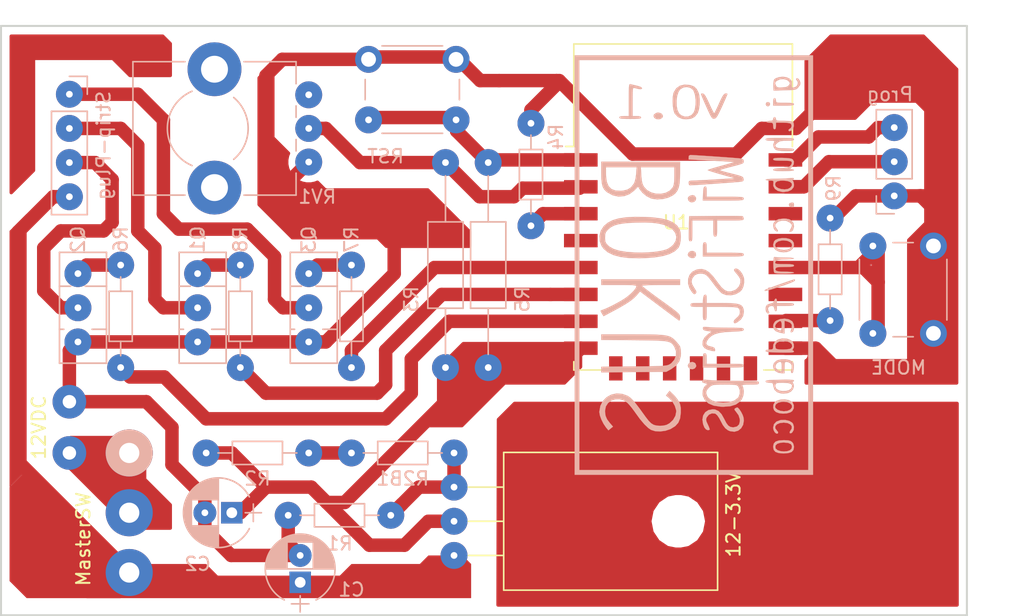
<source format=kicad_pcb>
(kicad_pcb (version 20171130) (host pcbnew "(5.1.6)-1")

  (general
    (thickness 1.6)
    (drawings 4)
    (tracks 172)
    (zones 0)
    (modules 26)
    (nets 33)
  )

  (page A4)
  (layers
    (0 F.Cu signal hide)
    (31 B.Cu signal)
    (32 B.Adhes user)
    (33 F.Adhes user)
    (34 B.Paste user)
    (35 F.Paste user)
    (36 B.SilkS user)
    (37 F.SilkS user)
    (38 B.Mask user)
    (39 F.Mask user)
    (40 Dwgs.User user)
    (41 Cmts.User user)
    (42 Eco1.User user)
    (43 Eco2.User user)
    (44 Edge.Cuts user)
    (45 Margin user)
    (46 B.CrtYd user)
    (47 F.CrtYd user)
    (48 B.Fab user)
    (49 F.Fab user hide)
  )

  (setup
    (last_trace_width 1)
    (user_trace_width 1)
    (trace_clearance 0.2)
    (zone_clearance 0)
    (zone_45_only yes)
    (trace_min 0.2)
    (via_size 0.8)
    (via_drill 0.4)
    (via_min_size 0.4)
    (via_min_drill 0.3)
    (uvia_size 0.3)
    (uvia_drill 0.1)
    (uvias_allowed no)
    (uvia_min_size 0.2)
    (uvia_min_drill 0.1)
    (edge_width 0.15)
    (segment_width 0.2)
    (pcb_text_width 0.3)
    (pcb_text_size 1.5 1.5)
    (mod_edge_width 0.15)
    (mod_text_size 1 1)
    (mod_text_width 0.15)
    (pad_size 2 2)
    (pad_drill 0.5)
    (pad_to_mask_clearance 0.051)
    (solder_mask_min_width 0.25)
    (aux_axis_origin 0 0)
    (visible_elements 7FFFFFFF)
    (pcbplotparams
      (layerselection 0x010fc_7fffffff)
      (usegerberextensions false)
      (usegerberattributes false)
      (usegerberadvancedattributes false)
      (creategerberjobfile false)
      (excludeedgelayer true)
      (linewidth 0.100000)
      (plotframeref false)
      (viasonmask false)
      (mode 1)
      (useauxorigin false)
      (hpglpennumber 1)
      (hpglpenspeed 20)
      (hpglpendiameter 15.000000)
      (psnegative false)
      (psa4output false)
      (plotreference true)
      (plotvalue true)
      (plotinvisibletext false)
      (padsonsilk false)
      (subtractmaskfromsilk false)
      (outputformat 4)
      (mirror false)
      (drillshape 0)
      (scaleselection 1)
      (outputdirectory ""))
  )

  (net 0 "")
  (net 1 "Net-(U1-Pad4)")
  (net 2 "Net-(U1-Pad9)")
  (net 3 "Net-(U1-Pad10)")
  (net 4 "Net-(U1-Pad11)")
  (net 5 "Net-(U1-Pad12)")
  (net 6 "Net-(U1-Pad13)")
  (net 7 "Net-(U1-Pad14)")
  (net 8 +12-strip)
  (net 9 "Net-(12VDCJACK1-Pad1)")
  (net 10 /+3.3V)
  (net 11 "Net-(R1-Pad1)")
  (net 12 GND)
  (net 13 "Net-(R9-Pad1)")
  (net 14 "Net-(R8-Pad1)")
  (net 15 "Net-(Q1-Pad3)")
  (net 16 "Net-(R7-Pad2)")
  (net 17 "Net-(Q3-Pad3)")
  (net 18 "Net-(R3-Pad1)")
  (net 19 "Net-(R4-Pad1)")
  (net 20 "Net-(R5-Pad2)")
  (net 21 "Net-(Q2-Pad3)")
  (net 22 "Net-(R6-Pad1)")
  (net 23 "Net-(Programmer-Connector1-Pad3)")
  (net 24 "Net-(Programmer-Connector1-Pad2)")
  (net 25 "Net-(U1-Pad20)")
  (net 26 "Net-(U1-Pad19)")
  (net 27 "Net-(SWMODE1-Pad2)")
  (net 28 "Net-(U1-Pad17)")
  (net 29 G-strip)
  (net 30 R-strip)
  (net 31 B-strip)
  (net 32 "Net-(R2-Pad1)")

  (net_class Default "This is the default net class."
    (clearance 0.2)
    (trace_width 0.25)
    (via_dia 0.8)
    (via_drill 0.4)
    (uvia_dia 0.3)
    (uvia_drill 0.1)
  )

  (net_class Default2 ""
    (clearance 0.4)
    (trace_width 2)
    (via_dia 0.8)
    (via_drill 0.6)
    (uvia_dia 0.3)
    (uvia_drill 0.1)
    (add_net +12-strip)
    (add_net /+3.3V)
    (add_net B-strip)
    (add_net G-strip)
    (add_net GND)
    (add_net "Net-(12VDCJACK1-Pad1)")
    (add_net "Net-(Programmer-Connector1-Pad2)")
    (add_net "Net-(Programmer-Connector1-Pad3)")
    (add_net "Net-(Q1-Pad3)")
    (add_net "Net-(Q2-Pad3)")
    (add_net "Net-(Q3-Pad3)")
    (add_net "Net-(R1-Pad1)")
    (add_net "Net-(R2-Pad1)")
    (add_net "Net-(R3-Pad1)")
    (add_net "Net-(R4-Pad1)")
    (add_net "Net-(R5-Pad2)")
    (add_net "Net-(R6-Pad1)")
    (add_net "Net-(R7-Pad2)")
    (add_net "Net-(R8-Pad1)")
    (add_net "Net-(R9-Pad1)")
    (add_net "Net-(SWMODE1-Pad2)")
    (add_net "Net-(U1-Pad10)")
    (add_net "Net-(U1-Pad11)")
    (add_net "Net-(U1-Pad12)")
    (add_net "Net-(U1-Pad13)")
    (add_net "Net-(U1-Pad14)")
    (add_net "Net-(U1-Pad17)")
    (add_net "Net-(U1-Pad19)")
    (add_net "Net-(U1-Pad20)")
    (add_net "Net-(U1-Pad4)")
    (add_net "Net-(U1-Pad9)")
    (add_net R-strip)
  )

  (module WiFi_Strips_Logo:wifilogo (layer B.Cu) (tedit 0) (tstamp 5EEBDE00)
    (at 149.225 59.69 270)
    (fp_text reference G*** (at 0 0 90) (layer B.SilkS) hide
      (effects (font (size 1.524 1.524) (thickness 0.3)) (justify mirror))
    )
    (fp_text value LOGO (at 0.75 0 90) (layer B.SilkS) hide
      (effects (font (size 1.524 1.524) (thickness 0.3)) (justify mirror))
    )
    (fp_poly (pts (xy 15.592778 -8.89) (xy -15.592777 -8.89) (xy -15.592777 8.466667) (xy -15.24 8.466667)
      (xy -15.24 -8.537222) (xy 15.24 -8.537222) (xy 15.24 8.466667) (xy -15.24 8.466667)
      (xy -15.592777 8.466667) (xy -15.592777 8.819444) (xy 15.592778 8.819444) (xy 15.592778 -8.89)) (layer B.SilkS) (width 0.01))
    (fp_poly (pts (xy -13.339331 -5.941816) (xy -12.971116 -5.957837) (xy -12.994308 -6.795189) (xy -13.005503 -7.151569)
      (xy -13.019894 -7.395506) (xy -13.043767 -7.555636) (xy -13.083407 -7.660593) (xy -13.145102 -7.739013)
      (xy -13.215462 -7.802659) (xy -13.389963 -7.929945) (xy -13.53604 -7.958635) (xy -13.715512 -7.898618)
      (xy -13.740694 -7.886665) (xy -13.862295 -7.793901) (xy -13.899444 -7.715051) (xy -13.855816 -7.629132)
      (xy -13.766285 -7.642726) (xy -13.723055 -7.690556) (xy -13.611745 -7.75612) (xy -13.451855 -7.74843)
      (xy -13.309108 -7.676986) (xy -13.266927 -7.624638) (xy -13.191717 -7.428185) (xy -13.224837 -7.322049)
      (xy -13.366378 -7.306013) (xy -13.396936 -7.311359) (xy -13.653715 -7.306784) (xy -13.84416 -7.17789)
      (xy -13.966912 -6.925622) (xy -13.970323 -6.913244) (xy -13.997066 -6.691823) (xy -13.82696 -6.691823)
      (xy -13.766246 -6.93836) (xy -13.682606 -7.060727) (xy -13.564937 -7.157412) (xy -13.466123 -7.154067)
      (xy -13.382745 -7.105438) (xy -13.287405 -7.011204) (xy -13.234164 -6.861009) (xy -13.208361 -6.612992)
      (xy -13.208009 -6.606467) (xy -13.201235 -6.377143) (xy -13.221782 -6.246183) (xy -13.284232 -6.171418)
      (xy -13.375048 -6.123322) (xy -13.521492 -6.076043) (xy -13.624221 -6.121329) (xy -13.696066 -6.201604)
      (xy -13.803872 -6.426792) (xy -13.82696 -6.691823) (xy -13.997066 -6.691823) (xy -14.00317 -6.641288)
      (xy -13.973877 -6.35988) (xy -13.892242 -6.122209) (xy -13.802989 -6.005005) (xy -13.681207 -5.96249)
      (xy -13.475488 -5.941286) (xy -13.339331 -5.941816)) (layer B.SilkS) (width 0.01))
    (fp_poly (pts (xy 1.924836 -5.31793) (xy 1.90982 -5.439334) (xy 1.852765 -5.660701) (xy 1.751397 -5.992867)
      (xy 1.604863 -6.442399) (xy 1.464979 -6.848134) (xy 1.341173 -7.176478) (xy 1.24032 -7.41077)
      (xy 1.169298 -7.534346) (xy 1.147927 -7.549444) (xy 1.064711 -7.533145) (xy 1.058334 -7.52359)
      (xy 1.081071 -7.433125) (xy 1.14265 -7.239711) (xy 1.233123 -6.971321) (xy 1.342544 -6.655927)
      (xy 1.460964 -6.321501) (xy 1.578436 -5.996015) (xy 1.685011 -5.707441) (xy 1.770743 -5.483751)
      (xy 1.825684 -5.352917) (xy 1.837848 -5.331648) (xy 1.900088 -5.285647) (xy 1.924836 -5.31793)) (layer B.SilkS) (width 0.01))
    (fp_poly (pts (xy -11.853333 -6.702778) (xy -11.856356 -7.050175) (xy -11.867458 -7.278917) (xy -11.88969 -7.411368)
      (xy -11.9261 -7.469894) (xy -11.959166 -7.478889) (xy -12.009616 -7.4549) (xy -12.041543 -7.367164)
      (xy -12.058681 -7.192024) (xy -12.064767 -6.905825) (xy -12.065 -6.808611) (xy -12.066225 -6.498095)
      (xy -12.074537 -6.302259) (xy -12.096891 -6.194669) (xy -12.140245 -6.148894) (xy -12.211552 -6.138503)
      (xy -12.241389 -6.138333) (xy -12.383254 -6.101533) (xy -12.417777 -6.0325) (xy -12.371175 -5.958911)
      (xy -12.216692 -5.928587) (xy -12.135555 -5.926667) (xy -11.853333 -5.926667) (xy -11.853333 -6.702778)) (layer B.SilkS) (width 0.01))
    (fp_poly (pts (xy -10.607254 -5.494802) (xy -10.583942 -5.647314) (xy -10.583333 -5.679722) (xy -10.572411 -5.845232)
      (xy -10.510789 -5.913109) (xy -10.355185 -5.926636) (xy -10.336389 -5.926667) (xy -10.153744 -5.949616)
      (xy -10.089891 -6.022861) (xy -10.089444 -6.0325) (xy -10.142994 -6.110776) (xy -10.313898 -6.138142)
      (xy -10.336389 -6.138333) (xy -10.583333 -6.138333) (xy -10.583333 -6.658861) (xy -10.570119 -6.99059)
      (xy -10.529506 -7.192642) (xy -10.486443 -7.2598) (xy -10.338124 -7.306076) (xy -10.193483 -7.244597)
      (xy -10.132392 -7.155934) (xy -10.057829 -7.067345) (xy -9.977337 -7.073311) (xy -9.948333 -7.150454)
      (xy -10.009923 -7.301768) (xy -10.162246 -7.414045) (xy -10.356629 -7.470124) (xy -10.5444 -7.452846)
      (xy -10.639777 -7.394222) (xy -10.685525 -7.274807) (xy -10.714715 -7.038106) (xy -10.724444 -6.723944)
      (xy -10.727191 -6.436456) (xy -10.739915 -6.262139) (xy -10.769337 -6.173093) (xy -10.822183 -6.141415)
      (xy -10.865555 -6.138333) (xy -10.980475 -6.094217) (xy -11.006666 -6.0325) (xy -10.947845 -5.94631)
      (xy -10.865555 -5.926667) (xy -10.768299 -5.899043) (xy -10.729057 -5.791204) (xy -10.724444 -5.679722)
      (xy -10.706723 -5.516499) (xy -10.663148 -5.434911) (xy -10.653889 -5.432778) (xy -10.607254 -5.494802)) (layer B.SilkS) (width 0.01))
    (fp_poly (pts (xy -9.282763 -5.399204) (xy -9.250144 -5.527712) (xy -9.242777 -5.723639) (xy -9.237205 -5.931202)
      (xy -9.214636 -6.021839) (xy -9.166294 -6.019494) (xy -9.141211 -6.000763) (xy -8.962093 -5.932919)
      (xy -8.759775 -5.964569) (xy -8.594606 -6.081488) (xy -8.557536 -6.138333) (xy -8.5145 -6.29431)
      (xy -8.482874 -6.544986) (xy -8.468138 -6.844075) (xy -8.467707 -6.896806) (xy -8.471896 -7.191447)
      (xy -8.488737 -7.370074) (xy -8.522705 -7.457548) (xy -8.5725 -7.478889) (xy -8.624435 -7.453943)
      (xy -8.656652 -7.362952) (xy -8.673243 -7.181687) (xy -8.678303 -6.88592) (xy -8.678333 -6.852528)
      (xy -8.68428 -6.528318) (xy -8.705082 -6.316744) (xy -8.745176 -6.189715) (xy -8.792248 -6.131626)
      (xy -8.881673 -6.083647) (xy -8.970665 -6.123359) (xy -9.07447 -6.232755) (xy -9.164142 -6.357002)
      (xy -9.215314 -6.49757) (xy -9.238122 -6.697865) (xy -9.242777 -6.953657) (xy -9.248391 -7.23159)
      (xy -9.268665 -7.394302) (xy -9.308752 -7.467362) (xy -9.348611 -7.478889) (xy -9.390032 -7.459692)
      (xy -9.419307 -7.389026) (xy -9.438397 -7.247276) (xy -9.449264 -7.014829) (xy -9.453869 -6.67207)
      (xy -9.454444 -6.420556) (xy -9.452524 -6.006344) (xy -9.445458 -5.713593) (xy -9.431283 -5.52269)
      (xy -9.408038 -5.41402) (xy -9.373762 -5.36797) (xy -9.348611 -5.362222) (xy -9.282763 -5.399204)) (layer B.SilkS) (width 0.01))
    (fp_poly (pts (xy -7.038705 -5.954722) (xy -7.009276 -6.052763) (xy -6.99244 -6.2416) (xy -6.985557 -6.542045)
      (xy -6.985 -6.702778) (xy -6.991133 -7.052964) (xy -7.00844 -7.309228) (xy -7.035282 -7.453538)
      (xy -7.055555 -7.478889) (xy -7.111283 -7.419293) (xy -7.126111 -7.325479) (xy -7.126111 -7.172069)
      (xy -7.289408 -7.325479) (xy -7.491998 -7.453399) (xy -7.68953 -7.475322) (xy -7.846101 -7.392858)
      (xy -7.903968 -7.297907) (xy -7.936166 -7.143598) (xy -7.960302 -6.895314) (xy -7.972203 -6.600137)
      (xy -7.972777 -6.521796) (xy -7.968203 -6.223282) (xy -7.951557 -6.041024) (xy -7.918457 -5.950378)
      (xy -7.866944 -5.926667) (xy -7.816566 -5.950611) (xy -7.784654 -6.038194) (xy -7.767491 -6.213045)
      (xy -7.761358 -6.49879) (xy -7.761111 -6.599159) (xy -7.756954 -6.923721) (xy -7.741812 -7.133019)
      (xy -7.711676 -7.252724) (xy -7.662535 -7.308511) (xy -7.649402 -7.314518) (xy -7.516947 -7.298695)
      (xy -7.385273 -7.204965) (xy -7.303806 -7.098424) (xy -7.252498 -6.953333) (xy -7.222128 -6.732632)
      (xy -7.207289 -6.489606) (xy -7.186957 -6.190707) (xy -7.156217 -6.012443) (xy -7.110588 -5.934465)
      (xy -7.083362 -5.926667) (xy -7.038705 -5.954722)) (layer B.SilkS) (width 0.01))
    (fp_poly (pts (xy -6.307551 -5.425203) (xy -6.282402 -5.584201) (xy -6.279444 -5.673117) (xy -6.272078 -5.864277)
      (xy -6.239007 -5.946881) (xy -6.163773 -5.953179) (xy -6.139465 -5.947406) (xy -5.878077 -5.939874)
      (xy -5.6649 -6.054077) (xy -5.513834 -6.274873) (xy -5.43878 -6.587123) (xy -5.433041 -6.716913)
      (xy -5.476758 -7.042595) (xy -5.597442 -7.291971) (xy -5.780325 -7.443135) (xy -5.946796 -7.478889)
      (xy -6.134071 -7.454747) (xy -6.263034 -7.396441) (xy -6.265333 -7.394222) (xy -6.335245 -7.345135)
      (xy -6.35 -7.394222) (xy -6.402188 -7.473543) (xy -6.430145 -7.478889) (xy -6.476761 -7.41999)
      (xy -6.475799 -7.238122) (xy -6.465423 -7.151541) (xy -6.445984 -6.937094) (xy -6.432138 -6.658417)
      (xy -6.279444 -6.658417) (xy -6.250498 -6.979505) (xy -6.170909 -7.203595) (xy -6.051546 -7.319425)
      (xy -5.903282 -7.315732) (xy -5.754915 -7.201791) (xy -5.658365 -7.017884) (xy -5.625681 -6.781176)
      (xy -5.649148 -6.529744) (xy -5.721049 -6.301664) (xy -5.833668 -6.13501) (xy -5.979288 -6.067858)
      (xy -5.984737 -6.067778) (xy -6.137634 -6.108351) (xy -6.231273 -6.241563) (xy -6.274256 -6.484657)
      (xy -6.279444 -6.658417) (xy -6.432138 -6.658417) (xy -6.430789 -6.631266) (xy -6.421947 -6.283773)
      (xy -6.420555 -6.093208) (xy -6.414066 -5.757243) (xy -6.395851 -5.513249) (xy -6.367787 -5.380674)
      (xy -6.35 -5.362222) (xy -6.307551 -5.425203)) (layer B.SilkS) (width 0.01))
    (fp_poly (pts (xy -4.364846 -7.137548) (xy -4.316841 -7.284861) (xy -4.319496 -7.425467) (xy -4.398547 -7.474711)
      (xy -4.480277 -7.478889) (xy -4.61263 -7.459217) (xy -4.649595 -7.370731) (xy -4.643714 -7.284861)
      (xy -4.592328 -7.133534) (xy -4.480277 -7.090833) (xy -4.364846 -7.137548)) (layer B.SilkS) (width 0.01))
    (fp_poly (pts (xy -2.707137 -5.97471) (xy -2.579301 -6.063332) (xy -2.496147 -6.198806) (xy -2.508285 -6.279554)
      (xy -2.593523 -6.275181) (xy -2.683684 -6.206315) (xy -2.869581 -6.082621) (xy -3.039517 -6.099108)
      (xy -3.193269 -6.255727) (xy -3.234993 -6.327723) (xy -3.313865 -6.611977) (xy -3.284036 -6.911765)
      (xy -3.151546 -7.168409) (xy -3.148012 -7.172557) (xy -3.027415 -7.297804) (xy -2.931202 -7.327271)
      (xy -2.79737 -7.276758) (xy -2.777596 -7.26695) (xy -2.620479 -7.188675) (xy -2.523209 -7.140548)
      (xy -2.522361 -7.140134) (xy -2.466344 -7.147031) (xy -2.471436 -7.225243) (xy -2.522688 -7.327226)
      (xy -2.605148 -7.405437) (xy -2.605917 -7.405851) (xy -2.868275 -7.48073) (xy -3.119428 -7.438511)
      (xy -3.31099 -7.292985) (xy -3.407321 -7.119125) (xy -3.451088 -6.886696) (xy -3.457222 -6.702778)
      (xy -3.41731 -6.3374) (xy -3.298365 -6.086335) (xy -3.101571 -5.95134) (xy -2.93387 -5.926667)
      (xy -2.707137 -5.97471)) (layer B.SilkS) (width 0.01))
    (fp_poly (pts (xy -1.286644 -5.970901) (xy -1.108304 -6.125418) (xy -0.989732 -6.369842) (xy -0.945052 -6.687463)
      (xy -0.9655 -6.945611) (xy -1.059445 -7.206814) (xy -1.22507 -7.389177) (xy -1.432105 -7.47849)
      (xy -1.650279 -7.460541) (xy -1.82371 -7.348512) (xy -1.939291 -7.156002) (xy -2.000532 -6.893338)
      (xy -2.006238 -6.702778) (xy -1.834444 -6.702778) (xy -1.799159 -6.986608) (xy -1.70602 -7.195751)
      (xy -1.574104 -7.314892) (xy -1.422484 -7.328722) (xy -1.270236 -7.221927) (xy -1.238723 -7.180968)
      (xy -1.148966 -6.970101) (xy -1.124706 -6.719902) (xy -1.157804 -6.467655) (xy -1.240126 -6.250644)
      (xy -1.363532 -6.106155) (xy -1.481666 -6.067778) (xy -1.641522 -6.132666) (xy -1.761811 -6.30882)
      (xy -1.827109 -6.568479) (xy -1.834444 -6.702778) (xy -2.006238 -6.702778) (xy -2.009234 -6.602762)
      (xy -1.967198 -6.326516) (xy -1.876227 -6.106843) (xy -1.766131 -5.998422) (xy -1.510628 -5.922999)
      (xy -1.286644 -5.970901)) (layer B.SilkS) (width 0.01))
    (fp_poly (pts (xy 0.267411 -5.951887) (xy 0.486281 -5.97941) (xy 0.581003 -6.021938) (xy 0.608008 -6.129866)
      (xy 0.625318 -6.329758) (xy 0.633341 -6.585939) (xy 0.632481 -6.862736) (xy 0.623143 -7.124475)
      (xy 0.605733 -7.335482) (xy 0.580657 -7.460082) (xy 0.564445 -7.478889) (xy 0.530325 -7.412455)
      (xy 0.505777 -7.229315) (xy 0.493615 -6.953714) (xy 0.492809 -6.861528) (xy 0.484603 -6.500165)
      (xy 0.458047 -6.262669) (xy 0.407978 -6.132414) (xy 0.329234 -6.092774) (xy 0.258943 -6.108214)
      (xy 0.202492 -6.151564) (xy 0.167067 -6.246954) (xy 0.148207 -6.421196) (xy 0.141448 -6.701104)
      (xy 0.141111 -6.81616) (xy 0.137256 -7.133614) (xy 0.123161 -7.333857) (xy 0.095032 -7.440642)
      (xy 0.049078 -7.477722) (xy 0.035278 -7.478889) (xy -0.014074 -7.455574) (xy -0.045759 -7.370155)
      (xy -0.063259 -7.199422) (xy -0.070054 -6.920166) (xy -0.070555 -6.773333) (xy -0.074233 -6.442916)
      (xy -0.087486 -6.230739) (xy -0.113645 -6.114067) (xy -0.156039 -6.070169) (xy -0.173906 -6.067778)
      (xy -0.29026 -6.119516) (xy -0.368641 -6.28124) (xy -0.411944 -6.562715) (xy -0.423333 -6.909806)
      (xy -0.431523 -7.191001) (xy -0.453905 -7.388807) (xy -0.487199 -7.476763) (xy -0.493889 -7.478889)
      (xy -0.527253 -7.412073) (xy -0.551192 -7.226227) (xy -0.563378 -6.943254) (xy -0.564444 -6.814382)
      (xy -0.568432 -6.51276) (xy -0.579122 -6.25856) (xy -0.594601 -6.089185) (xy -0.603623 -6.047777)
      (xy -0.599911 -5.99677) (xy -0.525594 -5.965304) (xy -0.357557 -5.948961) (xy -0.072689 -5.943323)
      (xy -0.056817 -5.94325) (xy 0.267411 -5.951887)) (layer B.SilkS) (width 0.01))
    (fp_poly (pts (xy 3.455608 -5.397324) (xy 3.574526 -5.477631) (xy 3.598334 -5.54616) (xy 3.579037 -5.629825)
      (xy 3.499947 -5.627593) (xy 3.377518 -5.568993) (xy 3.21115 -5.540968) (xy 3.08617 -5.630298)
      (xy 3.034021 -5.813577) (xy 3.033889 -5.824786) (xy 3.070854 -5.954075) (xy 3.205372 -6.007952)
      (xy 3.222476 -6.010175) (xy 3.386782 -6.058321) (xy 3.441667 -6.129255) (xy 3.382315 -6.189933)
      (xy 3.251435 -6.208889) (xy 3.033889 -6.208889) (xy 3.033889 -6.843889) (xy 3.029765 -7.15368)
      (xy 3.014712 -7.346645) (xy 2.984713 -7.446898) (xy 2.935747 -7.478554) (xy 2.928056 -7.478889)
      (xy 2.876424 -7.454143) (xy 2.844263 -7.363829) (xy 2.827554 -7.183831) (xy 2.822278 -6.890034)
      (xy 2.822223 -6.843889) (xy 2.822223 -6.208889) (xy 2.639954 -6.208889) (xy 2.510742 -6.175195)
      (xy 2.492334 -6.102144) (xy 2.580267 -6.031783) (xy 2.66095 -6.011009) (xy 2.790422 -5.928498)
      (xy 2.84987 -5.770789) (xy 2.905509 -5.584351) (xy 2.972392 -5.457141) (xy 3.103674 -5.379845)
      (xy 3.281701 -5.362317) (xy 3.455608 -5.397324)) (layer B.SilkS) (width 0.01))
    (fp_poly (pts (xy 4.772889 -5.975376) (xy 4.9244 -6.130304) (xy 5.025724 -6.404654) (xy 5.047355 -6.50875)
      (xy 5.095705 -6.773333) (xy 4.14748 -6.773333) (xy 4.196079 -6.966966) (xy 4.292392 -7.199929)
      (xy 4.442929 -7.312477) (xy 4.662242 -7.310251) (xy 4.885973 -7.234374) (xy 4.987988 -7.223915)
      (xy 5.009445 -7.287403) (xy 4.949407 -7.399353) (xy 4.797358 -7.46528) (xy 4.595393 -7.483065)
      (xy 4.38561 -7.450587) (xy 4.210105 -7.365727) (xy 4.170356 -7.329658) (xy 4.034097 -7.089759)
      (xy 3.981386 -6.785396) (xy 4.010841 -6.464795) (xy 4.014264 -6.455833) (xy 4.162778 -6.455833)
      (xy 4.200544 -6.522388) (xy 4.331301 -6.554894) (xy 4.515556 -6.561667) (xy 4.754205 -6.545558)
      (xy 4.861033 -6.496264) (xy 4.868334 -6.471532) (xy 4.823045 -6.327307) (xy 4.716985 -6.178146)
      (xy 4.594857 -6.080192) (xy 4.546833 -6.067778) (xy 4.409929 -6.122724) (xy 4.267808 -6.251183)
      (xy 4.174474 -6.398587) (xy 4.162778 -6.455833) (xy 4.014264 -6.455833) (xy 4.121077 -6.176182)
      (xy 4.206854 -6.058056) (xy 4.377404 -5.956274) (xy 4.560142 -5.926667) (xy 4.772889 -5.975376)) (layer B.SilkS) (width 0.01))
    (fp_poly (pts (xy 6.42258 -5.385233) (xy 6.452778 -5.466862) (xy 6.474541 -5.626003) (xy 6.490072 -5.881549)
      (xy 6.501577 -6.252395) (xy 6.505215 -6.420661) (xy 6.510994 -6.849509) (xy 6.507781 -7.153603)
      (xy 6.494555 -7.349075) (xy 6.470293 -7.452057) (xy 6.438195 -7.478994) (xy 6.35636 -7.425717)
      (xy 6.35 -7.394222) (xy 6.329175 -7.345135) (xy 6.265334 -7.394222) (xy 6.101307 -7.47018)
      (xy 5.891963 -7.460913) (xy 5.69935 -7.372768) (xy 5.6539 -7.331673) (xy 5.544744 -7.158011)
      (xy 5.471483 -6.943041) (xy 5.470456 -6.937702) (xy 5.457977 -6.687079) (xy 5.644445 -6.687079)
      (xy 5.678894 -6.973716) (xy 5.770539 -7.189753) (xy 5.901825 -7.317135) (xy 6.055199 -7.337807)
      (xy 6.194778 -7.253111) (xy 6.240899 -7.135768) (xy 6.270651 -6.911756) (xy 6.279445 -6.660937)
      (xy 6.272397 -6.380532) (xy 6.247435 -6.212456) (xy 6.198827 -6.128455) (xy 6.167841 -6.110604)
      (xy 5.955161 -6.087999) (xy 5.78856 -6.188484) (xy 5.680771 -6.398031) (xy 5.644445 -6.687079)
      (xy 5.457977 -6.687079) (xy 5.453249 -6.592147) (xy 5.52846 -6.295762) (xy 5.682507 -6.072456)
      (xy 5.901809 -5.946138) (xy 6.044799 -5.926667) (xy 6.195082 -5.917339) (xy 6.261875 -5.86227)
      (xy 6.278958 -5.720831) (xy 6.279445 -5.644444) (xy 6.298059 -5.445508) (xy 6.358152 -5.365651)
      (xy 6.381743 -5.362222) (xy 6.42258 -5.385233)) (layer B.SilkS) (width 0.01))
    (fp_poly (pts (xy 7.707793 -5.962746) (xy 7.886579 -6.09639) (xy 8.007727 -6.308763) (xy 8.043334 -6.535904)
      (xy 8.043334 -6.773333) (xy 7.62 -6.773333) (xy 7.385087 -6.777436) (xy 7.258228 -6.798345)
      (xy 7.206423 -6.848956) (xy 7.196667 -6.938787) (xy 7.247389 -7.111232) (xy 7.338523 -7.232618)
      (xy 7.460477 -7.314185) (xy 7.598966 -7.318611) (xy 7.726509 -7.285457) (xy 7.923695 -7.247237)
      (xy 8.015052 -7.278542) (xy 8.032657 -7.356923) (xy 7.956286 -7.41) (xy 7.766717 -7.447108)
      (xy 7.639086 -7.461111) (xy 7.414244 -7.469914) (xy 7.272444 -7.432588) (xy 7.165595 -7.342426)
      (xy 7.054328 -7.132716) (xy 6.999942 -6.84658) (xy 7.004441 -6.537593) (xy 7.029375 -6.431491)
      (xy 7.196667 -6.431491) (xy 7.218997 -6.510173) (xy 7.308341 -6.549359) (xy 7.49823 -6.56142)
      (xy 7.549445 -6.561667) (xy 7.750752 -6.555914) (xy 7.878476 -6.541206) (xy 7.902223 -6.529709)
      (xy 7.856568 -6.382928) (xy 7.750426 -6.220559) (xy 7.630035 -6.109575) (xy 7.604237 -6.098052)
      (xy 7.444929 -6.111723) (xy 7.294379 -6.217477) (xy 7.204322 -6.372988) (xy 7.196667 -6.431491)
      (xy 7.029375 -6.431491) (xy 7.069833 -6.259333) (xy 7.121184 -6.155972) (xy 7.295539 -5.98036)
      (xy 7.500928 -5.92001) (xy 7.707793 -5.962746)) (layer B.SilkS) (width 0.01))
    (fp_poly (pts (xy 8.71922 -5.414369) (xy 8.747868 -5.582046) (xy 8.748889 -5.640185) (xy 8.757545 -5.820032)
      (xy 8.808909 -5.903191) (xy 8.941075 -5.934011) (xy 9.006463 -5.940046) (xy 9.27094 -6.023914)
      (xy 9.453409 -6.218428) (xy 9.547894 -6.515355) (xy 9.560278 -6.702778) (xy 9.520732 -7.025024)
      (xy 9.412189 -7.244409) (xy 9.233528 -7.401549) (xy 9.023165 -7.469853) (xy 8.829058 -7.437158)
      (xy 8.7799 -7.404792) (xy 8.695679 -7.359261) (xy 8.678334 -7.399694) (xy 8.622806 -7.473292)
      (xy 8.590139 -7.478994) (xy 8.555077 -7.445432) (xy 8.53197 -7.333892) (xy 8.519795 -7.128242)
      (xy 8.517531 -6.81235) (xy 8.51973 -6.658143) (xy 8.748889 -6.658143) (xy 8.769825 -7.01541)
      (xy 8.834164 -7.24069) (xy 8.9442 -7.336991) (xy 9.10223 -7.307318) (xy 9.198695 -7.247108)
      (xy 9.298301 -7.101574) (xy 9.357291 -6.872722) (xy 9.368586 -6.614302) (xy 9.325108 -6.380064)
      (xy 9.315985 -6.356401) (xy 9.183012 -6.154645) (xy 9.004889 -6.085882) (xy 8.880061 -6.10621)
      (xy 8.810801 -6.147942) (xy 8.770871 -6.239352) (xy 8.752754 -6.41206) (xy 8.748889 -6.658143)
      (xy 8.51973 -6.658143) (xy 8.523119 -6.420661) (xy 8.533701 -6.002896) (xy 8.547503 -5.707345)
      (xy 8.566729 -5.515114) (xy 8.593584 -5.407309) (xy 8.630272 -5.365037) (xy 8.646591 -5.362222)
      (xy 8.71922 -5.414369)) (layer B.SilkS) (width 0.01))
    (fp_poly (pts (xy 10.797242 -5.998422) (xy 10.929915 -6.141625) (xy 11.01394 -6.375664) (xy 11.047407 -6.658232)
      (xy 11.028403 -6.947016) (xy 10.955018 -7.199709) (xy 10.858093 -7.34524) (xy 10.656618 -7.457301)
      (xy 10.420729 -7.465092) (xy 10.209644 -7.36961) (xy 10.171313 -7.333667) (xy 10.040508 -7.102651)
      (xy 9.981817 -6.802763) (xy 9.986059 -6.702778) (xy 10.16 -6.702778) (xy 10.195285 -6.986608)
      (xy 10.288424 -7.195751) (xy 10.420341 -7.314892) (xy 10.571961 -7.328722) (xy 10.724208 -7.221927)
      (xy 10.755722 -7.180968) (xy 10.845478 -6.970101) (xy 10.869739 -6.719902) (xy 10.83664 -6.467655)
      (xy 10.754319 -6.250644) (xy 10.630912 -6.106155) (xy 10.512778 -6.067778) (xy 10.352922 -6.132666)
      (xy 10.232633 -6.30882) (xy 10.167336 -6.568479) (xy 10.16 -6.702778) (xy 9.986059 -6.702778)
      (xy 9.995241 -6.486423) (xy 10.080779 -6.206051) (xy 10.171313 -6.071889) (xy 10.372915 -5.950654)
      (xy 10.62047 -5.937821) (xy 10.797242 -5.998422)) (layer B.SilkS) (width 0.01))
    (fp_poly (pts (xy 12.275152 -5.961787) (xy 12.432547 -6.048423) (xy 12.528097 -6.158487) (xy 12.528369 -6.263893)
      (xy 12.513222 -6.282779) (xy 12.41483 -6.294434) (xy 12.313453 -6.210556) (xy 12.1392 -6.086256)
      (xy 11.975714 -6.089243) (xy 11.839232 -6.205801) (xy 11.745994 -6.422211) (xy 11.712223 -6.718477)
      (xy 11.749446 -7.004834) (xy 11.849167 -7.20831) (xy 11.993462 -7.313034) (xy 12.164405 -7.303135)
      (xy 12.284304 -7.225033) (xy 12.417375 -7.149181) (xy 12.501383 -7.1699) (xy 12.50255 -7.262283)
      (xy 12.446717 -7.344782) (xy 12.264265 -7.45275) (xy 12.031196 -7.474266) (xy 11.808219 -7.409584)
      (xy 11.716158 -7.341713) (xy 11.585166 -7.125601) (xy 11.517418 -6.829282) (xy 11.523408 -6.503427)
      (xy 11.531917 -6.451898) (xy 11.63964 -6.166366) (xy 11.829659 -5.987895) (xy 12.089343 -5.926667)
      (xy 12.275152 -5.961787)) (layer B.SilkS) (width 0.01))
    (fp_poly (pts (xy 13.739281 -5.967313) (xy 13.891699 -6.098454) (xy 13.977427 -6.33389) (xy 14.005245 -6.687423)
      (xy 14.005278 -6.702778) (xy 13.979412 -7.060894) (xy 13.895959 -7.300408) (xy 13.746136 -7.435122)
      (xy 13.52116 -7.478837) (xy 13.511389 -7.478889) (xy 13.272849 -7.421606) (xy 13.151908 -7.33037)
      (xy 13.07362 -7.20655) (xy 13.03172 -7.02814) (xy 13.017719 -6.755506) (xy 13.017525 -6.708673)
      (xy 13.193889 -6.708673) (xy 13.223451 -7.041293) (xy 13.312845 -7.247003) (xy 13.463135 -7.327182)
      (xy 13.645964 -7.295245) (xy 13.766245 -7.18067) (xy 13.836946 -6.976892) (xy 13.859323 -6.726344)
      (xy 13.834635 -6.47146) (xy 13.764136 -6.254672) (xy 13.649085 -6.118414) (xy 13.610593 -6.100951)
      (xy 13.424783 -6.100008) (xy 13.289749 -6.224045) (xy 13.211569 -6.464201) (xy 13.193889 -6.708673)
      (xy 13.017525 -6.708673) (xy 13.0175 -6.702778) (xy 13.043366 -6.344662) (xy 13.12682 -6.105147)
      (xy 13.276643 -5.970433) (xy 13.501618 -5.926718) (xy 13.511389 -5.926667) (xy 13.739281 -5.967313)) (layer B.SilkS) (width 0.01))
    (fp_poly (pts (xy -11.843246 -5.421078) (xy -11.793437 -5.531989) (xy -11.796012 -5.555226) (xy -11.868829 -5.667774)
      (xy -11.988394 -5.70052) (xy -12.092369 -5.642657) (xy -12.109859 -5.609639) (xy -12.110673 -5.471769)
      (xy -12.079111 -5.418667) (xy -11.959027 -5.373388) (xy -11.843246 -5.421078)) (layer B.SilkS) (width 0.01))
    (fp_poly (pts (xy 8.738678 -0.696355) (xy 8.786768 -0.858509) (xy 8.825748 -0.999731) (xy 8.864149 -1.017558)
      (xy 8.905413 -0.957731) (xy 9.066123 -0.799891) (xy 9.31018 -0.701885) (xy 9.586882 -0.679466)
      (xy 9.726203 -0.702738) (xy 10.050967 -0.858491) (xy 10.293031 -1.128576) (xy 10.452392 -1.512985)
      (xy 10.529044 -2.011709) (xy 10.536431 -2.223954) (xy 10.496632 -2.745789) (xy 10.367205 -3.160233)
      (xy 10.147174 -3.469686) (xy 9.974549 -3.603934) (xy 9.692569 -3.717046) (xy 9.378895 -3.750061)
      (xy 9.095634 -3.698555) (xy 9.034832 -3.67088) (xy 8.966442 -3.640677) (xy 8.923885 -3.655055)
      (xy 8.90104 -3.737678) (xy 8.891786 -3.912213) (xy 8.890003 -4.202322) (xy 8.89 -4.230851)
      (xy 8.88766 -4.533247) (xy 8.876682 -4.721366) (xy 8.851132 -4.822015) (xy 8.805077 -4.862004)
      (xy 8.748889 -4.868333) (xy 8.704816 -4.863462) (xy 8.670966 -4.837834) (xy 8.645938 -4.774927)
      (xy 8.628328 -4.658218) (xy 8.616732 -4.471186) (xy 8.609747 -4.197307) (xy 8.60597 -3.82006)
      (xy 8.603998 -3.322923) (xy 8.603572 -3.157361) (xy 8.59998 -2.657574) (xy 8.594573 -2.329746)
      (xy 8.89 -2.329746) (xy 8.891412 -2.70418) (xy 8.898279 -2.963116) (xy 8.914547 -3.132158)
      (xy 8.94416 -3.236912) (xy 8.991064 -3.302983) (xy 9.04681 -3.347388) (xy 9.288062 -3.443047)
      (xy 9.561467 -3.445261) (xy 9.805712 -3.357096) (xy 9.872249 -3.306119) (xy 10.073264 -3.039458)
      (xy 10.190461 -2.684692) (xy 10.229019 -2.225862) (xy 10.229006 -2.207127) (xy 10.186807 -1.746721)
      (xy 10.066955 -1.379669) (xy 9.874685 -1.1186) (xy 9.738685 -1.024099) (xy 9.512153 -0.949043)
      (xy 9.315021 -0.989997) (xy 9.115834 -1.155635) (xy 9.069488 -1.208629) (xy 8.995608 -1.303547)
      (xy 8.945381 -1.399929) (xy 8.914257 -1.526195) (xy 8.897687 -1.710768) (xy 8.891119 -1.982067)
      (xy 8.89 -2.329746) (xy 8.594573 -2.329746) (xy 8.592185 -2.184982) (xy 8.580941 -1.764407)
      (xy 8.566997 -1.420673) (xy 8.551105 -1.178602) (xy 8.541135 -1.093611) (xy 8.515377 -0.843362)
      (xy 8.542118 -0.710036) (xy 8.56298 -0.688997) (xy 8.672151 -0.642255) (xy 8.738678 -0.696355)) (layer B.SilkS) (width 0.01))
    (fp_poly (pts (xy 1.711827 0.294293) (xy 2.009946 0.106263) (xy 2.140754 -0.01336) (xy 2.171098 -0.092502)
      (xy 2.11628 -0.171374) (xy 2.115779 -0.171874) (xy 2.040366 -0.22407) (xy 1.948421 -0.214716)
      (xy 1.801323 -0.134122) (xy 1.700355 -0.067672) (xy 1.440346 0.082623) (xy 1.233778 0.134434)
      (xy 1.040312 0.094717) (xy 0.965501 0.059031) (xy 0.75619 -0.103202) (xy 0.654906 -0.32621)
      (xy 0.637244 -0.516166) (xy 0.646085 -0.70179) (xy 0.688559 -0.854333) (xy 0.783338 -0.998101)
      (xy 0.949096 -1.157402) (xy 1.204504 -1.356544) (xy 1.382746 -1.486657) (xy 1.651672 -1.692359)
      (xy 1.888389 -1.894397) (xy 2.060908 -2.064373) (xy 2.123462 -2.144208) (xy 2.237314 -2.454447)
      (xy 2.248656 -2.804906) (xy 2.166147 -3.151697) (xy 1.998447 -3.450929) (xy 1.834445 -3.608994)
      (xy 1.588955 -3.72097) (xy 1.282221 -3.776129) (xy 0.986269 -3.764023) (xy 0.904436 -3.743867)
      (xy 0.646139 -3.629113) (xy 0.436155 -3.476164) (xy 0.296917 -3.309571) (xy 0.25086 -3.153884)
      (xy 0.28493 -3.065904) (xy 0.350564 -3.018257) (xy 0.437596 -3.042564) (xy 0.578634 -3.151824)
      (xy 0.642053 -3.208256) (xy 0.833006 -3.359885) (xy 1.012158 -3.468651) (xy 1.081812 -3.495843)
      (xy 1.331764 -3.492758) (xy 1.584054 -3.384047) (xy 1.789845 -3.195586) (xy 1.857564 -3.084823)
      (xy 1.956227 -2.804704) (xy 1.958981 -2.556896) (xy 1.856853 -2.322211) (xy 1.640873 -2.081462)
      (xy 1.302067 -1.815462) (xy 1.245495 -1.775925) (xy 0.829278 -1.462175) (xy 0.537717 -1.175955)
      (xy 0.361377 -0.900839) (xy 0.290823 -0.620399) (xy 0.31662 -0.318209) (xy 0.345347 -0.208646)
      (xy 0.497866 0.084639) (xy 0.736241 0.286393) (xy 1.035006 0.391799) (xy 1.36869 0.396038)
      (xy 1.711827 0.294293)) (layer B.SilkS) (width 0.01))
    (fp_poly (pts (xy 3.039701 0.197373) (xy 3.082277 0.133705) (xy 3.100657 -0.010517) (xy 3.104445 -0.246944)
      (xy 3.104445 -0.705556) (xy 3.598334 -0.705556) (xy 3.857887 -0.709363) (xy 4.006582 -0.726531)
      (xy 4.07459 -0.765681) (xy 4.092085 -0.835434) (xy 4.092223 -0.846667) (xy 4.078898 -0.920825)
      (xy 4.018809 -0.963309) (xy 3.881783 -0.98274) (xy 3.637647 -0.987738) (xy 3.598334 -0.987778)
      (xy 3.104445 -0.987778) (xy 3.104445 -2.086027) (xy 3.109066 -2.491228) (xy 3.12191 -2.843774)
      (xy 3.141442 -3.11776) (xy 3.166131 -3.287281) (xy 3.177483 -3.320749) (xy 3.306267 -3.430402)
      (xy 3.488139 -3.457222) (xy 3.671106 -3.428658) (xy 3.824894 -3.322104) (xy 3.927308 -3.205984)
      (xy 4.086938 -3.040408) (xy 4.211937 -2.992768) (xy 4.249906 -3.001196) (xy 4.327574 -3.049786)
      (xy 4.321139 -3.135468) (xy 4.274089 -3.234962) (xy 4.056994 -3.525298) (xy 3.775782 -3.701925)
      (xy 3.45242 -3.754256) (xy 3.258212 -3.724556) (xy 3.111451 -3.666789) (xy 3.000854 -3.569969)
      (xy 2.921633 -3.416076) (xy 2.869001 -3.18709) (xy 2.838169 -2.864991) (xy 2.82435 -2.431758)
      (xy 2.822223 -2.083655) (xy 2.822223 -0.987778) (xy 2.499549 -0.987778) (xy 2.300842 -0.979069)
      (xy 2.211202 -0.944296) (xy 2.199192 -0.870489) (xy 2.200297 -0.864306) (xy 2.263584 -0.775613)
      (xy 2.428416 -0.728591) (xy 2.52297 -0.719138) (xy 2.822223 -0.697442) (xy 2.822223 -0.242888)
      (xy 2.826698 0.003975) (xy 2.846602 0.141143) (xy 2.891651 0.19992) (xy 2.963334 0.211667)
      (xy 3.039701 0.197373)) (layer B.SilkS) (width 0.01))
    (fp_poly (pts (xy 11.83674 -0.72415) (xy 12.082639 -0.823102) (xy 12.222695 -0.941581) (xy 12.281723 -1.088421)
      (xy 12.24074 -1.211853) (xy 12.163258 -1.203079) (xy 12.001535 -1.142549) (xy 11.857958 -1.076123)
      (xy 11.646448 -0.979303) (xy 11.506202 -0.945511) (xy 11.386099 -0.967526) (xy 11.313443 -0.999203)
      (xy 11.121024 -1.157927) (xy 11.025601 -1.378178) (xy 11.045518 -1.613696) (xy 11.057875 -1.643768)
      (xy 11.172469 -1.775807) (xy 11.387114 -1.922522) (xy 11.546745 -2.005579) (xy 11.895929 -2.190311)
      (xy 12.133004 -2.370673) (xy 12.284191 -2.570189) (xy 12.350647 -2.726764) (xy 12.392734 -3.044353)
      (xy 12.314656 -3.324948) (xy 12.136259 -3.549155) (xy 11.877388 -3.697578) (xy 11.557886 -3.750822)
      (xy 11.328703 -3.725551) (xy 11.138663 -3.6606) (xy 10.929476 -3.55463) (xy 10.741444 -3.432872)
      (xy 10.614867 -3.320556) (xy 10.584414 -3.259604) (xy 10.618968 -3.163464) (xy 10.651253 -3.106293)
      (xy 10.713218 -3.047651) (xy 10.798713 -3.081778) (xy 10.879479 -3.150393) (xy 11.16444 -3.357484)
      (xy 11.453593 -3.448764) (xy 11.590816 -3.457222) (xy 11.842246 -3.401777) (xy 12.00255 -3.240587)
      (xy 12.064494 -2.981374) (xy 12.065 -2.951074) (xy 12.037179 -2.757693) (xy 11.939113 -2.598929)
      (xy 11.7489 -2.451819) (xy 11.444636 -2.2934) (xy 11.432168 -2.287607) (xy 11.078802 -2.088522)
      (xy 10.853162 -1.871406) (xy 10.741882 -1.620352) (xy 10.724445 -1.445601) (xy 10.781973 -1.122183)
      (xy 10.94152 -0.879367) (xy 11.183533 -0.726115) (xy 11.488457 -0.671388) (xy 11.83674 -0.72415)) (layer B.SilkS) (width 0.01))
    (fp_poly (pts (xy -7.762569 -1.340556) (xy -7.73654 -1.812216) (xy -7.71216 -2.233317) (xy -7.690634 -2.584618)
      (xy -7.673173 -2.846874) (xy -7.660984 -3.000844) (xy -7.656252 -3.033889) (xy -7.633526 -2.969735)
      (xy -7.581125 -2.793248) (xy -7.505921 -2.528395) (xy -7.414784 -2.199138) (xy -7.373055 -2.046111)
      (xy -7.275294 -1.696541) (xy -7.187301 -1.40133) (xy -7.116663 -1.184501) (xy -7.070969 -1.070076)
      (xy -7.061041 -1.058333) (xy -7.0278 -1.122513) (xy -6.96558 -1.299219) (xy -6.882029 -1.564705)
      (xy -6.784796 -1.895222) (xy -6.737248 -2.06375) (xy -6.457282 -3.069167) (xy -6.374336 -1.728611)
      (xy -6.347432 -1.279278) (xy -6.323499 -0.852151) (xy -6.304111 -0.47755) (xy -6.290845 -0.185797)
      (xy -6.285417 -0.017639) (xy -6.276643 0.19835) (xy -6.247795 0.30852) (xy -6.181513 0.348138)
      (xy -6.103055 0.352778) (xy -5.970557 0.32312) (xy -5.926666 0.265979) (xy -5.931598 0.149456)
      (xy -5.945251 -0.083258) (xy -5.965919 -0.407628) (xy -5.991891 -0.799121) (xy -6.021458 -1.233203)
      (xy -6.052911 -1.685338) (xy -6.084541 -2.130993) (xy -6.114638 -2.545633) (xy -6.141494 -2.904725)
      (xy -6.1634 -3.183735) (xy -6.178645 -3.358127) (xy -6.180191 -3.373174) (xy -6.208205 -3.589406)
      (xy -6.246392 -3.697766) (xy -6.315774 -3.731078) (xy -6.406134 -3.725952) (xy -6.485113 -3.709118)
      (xy -6.546712 -3.664695) (xy -6.60119 -3.569804) (xy -6.658804 -3.401565) (xy -6.729812 -3.137101)
      (xy -6.803401 -2.839861) (xy -6.886094 -2.513418) (xy -6.960044 -2.243434) (xy -7.01774 -2.055838)
      (xy -7.051669 -1.976559) (xy -7.053807 -1.975556) (xy -7.087342 -2.039027) (xy -7.144322 -2.209045)
      (xy -7.214958 -2.455014) (xy -7.251313 -2.592917) (xy -7.35918 -3.012611) (xy -7.439452 -3.314967)
      (xy -7.500068 -3.519207) (xy -7.548967 -3.644557) (xy -7.59409 -3.71024) (xy -7.643376 -3.73548)
      (xy -7.704764 -3.739502) (xy -7.724826 -3.739444) (xy -7.83483 -3.719696) (xy -7.894928 -3.635407)
      (xy -7.931118 -3.449009) (xy -7.932347 -3.439583) (xy -7.946477 -3.296397) (xy -7.96757 -3.039417)
      (xy -7.993893 -2.693913) (xy -8.023709 -2.285151) (xy -8.055282 -1.838402) (xy -8.086877 -1.378932)
      (xy -8.116757 -0.93201) (xy -8.143187 -0.522905) (xy -8.16443 -0.176885) (xy -8.178752 0.080783)
      (xy -8.184417 0.224829) (xy -8.184444 0.230167) (xy -8.127653 0.331666) (xy -8.019159 0.352778)
      (xy -7.853874 0.352778) (xy -7.762569 -1.340556)) (layer B.SilkS) (width 0.01))
    (fp_poly (pts (xy -4.797777 -2.219409) (xy -4.798265 -2.719285) (xy -4.800811 -3.095574) (xy -4.807043 -3.365802)
      (xy -4.818588 -3.547492) (xy -4.837072 -3.65817) (xy -4.864122 -3.715358) (xy -4.901366 -3.736583)
      (xy -4.938889 -3.739444) (xy -4.98735 -3.733786) (xy -5.023227 -3.704537) (xy -5.048408 -3.633284)
      (xy -5.064781 -3.501614) (xy -5.074236 -3.291114) (xy -5.078661 -2.983371) (xy -5.079943 -2.559973)
      (xy -5.08 -2.363611) (xy -5.08 -0.987778) (xy -5.473229 -0.987778) (xy -5.698465 -0.981671)
      (xy -5.812887 -0.956666) (xy -5.846513 -0.902738) (xy -5.842897 -0.864306) (xy -5.806188 -0.797585)
      (xy -5.707866 -0.755945) (xy -5.518769 -0.731515) (xy -5.308557 -0.720103) (xy -4.797777 -0.699373)
      (xy -4.797777 -2.219409)) (layer B.SilkS) (width 0.01))
    (fp_poly (pts (xy -1.897773 0.33461) (xy -1.808775 0.31225) (xy -1.771588 0.274228) (xy -1.763899 0.217596)
      (xy -1.763889 0.213715) (xy -1.772394 0.151086) (xy -1.81419 0.109981) (xy -1.913699 0.085892)
      (xy -2.095344 0.074317) (xy -2.383545 0.07075) (xy -2.54 0.070556) (xy -3.316111 0.070556)
      (xy -3.316111 -1.481667) (xy -2.716389 -1.481667) (xy -2.424786 -1.484293) (xy -2.246669 -1.496499)
      (xy -2.154445 -1.524777) (xy -2.120523 -1.57562) (xy -2.116666 -1.622778) (xy -2.127827 -1.69139)
      (xy -2.179703 -1.7333) (xy -2.299886 -1.755) (xy -2.515968 -1.762981) (xy -2.716389 -1.763889)
      (xy -3.316111 -1.763889) (xy -3.316111 -2.751667) (xy -3.317111 -3.142428) (xy -3.32221 -3.413786)
      (xy -3.334559 -3.587445) (xy -3.357306 -3.685112) (xy -3.393601 -3.72849) (xy -3.446592 -3.739285)
      (xy -3.459436 -3.739444) (xy -3.592023 -3.700904) (xy -3.636989 -3.650249) (xy -3.645313 -3.558605)
      (xy -3.65155 -3.345) (xy -3.655554 -3.02857) (xy -3.657181 -2.628451) (xy -3.656284 -2.163778)
      (xy -3.652719 -1.653689) (xy -3.652414 -1.621776) (xy -3.633611 0.3175) (xy -2.69875 0.337187)
      (xy -2.320449 0.344132) (xy -2.060894 0.344255) (xy -1.897773 0.33461)) (layer B.SilkS) (width 0.01))
    (fp_poly (pts (xy -0.635 -2.2225) (xy -0.635489 -2.721802) (xy -0.638043 -3.097537) (xy -0.644296 -3.367244)
      (xy -0.655877 -3.548468) (xy -0.67442 -3.658749) (xy -0.701556 -3.715631) (xy -0.738917 -3.736654)
      (xy -0.776111 -3.739444) (xy -0.824572 -3.733786) (xy -0.860449 -3.704537) (xy -0.88563 -3.633284)
      (xy -0.902004 -3.501614) (xy -0.911458 -3.291114) (xy -0.915883 -2.983371) (xy -0.917165 -2.559973)
      (xy -0.917222 -2.363611) (xy -0.917222 -0.987778) (xy -1.305277 -0.987778) (xy -1.529534 -0.981653)
      (xy -1.646359 -0.955171) (xy -1.689194 -0.896172) (xy -1.693333 -0.846667) (xy -1.680835 -0.774518)
      (xy -1.623845 -0.732186) (xy -1.493121 -0.711871) (xy -1.25942 -0.705777) (xy -1.164166 -0.705556)
      (xy -0.635 -0.705556) (xy -0.635 -2.2225)) (layer B.SilkS) (width 0.01))
    (fp_poly (pts (xy 6.018842 -0.71217) (xy 6.174796 -0.831421) (xy 6.291172 -1.04112) (xy 6.380863 -1.365279)
      (xy 6.387748 -1.399281) (xy 6.409872 -1.556442) (xy 6.375545 -1.614314) (xy 6.269638 -1.610948)
      (xy 6.151916 -1.56284) (xy 6.085819 -1.435617) (xy 6.061001 -1.315568) (xy 5.988069 -1.073492)
      (xy 5.866974 -0.962787) (xy 5.694918 -0.982737) (xy 5.469102 -1.132627) (xy 5.440833 -1.157041)
      (xy 5.266828 -1.350545) (xy 5.13757 -1.596227) (xy 5.046629 -1.916302) (xy 4.987574 -2.332984)
      (xy 4.955317 -2.834452) (xy 4.93849 -3.20753) (xy 4.920936 -3.461867) (xy 4.898517 -3.619794)
      (xy 4.867094 -3.703641) (xy 4.822532 -3.735737) (xy 4.787639 -3.739444) (xy 4.738893 -3.730644)
      (xy 4.703961 -3.690887) (xy 4.680542 -3.600136) (xy 4.666339 -3.438355) (xy 4.65905 -3.185508)
      (xy 4.656377 -2.821557) (xy 4.656054 -2.592917) (xy 4.653061 -2.171806) (xy 4.645217 -1.77003)
      (xy 4.633554 -1.422257) (xy 4.619102 -1.163153) (xy 4.610948 -1.075972) (xy 4.589963 -0.860494)
      (xy 4.600231 -0.749974) (xy 4.650897 -0.710004) (xy 4.709384 -0.705556) (xy 4.804005 -0.733038)
      (xy 4.862363 -0.837827) (xy 4.900497 -1.026882) (xy 4.948683 -1.348208) (xy 5.150825 -1.069158)
      (xy 5.385511 -0.826593) (xy 5.647108 -0.692183) (xy 5.908507 -0.677078) (xy 6.018842 -0.71217)) (layer B.SilkS) (width 0.01))
    (fp_poly (pts (xy 7.62 -2.2225) (xy 7.619511 -2.721802) (xy 7.616957 -3.097537) (xy 7.610704 -3.367244)
      (xy 7.599123 -3.548468) (xy 7.58058 -3.658749) (xy 7.553444 -3.715631) (xy 7.516083 -3.736654)
      (xy 7.478889 -3.739444) (xy 7.430428 -3.733786) (xy 7.394551 -3.704537) (xy 7.36937 -3.633284)
      (xy 7.352996 -3.501614) (xy 7.343542 -3.291114) (xy 7.339117 -2.983371) (xy 7.337835 -2.559973)
      (xy 7.337778 -2.363611) (xy 7.337778 -0.987778) (xy 6.949723 -0.987778) (xy 6.725466 -0.981653)
      (xy 6.608641 -0.955171) (xy 6.565806 -0.896172) (xy 6.561667 -0.846667) (xy 6.574165 -0.774518)
      (xy 6.631155 -0.732186) (xy 6.761879 -0.711871) (xy 6.99558 -0.705777) (xy 7.090834 -0.705556)
      (xy 7.62 -0.705556) (xy 7.62 -2.2225)) (layer B.SilkS) (width 0.01))
    (fp_poly (pts (xy -12.640422 -0.59105) (xy -12.454791 -0.666238) (xy -12.190583 -0.778891) (xy -11.872731 -0.918518)
      (xy -11.762006 -0.967969) (xy -11.403579 -1.130584) (xy -11.1555 -1.250215) (xy -10.998464 -1.339583)
      (xy -10.913168 -1.411406) (xy -10.880307 -1.478404) (xy -10.880061 -1.549061) (xy -10.904534 -1.628219)
      (xy -10.971401 -1.705699) (xy -11.100621 -1.794303) (xy -11.31215 -1.906831) (xy -11.625946 -2.056087)
      (xy -11.782777 -2.128123) (xy -12.10839 -2.275306) (xy -12.388472 -2.399063) (xy -12.597853 -2.488484)
      (xy -12.711366 -2.532661) (xy -12.722546 -2.535437) (xy -12.759071 -2.480658) (xy -12.757824 -2.383167)
      (xy -12.720403 -2.299364) (xy -12.619132 -2.210539) (xy -12.433561 -2.103637) (xy -12.143242 -1.965603)
      (xy -12.012083 -1.907072) (xy -11.723261 -1.775908) (xy -11.489274 -1.662681) (xy -11.33613 -1.580444)
      (xy -11.288889 -1.544083) (xy -11.349305 -1.499642) (xy -11.513267 -1.412248) (xy -11.754841 -1.295054)
      (xy -12.012083 -1.17725) (xy -12.355396 -1.016923) (xy -12.582706 -0.892468) (xy -12.711185 -0.793109)
      (xy -12.757824 -0.709294) (xy -12.752665 -0.593261) (xy -12.722546 -0.563816) (xy -12.640422 -0.59105)) (layer B.SilkS) (width 0.01))
    (fp_poly (pts (xy -11.812421 1.522064) (xy -11.511985 1.475341) (xy -11.293615 1.405446) (xy -11.258793 1.385717)
      (xy -11.00835 1.153855) (xy -10.870558 0.852113) (xy -10.835317 0.529167) (xy -10.881299 0.163469)
      (xy -11.026089 -0.110989) (xy -11.279954 -0.312845) (xy -11.307192 -0.327409) (xy -11.562443 -0.412165)
      (xy -11.899623 -0.461467) (xy -12.263463 -0.472859) (xy -12.598694 -0.443886) (xy -12.799417 -0.3937)
      (xy -13.095449 -0.245073) (xy -13.280942 -0.04642) (xy -13.385316 0.234275) (xy -13.388068 0.246944)
      (xy -13.407759 0.496663) (xy -13.238222 0.496663) (xy -13.182746 0.241933) (xy -13.034899 0.038554)
      (xy -12.954906 -0.016471) (xy -12.667117 -0.117302) (xy -12.302569 -0.166279) (xy -11.91593 -0.162929)
      (xy -11.561866 -0.106781) (xy -11.351743 -0.030332) (xy -11.152328 0.142189) (xy -11.047747 0.381032)
      (xy -11.04028 0.646003) (xy -11.132203 0.896909) (xy -11.28947 1.068569) (xy -11.537663 1.184137)
      (xy -11.864029 1.243528) (xy -12.224912 1.248789) (xy -12.576657 1.201964) (xy -12.875609 1.1051)
      (xy -13.054704 0.985851) (xy -13.196988 0.759163) (xy -13.238222 0.496663) (xy -13.407759 0.496663)
      (xy -13.420227 0.654767) (xy -13.336651 1.000995) (xy -13.144473 1.271948) (xy -12.850826 1.453944)
      (xy -12.739873 1.490279) (xy -12.472991 1.532824) (xy -12.148299 1.542322) (xy -11.812421 1.522064)) (layer B.SilkS) (width 0.01))
    (fp_poly (pts (xy -4.812749 0.382608) (xy -4.689573 0.252661) (xy -4.656666 0.111305) (xy -4.708503 -0.077679)
      (xy -4.836208 -0.188393) (xy -4.998075 -0.202984) (xy -5.152398 -0.103598) (xy -5.154054 -0.101618)
      (xy -5.203315 0.050019) (xy -5.168973 0.227588) (xy -5.071355 0.368747) (xy -4.986958 0.410835)
      (xy -4.812749 0.382608)) (layer B.SilkS) (width 0.01))
    (fp_poly (pts (xy -0.728042 0.410835) (xy -0.60112 0.324302) (xy -0.524728 0.16227) (xy -0.519196 -0.012916)
      (xy -0.560946 -0.101618) (xy -0.71996 -0.201124) (xy -0.897055 -0.181568) (xy -0.973666 -0.127)
      (xy -1.055737 0.032894) (xy -1.039598 0.206513) (xy -0.945803 0.348846) (xy -0.79491 0.414882)
      (xy -0.728042 0.410835)) (layer B.SilkS) (width 0.01))
    (fp_poly (pts (xy 7.602361 0.380489) (xy 7.721155 0.242021) (xy 7.748183 0.068417) (xy 7.69322 -0.093445)
      (xy 7.566042 -0.196682) (xy 7.478889 -0.211667) (xy 7.329589 -0.16078) (xy 7.270446 -0.109717)
      (xy 7.203072 0.052203) (xy 7.228903 0.218429) (xy 7.322843 0.351899) (xy 7.459798 0.415549)
      (xy 7.602361 0.380489)) (layer B.SilkS) (width 0.01))
    (fp_poly (pts (xy -1.778063 6.955643) (xy -1.409003 6.813094) (xy -1.203669 6.662924) (xy -0.940088 6.348021)
      (xy -0.739733 5.933226) (xy -0.601134 5.412008) (xy -0.522821 4.777839) (xy -0.503325 4.024188)
      (xy -0.515054 3.603307) (xy -0.572012 2.860794) (xy -0.674696 2.246444) (xy -0.824949 1.754305)
      (xy -1.024615 1.378424) (xy -1.275537 1.11285) (xy -1.289894 1.10204) (xy -1.504012 1.005514)
      (xy -1.802678 0.946566) (xy -2.133543 0.928542) (xy -2.444258 0.954787) (xy -2.654362 1.014826)
      (xy -2.934274 1.199544) (xy -3.160314 1.480638) (xy -3.335367 1.866167) (xy -3.46232 2.364188)
      (xy -3.544059 2.982761) (xy -3.579419 3.591922) (xy -3.165562 3.591922) (xy -3.142449 3.041739)
      (xy -3.084438 2.584542) (xy -2.988707 2.197801) (xy -2.85765 1.869722) (xy -2.645964 1.549371)
      (xy -2.387358 1.345887) (xy -2.100544 1.264713) (xy -1.804231 1.311291) (xy -1.526701 1.482565)
      (xy -1.345396 1.683506) (xy -1.198997 1.915595) (xy -1.17512 1.968753) (xy -1.077229 2.302301)
      (xy -1.001112 2.742811) (xy -0.950101 3.257344) (xy -0.927529 3.812962) (xy -0.935114 4.340783)
      (xy -0.983924 4.989755) (xy -1.070967 5.513444) (xy -1.199181 5.92319) (xy -1.371505 6.230337)
      (xy -1.448309 6.321604) (xy -1.602955 6.467095) (xy -1.748586 6.538226) (xy -1.948746 6.560609)
      (xy -2.043858 6.561667) (xy -2.281836 6.549374) (xy -2.444918 6.495652) (xy -2.598392 6.375238)
      (xy -2.64602 6.328646) (xy -2.809599 6.130307) (xy -2.935304 5.889923) (xy -3.028239 5.586798)
      (xy -3.093506 5.200235) (xy -3.136208 4.709536) (xy -3.156597 4.257619) (xy -3.165562 3.591922)
      (xy -3.579419 3.591922) (xy -3.579792 3.598333) (xy -3.58657 4.367891) (xy -3.550755 5.014763)
      (xy -3.469482 5.551666) (xy -3.339886 5.991318) (xy -3.159105 6.346436) (xy -2.924273 6.629737)
      (xy -2.889837 6.661763) (xy -2.550329 6.879956) (xy -2.169121 6.977923) (xy -1.778063 6.955643)) (layer B.SilkS) (width 0.01))
    (fp_poly (pts (xy 5.588083 4.427361) (xy 5.594722 3.734752) (xy 5.602969 3.168721) (xy 5.615235 2.714735)
      (xy 5.63393 2.358262) (xy 5.661465 2.084772) (xy 5.70025 1.879732) (xy 5.752695 1.72861)
      (xy 5.82121 1.616876) (xy 5.908206 1.529997) (xy 6.016093 1.453441) (xy 6.088842 1.408255)
      (xy 6.40731 1.289651) (xy 6.737085 1.295823) (xy 7.045511 1.417461) (xy 7.299926 1.645256)
      (xy 7.387269 1.778408) (xy 7.421781 1.852973) (xy 7.449799 1.947442) (xy 7.472172 2.077002)
      (xy 7.489748 2.256844) (xy 7.503376 2.502155) (xy 7.513905 2.828125) (xy 7.522182 3.249943)
      (xy 7.529057 3.782798) (xy 7.53525 4.427361) (xy 7.556334 6.843889) (xy 7.982678 6.843889)
      (xy 7.9375 2.010833) (xy 7.729384 1.635135) (xy 7.467838 1.275098) (xy 7.148671 1.042137)
      (xy 6.763272 0.931003) (xy 6.555468 0.919368) (xy 6.311493 0.934636) (xy 6.108039 0.971289)
      (xy 6.0325 0.999091) (xy 5.899508 1.092596) (xy 5.720088 1.243086) (xy 5.624667 1.330853)
      (xy 5.504585 1.452678) (xy 5.406612 1.576948) (xy 5.328513 1.718902) (xy 5.268053 1.893777)
      (xy 5.222998 2.116814) (xy 5.191112 2.403249) (xy 5.17016 2.768322) (xy 5.157908 3.227271)
      (xy 5.152122 3.795334) (xy 5.150565 4.487751) (xy 5.150556 4.563639) (xy 5.150556 6.843889)
      (xy 5.567 6.843889) (xy 5.588083 4.427361)) (layer B.SilkS) (width 0.01))
    (fp_poly (pts (xy 11.186366 6.942396) (xy 11.487117 6.83252) (xy 11.796603 6.67679) (xy 12.064875 6.497313)
      (xy 12.089004 6.47767) (xy 12.289398 6.310799) (xy 12.150453 6.13921) (xy 12.011509 5.967621)
      (xy 11.748194 6.198815) (xy 11.472723 6.408428) (xy 11.212459 6.521245) (xy 10.908514 6.560566)
      (xy 10.831098 6.561667) (xy 10.512519 6.500943) (xy 10.257935 6.336172) (xy 10.076809 6.093456)
      (xy 9.978603 5.798893) (xy 9.972779 5.478585) (xy 10.068799 5.158633) (xy 10.232946 4.911668)
      (xy 10.38678 4.763938) (xy 10.618323 4.573514) (xy 10.886345 4.373635) (xy 10.987938 4.302963)
      (xy 11.452496 3.965141) (xy 11.831605 3.644455) (xy 12.109963 3.354898) (xy 12.256025 3.143506)
      (xy 12.351685 2.837184) (xy 12.37173 2.462324) (xy 12.318522 2.067998) (xy 12.194424 1.703277)
      (xy 12.185802 1.685483) (xy 11.974982 1.344548) (xy 11.721874 1.117342) (xy 11.398075 0.986183)
      (xy 10.977727 0.933496) (xy 10.641963 0.934233) (xy 10.389777 0.974285) (xy 10.195278 1.047758)
      (xy 9.98033 1.179915) (xy 9.745549 1.367185) (xy 9.630834 1.477013) (xy 9.348611 1.771403)
      (xy 9.700075 2.037059) (xy 9.907407 1.785528) (xy 10.159451 1.554359) (xy 10.46976 1.376458)
      (xy 10.78345 1.280527) (xy 10.890171 1.27155) (xy 11.209212 1.333739) (xy 11.513544 1.507778)
      (xy 11.75828 1.767671) (xy 11.765556 1.778517) (xy 11.879974 1.989226) (xy 11.93474 2.21236)
      (xy 11.947408 2.475747) (xy 11.933706 2.733994) (xy 11.880172 2.942541) (xy 11.768161 3.128605)
      (xy 11.579027 3.319403) (xy 11.294128 3.542151) (xy 11.142104 3.651302) (xy 10.6812 3.98348)
      (xy 10.32627 4.254179) (xy 10.063042 4.475767) (xy 9.877242 4.660611) (xy 9.754599 4.821079)
      (xy 9.717839 4.885444) (xy 9.56949 5.306958) (xy 9.545914 5.721668) (xy 9.635262 6.109295)
      (xy 9.825683 6.449559) (xy 10.105327 6.722179) (xy 10.462344 6.906877) (xy 10.884883 6.983372)
      (xy 10.944297 6.984311) (xy 11.186366 6.942396)) (layer B.SilkS) (width 0.01))
    (fp_poly (pts (xy -6.420272 6.834446) (xy -6.077397 6.800899) (xy -5.821855 6.735421) (xy -5.627231 6.630187)
      (xy -5.467107 6.477369) (xy -5.413729 6.410403) (xy -5.189053 6.006704) (xy -5.091724 5.577227)
      (xy -5.120303 5.146623) (xy -5.273347 4.739541) (xy -5.531334 4.398432) (xy -5.825312 4.104454)
      (xy -5.636953 3.993187) (xy -5.355631 3.767452) (xy -5.112415 3.465423) (xy -4.950978 3.143355)
      (xy -4.934012 3.087732) (xy -4.879379 2.694166) (xy -4.907431 2.274908) (xy -5.008492 1.871999)
      (xy -5.172881 1.527484) (xy -5.339657 1.325608) (xy -5.531295 1.185185) (xy -5.761995 1.087186)
      (xy -6.058239 1.025653) (xy -6.446511 0.994631) (xy -6.841622 0.987778) (xy -7.690555 0.987778)
      (xy -7.690555 1.411111) (xy -7.267222 1.411111) (xy -6.625469 1.411111) (xy -6.256966 1.420576)
      (xy -5.998962 1.451716) (xy -5.821942 1.508644) (xy -5.785453 1.528228) (xy -5.538458 1.750147)
      (xy -5.377237 2.052327) (xy -5.301025 2.40357) (xy -5.309061 2.772674) (xy -5.400582 3.128438)
      (xy -5.574825 3.439663) (xy -5.831028 3.675146) (xy -5.838029 3.679516) (xy -6.027007 3.770594)
      (xy -6.263108 3.828329) (xy -6.588245 3.862078) (xy -6.679689 3.867414) (xy -7.267222 3.898251)
      (xy -7.267222 1.411111) (xy -7.690555 1.411111) (xy -7.690555 6.491111) (xy -7.267222 6.491111)
      (xy -7.267222 4.214373) (xy -6.779042 4.249302) (xy -6.437329 4.294763) (xy -6.15968 4.372064)
      (xy -6.063223 4.417532) (xy -5.789162 4.625963) (xy -5.618942 4.884155) (xy -5.534046 5.224963)
      (xy -5.520437 5.380621) (xy -5.540139 5.779732) (xy -5.654158 6.084132) (xy -5.869179 6.299758)
      (xy -6.191888 6.432547) (xy -6.628972 6.488434) (xy -6.771067 6.491111) (xy -7.267222 6.491111)
      (xy -7.690555 6.491111) (xy -7.690555 6.843889) (xy -6.8769 6.843889) (xy -6.420272 6.834446)) (layer B.SilkS) (width 0.01))
    (fp_poly (pts (xy 3.551653 6.824875) (xy 3.592082 6.801081) (xy 3.807134 6.674047) (xy 3.411094 5.92994)
      (xy 3.120364 5.398797) (xy 2.871279 4.979428) (xy 2.651322 4.653306) (xy 2.447977 4.401902)
      (xy 2.248728 4.206687) (xy 2.244556 4.203107) (xy 1.963984 3.962948) (xy 3.01451 2.563557)
      (xy 3.306638 2.173733) (xy 3.571826 1.818556) (xy 3.797873 1.514471) (xy 3.972582 1.277922)
      (xy 4.083752 1.125355) (xy 4.118071 1.075972) (xy 4.11431 1.016454) (xy 3.996453 0.991506)
      (xy 3.902359 0.989723) (xy 3.817285 0.992726) (xy 3.741663 1.009275) (xy 3.663349 1.052724)
      (xy 3.570202 1.136424) (xy 3.45008 1.273728) (xy 3.290841 1.477988) (xy 3.080343 1.762556)
      (xy 2.806444 2.140783) (xy 2.619145 2.400835) (xy 2.336746 2.789776) (xy 2.079612 3.137592)
      (xy 1.859623 3.42872) (xy 1.688662 3.647602) (xy 1.578608 3.778677) (xy 1.543173 3.81)
      (xy 1.524479 3.742968) (xy 1.508073 3.555952) (xy 1.494875 3.270072) (xy 1.485805 2.90645)
      (xy 1.481784 2.486204) (xy 1.481667 2.398889) (xy 1.481667 0.987778) (xy 1.058334 0.987778)
      (xy 1.058334 6.843889) (xy 1.481667 6.843889) (xy 1.481667 5.538611) (xy 1.483186 5.071174)
      (xy 1.488675 4.72721) (xy 1.499528 4.489104) (xy 1.51714 4.339242) (xy 1.542907 4.260007)
      (xy 1.578223 4.233786) (xy 1.585045 4.233333) (xy 1.726119 4.288766) (xy 1.919086 4.439404)
      (xy 2.139528 4.661757) (xy 2.363024 4.932331) (xy 2.47754 5.091921) (xy 2.636973 5.346075)
      (xy 2.815166 5.660535) (xy 2.993321 5.998507) (xy 3.152641 6.323196) (xy 3.274327 6.597806)
      (xy 3.336571 6.773397) (xy 3.370565 6.872368) (xy 3.427552 6.887934) (xy 3.551653 6.824875)) (layer B.SilkS) (width 0.01))
    (fp_poly (pts (xy -10.941604 2.897091) (xy -10.856507 2.76372) (xy -10.832359 2.58047) (xy -10.865555 2.434167)
      (xy -10.973198 2.290356) (xy -11.076988 2.257778) (xy -11.220101 2.32077) (xy -11.301726 2.434167)
      (xy -11.34608 2.631749) (xy -11.301726 2.786944) (xy -11.190299 2.929802) (xy -11.061563 2.959484)
      (xy -10.941604 2.897091)) (layer B.SilkS) (width 0.01))
    (fp_poly (pts (xy -10.924914 5.481657) (xy -10.89397 5.401982) (xy -10.875691 5.24234) (xy -10.86721 4.980764)
      (xy -10.865555 4.691944) (xy -10.868383 4.335641) (xy -10.878775 4.098402) (xy -10.899598 3.958259)
      (xy -10.933717 3.893245) (xy -10.971389 3.880556) (xy -11.041145 3.922107) (xy -11.072919 4.063391)
      (xy -11.077222 4.198056) (xy -11.077222 4.515556) (xy -12.14031 4.515556) (xy -12.548474 4.514385)
      (xy -12.835487 4.509277) (xy -13.021302 4.497835) (xy -13.12587 4.477664) (xy -13.169144 4.446367)
      (xy -13.171074 4.401551) (xy -13.168633 4.392083) (xy -13.094033 4.089667) (xy -13.075315 3.902975)
      (xy -13.11195 3.818384) (xy -13.145968 3.81) (xy -13.231383 3.879423) (xy -13.309934 4.083251)
      (xy -13.334123 4.180417) (xy -13.388124 4.414489) (xy -13.434083 4.605589) (xy -13.451748 4.674306)
      (xy -13.45455 4.719297) (xy -13.42191 4.751848) (xy -13.334954 4.77395) (xy -13.174806 4.787595)
      (xy -12.922591 4.794773) (xy -12.559434 4.797476) (xy -12.281421 4.797778) (xy -11.077222 4.797778)
      (xy -11.077222 5.150556) (xy -11.065892 5.372404) (xy -11.026665 5.480759) (xy -10.971389 5.503333)
      (xy -10.924914 5.481657)) (layer B.SilkS) (width 0.01))
  )

  (module WiFi_Strips_Logo:logo (layer F.Cu) (tedit 5EEBBF63) (tstamp 5EEBDCA4)
    (at 0 0)
    (fp_text reference REF** (at 0 0.5) (layer F.SilkS)
      (effects (font (size 1 1) (thickness 0.15)))
    )
    (fp_text value logo (at 0 -0.5) (layer F.Fab)
      (effects (font (size 1 1) (thickness 0.15)))
    )
  )

  (module RF_Modules:ESP-12E (layer F.Cu) (tedit 59E32322) (tstamp 5E938C79)
    (at 148.463 55.372)
    (descr "Wi-Fi Module, http://wiki.ai-thinker.com/_media/esp8266/docs/aithinker_esp_12f_datasheet_en.pdf")
    (tags "Wi-Fi Module")
    (path /5E9250E6)
    (attr smd)
    (fp_text reference U1 (at -0.508 1.143) (layer F.SilkS)
      (effects (font (size 1 1) (thickness 0.15)))
    )
    (fp_text value ESP-12E (at -0.06 -12.78) (layer F.Fab)
      (effects (font (size 1 1) (thickness 0.15)))
    )
    (fp_line (start -8 -12) (end 8 -12) (layer F.Fab) (width 0.12))
    (fp_line (start 8 -12) (end 8 12) (layer F.Fab) (width 0.12))
    (fp_line (start 8 12) (end -8 12) (layer F.Fab) (width 0.12))
    (fp_line (start -8 12) (end -8 -3) (layer F.Fab) (width 0.12))
    (fp_line (start -8 -3) (end -7.5 -3.5) (layer F.Fab) (width 0.12))
    (fp_line (start -7.5 -3.5) (end -8 -4) (layer F.Fab) (width 0.12))
    (fp_line (start -8 -4) (end -8 -12) (layer F.Fab) (width 0.12))
    (fp_line (start -9.05 -12.2) (end 9.05 -12.2) (layer F.CrtYd) (width 0.05))
    (fp_line (start 9.05 -12.2) (end 9.05 13.1) (layer F.CrtYd) (width 0.05))
    (fp_line (start 9.05 13.1) (end -9.05 13.1) (layer F.CrtYd) (width 0.05))
    (fp_line (start -9.05 13.1) (end -9.05 -12.2) (layer F.CrtYd) (width 0.05))
    (fp_line (start -8.12 -12.12) (end 8.12 -12.12) (layer F.SilkS) (width 0.12))
    (fp_line (start 8.12 -12.12) (end 8.12 -4.5) (layer F.SilkS) (width 0.12))
    (fp_line (start 8.12 11.5) (end 8.12 12.12) (layer F.SilkS) (width 0.12))
    (fp_line (start 8.12 12.12) (end 6 12.12) (layer F.SilkS) (width 0.12))
    (fp_line (start -6 12.12) (end -8.12 12.12) (layer F.SilkS) (width 0.12))
    (fp_line (start -8.12 12.12) (end -8.12 11.5) (layer F.SilkS) (width 0.12))
    (fp_line (start -8.12 -4.5) (end -8.12 -12.12) (layer F.SilkS) (width 0.12))
    (fp_line (start -8.12 -4.5) (end -8.73 -4.5) (layer F.SilkS) (width 0.12))
    (fp_line (start -8.12 -12.12) (end 8.12 -12.12) (layer Dwgs.User) (width 0.12))
    (fp_line (start 8.12 -12.12) (end 8.12 -4.8) (layer Dwgs.User) (width 0.12))
    (fp_line (start 8.12 -4.8) (end -8.12 -4.8) (layer Dwgs.User) (width 0.12))
    (fp_line (start -8.12 -4.8) (end -8.12 -12.12) (layer Dwgs.User) (width 0.12))
    (fp_line (start -8.12 -9.12) (end -5.12 -12.12) (layer Dwgs.User) (width 0.12))
    (fp_line (start -8.12 -6.12) (end -2.12 -12.12) (layer Dwgs.User) (width 0.12))
    (fp_line (start -6.44 -4.8) (end 0.88 -12.12) (layer Dwgs.User) (width 0.12))
    (fp_line (start -3.44 -4.8) (end 3.88 -12.12) (layer Dwgs.User) (width 0.12))
    (fp_line (start -0.44 -4.8) (end 6.88 -12.12) (layer Dwgs.User) (width 0.12))
    (fp_line (start 2.56 -4.8) (end 8.12 -10.36) (layer Dwgs.User) (width 0.12))
    (fp_line (start 5.56 -4.8) (end 8.12 -7.36) (layer Dwgs.User) (width 0.12))
    (fp_text user %R (at 0.49 -0.8) (layer F.Fab)
      (effects (font (size 1 1) (thickness 0.15)))
    )
    (fp_text user "KEEP-OUT ZONE" (at 0.03 -9.55 180) (layer Cmts.User)
      (effects (font (size 1 1) (thickness 0.15)))
    )
    (fp_text user Antenna (at -0.06 -7 180) (layer Cmts.User)
      (effects (font (size 1 1) (thickness 0.15)))
    )
    (pad 22 smd rect (at 7.6 -3.5) (size 2.5 1) (layers F.Cu F.Paste F.Mask)
      (net 23 "Net-(Programmer-Connector1-Pad3)"))
    (pad 21 smd rect (at 7.6 -1.5) (size 2.5 1) (layers F.Cu F.Paste F.Mask)
      (net 24 "Net-(Programmer-Connector1-Pad2)"))
    (pad 20 smd rect (at 7.6 0.5) (size 2.5 1) (layers F.Cu F.Paste F.Mask)
      (net 25 "Net-(U1-Pad20)"))
    (pad 19 smd rect (at 7.6 2.5) (size 2.5 1) (layers F.Cu F.Paste F.Mask)
      (net 26 "Net-(U1-Pad19)"))
    (pad 18 smd rect (at 7.6 4.5) (size 2.5 1) (layers F.Cu F.Paste F.Mask)
      (net 27 "Net-(SWMODE1-Pad2)"))
    (pad 17 smd rect (at 7.6 6.5) (size 2.5 1) (layers F.Cu F.Paste F.Mask)
      (net 28 "Net-(U1-Pad17)"))
    (pad 16 smd rect (at 7.6 8.5) (size 2.5 1) (layers F.Cu F.Paste F.Mask)
      (net 13 "Net-(R9-Pad1)"))
    (pad 15 smd rect (at 7.6 10.5) (size 2.5 1) (layers F.Cu F.Paste F.Mask)
      (net 12 GND))
    (pad 14 smd rect (at 5 12) (size 1 1.8) (layers F.Cu F.Paste F.Mask)
      (net 7 "Net-(U1-Pad14)"))
    (pad 13 smd rect (at 3 12) (size 1 1.8) (layers F.Cu F.Paste F.Mask)
      (net 6 "Net-(U1-Pad13)"))
    (pad 12 smd rect (at 1 12) (size 1 1.8) (layers F.Cu F.Paste F.Mask)
      (net 5 "Net-(U1-Pad12)"))
    (pad 11 smd rect (at -1 12) (size 1 1.8) (layers F.Cu F.Paste F.Mask)
      (net 4 "Net-(U1-Pad11)"))
    (pad 10 smd rect (at -3 12) (size 1 1.8) (layers F.Cu F.Paste F.Mask)
      (net 3 "Net-(U1-Pad10)"))
    (pad 9 smd rect (at -5 12) (size 1 1.8) (layers F.Cu F.Paste F.Mask)
      (net 2 "Net-(U1-Pad9)"))
    (pad 8 smd rect (at -7.6 10.5) (size 2.5 1) (layers F.Cu F.Paste F.Mask)
      (net 10 /+3.3V))
    (pad 7 smd rect (at -7.6 8.5) (size 2.5 1) (layers F.Cu F.Paste F.Mask)
      (net 22 "Net-(R6-Pad1)"))
    (pad 6 smd rect (at -7.6 6.5) (size 2.5 1) (layers F.Cu F.Paste F.Mask)
      (net 14 "Net-(R8-Pad1)"))
    (pad 5 smd rect (at -7.6 4.5) (size 2.5 1) (layers F.Cu F.Paste F.Mask)
      (net 16 "Net-(R7-Pad2)"))
    (pad 4 smd rect (at -7.6 2.5) (size 2.5 1) (layers F.Cu F.Paste F.Mask)
      (net 1 "Net-(U1-Pad4)"))
    (pad 3 smd rect (at -7.6 0.5) (size 2.5 1) (layers F.Cu F.Paste F.Mask)
      (net 19 "Net-(R4-Pad1)"))
    (pad 2 smd rect (at -7.6 -1.5) (size 2.5 1) (layers F.Cu F.Paste F.Mask)
      (net 18 "Net-(R3-Pad1)"))
    (pad 1 smd rect (at -7.6 -3.5) (size 2.5 1) (layers F.Cu F.Paste F.Mask)
      (net 20 "Net-(R5-Pad2)"))
    (model ${KISYS3DMOD}/RF_Modules.3dshapes/ESP-12E.wrl
      (at (xyz 0 0 0))
      (scale (xyz 1 1 1))
      (rotate (xyz 0 0 0))
    )
    (model D:/KiCad/share/kicad/modules/RF_Module.3dshapes/ESP-12E.step
      (at (xyz 0 0 0))
      (scale (xyz 1 1 1))
      (rotate (xyz 0 0 0))
    )
  )

  (module Resistors_THT:R_Axial_DIN0207_L6.3mm_D2.5mm_P15.24mm_Horizontal (layer B.Cu) (tedit 5874F706) (tstamp 5E94201C)
    (at 133.985 67.31 90)
    (descr "Resistor, Axial_DIN0207 series, Axial, Horizontal, pin pitch=15.24mm, 0.25W = 1/4W, length*diameter=6.3*2.5mm^2, http://cdn-reichelt.de/documents/datenblatt/B400/1_4W%23YAG.pdf")
    (tags "Resistor Axial_DIN0207 series Axial Horizontal pin pitch 15.24mm 0.25W = 1/4W length 6.3mm diameter 2.5mm")
    (path /5E93287E)
    (fp_text reference R5 (at 5.08 2.54 270) (layer B.SilkS)
      (effects (font (size 1 1) (thickness 0.15)) (justify mirror))
    )
    (fp_text value 10k (at 2.54 2.54 270) (layer B.Fab)
      (effects (font (size 1 1) (thickness 0.15)) (justify mirror))
    )
    (fp_line (start 16.3 1.6) (end -1.05 1.6) (layer B.CrtYd) (width 0.05))
    (fp_line (start 16.3 -1.6) (end 16.3 1.6) (layer B.CrtYd) (width 0.05))
    (fp_line (start -1.05 -1.6) (end 16.3 -1.6) (layer B.CrtYd) (width 0.05))
    (fp_line (start -1.05 1.6) (end -1.05 -1.6) (layer B.CrtYd) (width 0.05))
    (fp_line (start 14.26 0) (end 10.83 0) (layer B.SilkS) (width 0.12))
    (fp_line (start 0.98 0) (end 4.41 0) (layer B.SilkS) (width 0.12))
    (fp_line (start 10.83 1.31) (end 4.41 1.31) (layer B.SilkS) (width 0.12))
    (fp_line (start 10.83 -1.31) (end 10.83 1.31) (layer B.SilkS) (width 0.12))
    (fp_line (start 4.41 -1.31) (end 10.83 -1.31) (layer B.SilkS) (width 0.12))
    (fp_line (start 4.41 1.31) (end 4.41 -1.31) (layer B.SilkS) (width 0.12))
    (fp_line (start 15.24 0) (end 10.77 0) (layer B.Fab) (width 0.1))
    (fp_line (start 0 0) (end 4.47 0) (layer B.Fab) (width 0.1))
    (fp_line (start 10.77 1.25) (end 4.47 1.25) (layer B.Fab) (width 0.1))
    (fp_line (start 10.77 -1.25) (end 10.77 1.25) (layer B.Fab) (width 0.1))
    (fp_line (start 4.47 -1.25) (end 10.77 -1.25) (layer B.Fab) (width 0.1))
    (fp_line (start 4.47 1.25) (end 4.47 -1.25) (layer B.Fab) (width 0.1))
    (pad 1 thru_hole circle (at 0 0 90) (size 2 2) (drill 0.5) (layers *.Cu *.Mask)
      (net 10 /+3.3V))
    (pad 2 thru_hole circle (at 15.24 0 90) (size 2 2) (drill 0.5) (layers *.Cu *.Mask)
      (net 20 "Net-(R5-Pad2)"))
    (model D:/KiCad/share/kicad/modules/Resistor_THT.3dshapes/R_Axial_DIN0207_L6.3mm_D2.5mm_P15.24mm_Horizontal.wrl
      (at (xyz 0 0 0))
      (scale (xyz 1 1 1))
      (rotate (xyz 0 0 0))
    )
  )

  (module Resistors_THT:R_Axial_DIN0207_L6.3mm_D2.5mm_P15.24mm_Horizontal (layer B.Cu) (tedit 5874F706) (tstamp 5E94090B)
    (at 130.81 52.07 270)
    (descr "Resistor, Axial_DIN0207 series, Axial, Horizontal, pin pitch=15.24mm, 0.25W = 1/4W, length*diameter=6.3*2.5mm^2, http://cdn-reichelt.de/documents/datenblatt/B400/1_4W%23YAG.pdf")
    (tags "Resistor Axial_DIN0207 series Axial Horizontal pin pitch 15.24mm 0.25W = 1/4W length 6.3mm diameter 2.5mm")
    (path /5E93925E)
    (fp_text reference R3 (at 10.16 2.54 90) (layer B.SilkS)
      (effects (font (size 1 1) (thickness 0.15)) (justify mirror))
    )
    (fp_text value 22k (at 7.62 2.54 270) (layer B.Fab)
      (effects (font (size 1 1) (thickness 0.15)) (justify mirror))
    )
    (fp_line (start 16.3 1.6) (end -1.05 1.6) (layer B.CrtYd) (width 0.05))
    (fp_line (start 16.3 -1.6) (end 16.3 1.6) (layer B.CrtYd) (width 0.05))
    (fp_line (start -1.05 -1.6) (end 16.3 -1.6) (layer B.CrtYd) (width 0.05))
    (fp_line (start -1.05 1.6) (end -1.05 -1.6) (layer B.CrtYd) (width 0.05))
    (fp_line (start 14.26 0) (end 10.83 0) (layer B.SilkS) (width 0.12))
    (fp_line (start 0.98 0) (end 4.41 0) (layer B.SilkS) (width 0.12))
    (fp_line (start 10.83 1.31) (end 4.41 1.31) (layer B.SilkS) (width 0.12))
    (fp_line (start 10.83 -1.31) (end 10.83 1.31) (layer B.SilkS) (width 0.12))
    (fp_line (start 4.41 -1.31) (end 10.83 -1.31) (layer B.SilkS) (width 0.12))
    (fp_line (start 4.41 1.31) (end 4.41 -1.31) (layer B.SilkS) (width 0.12))
    (fp_line (start 15.24 0) (end 10.77 0) (layer B.Fab) (width 0.1))
    (fp_line (start 0 0) (end 4.47 0) (layer B.Fab) (width 0.1))
    (fp_line (start 10.77 1.25) (end 4.47 1.25) (layer B.Fab) (width 0.1))
    (fp_line (start 10.77 -1.25) (end 10.77 1.25) (layer B.Fab) (width 0.1))
    (fp_line (start 4.47 -1.25) (end 10.77 -1.25) (layer B.Fab) (width 0.1))
    (fp_line (start 4.47 1.25) (end 4.47 -1.25) (layer B.Fab) (width 0.1))
    (pad 1 thru_hole circle (at 0 0 270) (size 2 2) (drill 0.5) (layers *.Cu *.Mask)
      (net 18 "Net-(R3-Pad1)"))
    (pad 2 thru_hole circle (at 15.24 0 270) (size 2 2) (drill 0.5) (layers *.Cu *.Mask)
      (net 10 /+3.3V))
    (model D:/KiCad/share/kicad/modules/Resistor_THT.3dshapes/R_Axial_DIN0207_L6.3mm_D2.5mm_P15.24mm_Horizontal.wrl
      (at (xyz 0 0 0))
      (scale (xyz 1 1 1))
      (rotate (xyz 0 0 0))
    )
  )

  (module ESP8266:SolderWirePad_2x_1mmDrill (layer F.Cu) (tedit 5E9416BB) (tstamp 5E938B92)
    (at 102.87 71.755 90)
    (path /5E93D2CE)
    (fp_text reference 12VDC (at -0.01016 -2.26568 90) (layer F.SilkS)
      (effects (font (size 1 1) (thickness 0.15)))
    )
    (fp_text value Barrel_Jack_MountingPin (at 0.635 3.81 90) (layer F.Fab)
      (effects (font (size 1 1) (thickness 0.15)))
    )
    (pad 1 thru_hole circle (at -1.905 0 90) (size 2.49936 2.49936) (drill 1.00076) (layers *.Cu *.Mask)
      (net 9 "Net-(12VDCJACK1-Pad1)"))
    (pad 2 thru_hole circle (at 1.905 0 90) (size 2.49936 2.49936) (drill 1.00076) (layers *.Cu *.Mask)
      (net 12 GND))
  )

  (module ESP8266:SolderWirePad_3x_1-5mmDrill (layer F.Cu) (tedit 5E940E79) (tstamp 5E943CEF)
    (at 107.315 78.105 90)
    (path /5E93EC86)
    (fp_text reference MasterSW (at -1.95072 -3.40614 90) (layer F.SilkS)
      (effects (font (size 1 1) (thickness 0.15)))
    )
    (fp_text value SW_SPDT (at 1.27 3.81 90) (layer F.Fab)
      (effects (font (size 1 1) (thickness 0.15)))
    )
    (pad 1 thru_hole circle (at -4.445 0 90) (size 3.50012 3.50012) (drill 1.50114) (layers *.Cu *.Mask)
      (net 8 +12-strip))
    (pad 2 thru_hole circle (at 0 0 90) (size 3.50012 3.50012) (drill 1.50114) (layers *.Cu *.Mask)
      (net 9 "Net-(12VDCJACK1-Pad1)"))
    (pad 3 thru_hole circle (at 4.445 0 90) (size 3.50012 3.50012) (drill 1.50114) (layers *.Cu *.Mask B.SilkS)
      (net 9 "Net-(12VDCJACK1-Pad1)"))
  )

  (module Capacitors_THT:CP_Radial_D5.0mm_P2.00mm (layer B.Cu) (tedit 597BC7C2) (tstamp 5E93F64D)
    (at 120.015 83.28 90)
    (descr "CP, Radial series, Radial, pin pitch=2.00mm, , diameter=5mm, Electrolytic Capacitor")
    (tags "CP Radial series Radial pin pitch 2.00mm  diameter 5mm Electrolytic Capacitor")
    (path /5E93393A)
    (fp_text reference C1 (at -0.54 3.81 180) (layer B.SilkS)
      (effects (font (size 1 1) (thickness 0.15)) (justify mirror))
    )
    (fp_text value 0.1u (at 1 -3.81 270) (layer B.Fab)
      (effects (font (size 1 1) (thickness 0.15)) (justify mirror))
    )
    (fp_line (start 3.85 2.85) (end -1.85 2.85) (layer B.CrtYd) (width 0.05))
    (fp_line (start 3.85 -2.85) (end 3.85 2.85) (layer B.CrtYd) (width 0.05))
    (fp_line (start -1.85 -2.85) (end 3.85 -2.85) (layer B.CrtYd) (width 0.05))
    (fp_line (start -1.85 2.85) (end -1.85 -2.85) (layer B.CrtYd) (width 0.05))
    (fp_line (start -1.6 0.65) (end -1.6 -0.65) (layer B.SilkS) (width 0.12))
    (fp_line (start -2.2 0) (end -1 0) (layer B.SilkS) (width 0.12))
    (fp_line (start 3.561 0.354) (end 3.561 -0.354) (layer B.SilkS) (width 0.12))
    (fp_line (start 3.521 0.559) (end 3.521 -0.559) (layer B.SilkS) (width 0.12))
    (fp_line (start 3.481 0.707) (end 3.481 -0.707) (layer B.SilkS) (width 0.12))
    (fp_line (start 3.441 0.829) (end 3.441 -0.829) (layer B.SilkS) (width 0.12))
    (fp_line (start 3.401 0.934) (end 3.401 -0.934) (layer B.SilkS) (width 0.12))
    (fp_line (start 3.361 1.028) (end 3.361 -1.028) (layer B.SilkS) (width 0.12))
    (fp_line (start 3.321 1.112) (end 3.321 -1.112) (layer B.SilkS) (width 0.12))
    (fp_line (start 3.281 1.189) (end 3.281 -1.189) (layer B.SilkS) (width 0.12))
    (fp_line (start 3.241 1.261) (end 3.241 -1.261) (layer B.SilkS) (width 0.12))
    (fp_line (start 3.201 1.327) (end 3.201 -1.327) (layer B.SilkS) (width 0.12))
    (fp_line (start 3.161 1.39) (end 3.161 -1.39) (layer B.SilkS) (width 0.12))
    (fp_line (start 3.121 1.448) (end 3.121 -1.448) (layer B.SilkS) (width 0.12))
    (fp_line (start 3.081 1.504) (end 3.081 -1.504) (layer B.SilkS) (width 0.12))
    (fp_line (start 3.041 1.556) (end 3.041 -1.556) (layer B.SilkS) (width 0.12))
    (fp_line (start 3.001 1.606) (end 3.001 -1.606) (layer B.SilkS) (width 0.12))
    (fp_line (start 2.961 -0.98) (end 2.961 -1.654) (layer B.SilkS) (width 0.12))
    (fp_line (start 2.961 1.654) (end 2.961 0.98) (layer B.SilkS) (width 0.12))
    (fp_line (start 2.921 -0.98) (end 2.921 -1.699) (layer B.SilkS) (width 0.12))
    (fp_line (start 2.921 1.699) (end 2.921 0.98) (layer B.SilkS) (width 0.12))
    (fp_line (start 2.881 -0.98) (end 2.881 -1.742) (layer B.SilkS) (width 0.12))
    (fp_line (start 2.881 1.742) (end 2.881 0.98) (layer B.SilkS) (width 0.12))
    (fp_line (start 2.841 -0.98) (end 2.841 -1.783) (layer B.SilkS) (width 0.12))
    (fp_line (start 2.841 1.783) (end 2.841 0.98) (layer B.SilkS) (width 0.12))
    (fp_line (start 2.801 -0.98) (end 2.801 -1.823) (layer B.SilkS) (width 0.12))
    (fp_line (start 2.801 1.823) (end 2.801 0.98) (layer B.SilkS) (width 0.12))
    (fp_line (start 2.761 -0.98) (end 2.761 -1.861) (layer B.SilkS) (width 0.12))
    (fp_line (start 2.761 1.861) (end 2.761 0.98) (layer B.SilkS) (width 0.12))
    (fp_line (start 2.721 -0.98) (end 2.721 -1.897) (layer B.SilkS) (width 0.12))
    (fp_line (start 2.721 1.897) (end 2.721 0.98) (layer B.SilkS) (width 0.12))
    (fp_line (start 2.681 -0.98) (end 2.681 -1.932) (layer B.SilkS) (width 0.12))
    (fp_line (start 2.681 1.932) (end 2.681 0.98) (layer B.SilkS) (width 0.12))
    (fp_line (start 2.641 -0.98) (end 2.641 -1.965) (layer B.SilkS) (width 0.12))
    (fp_line (start 2.641 1.965) (end 2.641 0.98) (layer B.SilkS) (width 0.12))
    (fp_line (start 2.601 -0.98) (end 2.601 -1.997) (layer B.SilkS) (width 0.12))
    (fp_line (start 2.601 1.997) (end 2.601 0.98) (layer B.SilkS) (width 0.12))
    (fp_line (start 2.561 -0.98) (end 2.561 -2.028) (layer B.SilkS) (width 0.12))
    (fp_line (start 2.561 2.028) (end 2.561 0.98) (layer B.SilkS) (width 0.12))
    (fp_line (start 2.521 -0.98) (end 2.521 -2.058) (layer B.SilkS) (width 0.12))
    (fp_line (start 2.521 2.058) (end 2.521 0.98) (layer B.SilkS) (width 0.12))
    (fp_line (start 2.481 -0.98) (end 2.481 -2.086) (layer B.SilkS) (width 0.12))
    (fp_line (start 2.481 2.086) (end 2.481 0.98) (layer B.SilkS) (width 0.12))
    (fp_line (start 2.441 -0.98) (end 2.441 -2.113) (layer B.SilkS) (width 0.12))
    (fp_line (start 2.441 2.113) (end 2.441 0.98) (layer B.SilkS) (width 0.12))
    (fp_line (start 2.401 -0.98) (end 2.401 -2.14) (layer B.SilkS) (width 0.12))
    (fp_line (start 2.401 2.14) (end 2.401 0.98) (layer B.SilkS) (width 0.12))
    (fp_line (start 2.361 -0.98) (end 2.361 -2.165) (layer B.SilkS) (width 0.12))
    (fp_line (start 2.361 2.165) (end 2.361 0.98) (layer B.SilkS) (width 0.12))
    (fp_line (start 2.321 -0.98) (end 2.321 -2.189) (layer B.SilkS) (width 0.12))
    (fp_line (start 2.321 2.189) (end 2.321 0.98) (layer B.SilkS) (width 0.12))
    (fp_line (start 2.281 -0.98) (end 2.281 -2.212) (layer B.SilkS) (width 0.12))
    (fp_line (start 2.281 2.212) (end 2.281 0.98) (layer B.SilkS) (width 0.12))
    (fp_line (start 2.241 -0.98) (end 2.241 -2.234) (layer B.SilkS) (width 0.12))
    (fp_line (start 2.241 2.234) (end 2.241 0.98) (layer B.SilkS) (width 0.12))
    (fp_line (start 2.201 -0.98) (end 2.201 -2.256) (layer B.SilkS) (width 0.12))
    (fp_line (start 2.201 2.256) (end 2.201 0.98) (layer B.SilkS) (width 0.12))
    (fp_line (start 2.161 -0.98) (end 2.161 -2.276) (layer B.SilkS) (width 0.12))
    (fp_line (start 2.161 2.276) (end 2.161 0.98) (layer B.SilkS) (width 0.12))
    (fp_line (start 2.121 -0.98) (end 2.121 -2.296) (layer B.SilkS) (width 0.12))
    (fp_line (start 2.121 2.296) (end 2.121 0.98) (layer B.SilkS) (width 0.12))
    (fp_line (start 2.081 -0.98) (end 2.081 -2.315) (layer B.SilkS) (width 0.12))
    (fp_line (start 2.081 2.315) (end 2.081 0.98) (layer B.SilkS) (width 0.12))
    (fp_line (start 2.041 -0.98) (end 2.041 -2.333) (layer B.SilkS) (width 0.12))
    (fp_line (start 2.041 2.333) (end 2.041 0.98) (layer B.SilkS) (width 0.12))
    (fp_line (start 2.001 -0.98) (end 2.001 -2.35) (layer B.SilkS) (width 0.12))
    (fp_line (start 2.001 2.35) (end 2.001 0.98) (layer B.SilkS) (width 0.12))
    (fp_line (start 1.961 -0.98) (end 1.961 -2.366) (layer B.SilkS) (width 0.12))
    (fp_line (start 1.961 2.366) (end 1.961 0.98) (layer B.SilkS) (width 0.12))
    (fp_line (start 1.921 -0.98) (end 1.921 -2.382) (layer B.SilkS) (width 0.12))
    (fp_line (start 1.921 2.382) (end 1.921 0.98) (layer B.SilkS) (width 0.12))
    (fp_line (start 1.881 -0.98) (end 1.881 -2.396) (layer B.SilkS) (width 0.12))
    (fp_line (start 1.881 2.396) (end 1.881 0.98) (layer B.SilkS) (width 0.12))
    (fp_line (start 1.841 -0.98) (end 1.841 -2.41) (layer B.SilkS) (width 0.12))
    (fp_line (start 1.841 2.41) (end 1.841 0.98) (layer B.SilkS) (width 0.12))
    (fp_line (start 1.801 -0.98) (end 1.801 -2.424) (layer B.SilkS) (width 0.12))
    (fp_line (start 1.801 2.424) (end 1.801 0.98) (layer B.SilkS) (width 0.12))
    (fp_line (start 1.761 -0.98) (end 1.761 -2.436) (layer B.SilkS) (width 0.12))
    (fp_line (start 1.761 2.436) (end 1.761 0.98) (layer B.SilkS) (width 0.12))
    (fp_line (start 1.721 -0.98) (end 1.721 -2.448) (layer B.SilkS) (width 0.12))
    (fp_line (start 1.721 2.448) (end 1.721 0.98) (layer B.SilkS) (width 0.12))
    (fp_line (start 1.68 -0.98) (end 1.68 -2.46) (layer B.SilkS) (width 0.12))
    (fp_line (start 1.68 2.46) (end 1.68 0.98) (layer B.SilkS) (width 0.12))
    (fp_line (start 1.64 -0.98) (end 1.64 -2.47) (layer B.SilkS) (width 0.12))
    (fp_line (start 1.64 2.47) (end 1.64 0.98) (layer B.SilkS) (width 0.12))
    (fp_line (start 1.6 -0.98) (end 1.6 -2.48) (layer B.SilkS) (width 0.12))
    (fp_line (start 1.6 2.48) (end 1.6 0.98) (layer B.SilkS) (width 0.12))
    (fp_line (start 1.56 -0.98) (end 1.56 -2.489) (layer B.SilkS) (width 0.12))
    (fp_line (start 1.56 2.489) (end 1.56 0.98) (layer B.SilkS) (width 0.12))
    (fp_line (start 1.52 -0.98) (end 1.52 -2.498) (layer B.SilkS) (width 0.12))
    (fp_line (start 1.52 2.498) (end 1.52 0.98) (layer B.SilkS) (width 0.12))
    (fp_line (start 1.48 -0.98) (end 1.48 -2.506) (layer B.SilkS) (width 0.12))
    (fp_line (start 1.48 2.506) (end 1.48 0.98) (layer B.SilkS) (width 0.12))
    (fp_line (start 1.44 -0.98) (end 1.44 -2.513) (layer B.SilkS) (width 0.12))
    (fp_line (start 1.44 2.513) (end 1.44 0.98) (layer B.SilkS) (width 0.12))
    (fp_line (start 1.4 -0.98) (end 1.4 -2.519) (layer B.SilkS) (width 0.12))
    (fp_line (start 1.4 2.519) (end 1.4 0.98) (layer B.SilkS) (width 0.12))
    (fp_line (start 1.36 -0.98) (end 1.36 -2.525) (layer B.SilkS) (width 0.12))
    (fp_line (start 1.36 2.525) (end 1.36 0.98) (layer B.SilkS) (width 0.12))
    (fp_line (start 1.32 -0.98) (end 1.32 -2.531) (layer B.SilkS) (width 0.12))
    (fp_line (start 1.32 2.531) (end 1.32 0.98) (layer B.SilkS) (width 0.12))
    (fp_line (start 1.28 -0.98) (end 1.28 -2.535) (layer B.SilkS) (width 0.12))
    (fp_line (start 1.28 2.535) (end 1.28 0.98) (layer B.SilkS) (width 0.12))
    (fp_line (start 1.24 -0.98) (end 1.24 -2.539) (layer B.SilkS) (width 0.12))
    (fp_line (start 1.24 2.539) (end 1.24 0.98) (layer B.SilkS) (width 0.12))
    (fp_line (start 1.2 -0.98) (end 1.2 -2.543) (layer B.SilkS) (width 0.12))
    (fp_line (start 1.2 2.543) (end 1.2 0.98) (layer B.SilkS) (width 0.12))
    (fp_line (start 1.16 -0.98) (end 1.16 -2.546) (layer B.SilkS) (width 0.12))
    (fp_line (start 1.16 2.546) (end 1.16 0.98) (layer B.SilkS) (width 0.12))
    (fp_line (start 1.12 -0.98) (end 1.12 -2.548) (layer B.SilkS) (width 0.12))
    (fp_line (start 1.12 2.548) (end 1.12 0.98) (layer B.SilkS) (width 0.12))
    (fp_line (start 1.08 -0.98) (end 1.08 -2.549) (layer B.SilkS) (width 0.12))
    (fp_line (start 1.08 2.549) (end 1.08 0.98) (layer B.SilkS) (width 0.12))
    (fp_line (start 1.04 -0.98) (end 1.04 -2.55) (layer B.SilkS) (width 0.12))
    (fp_line (start 1.04 2.55) (end 1.04 0.98) (layer B.SilkS) (width 0.12))
    (fp_line (start 1 2.55) (end 1 -2.55) (layer B.SilkS) (width 0.12))
    (fp_line (start -1.6 0.65) (end -1.6 -0.65) (layer B.Fab) (width 0.1))
    (fp_line (start -2.2 0) (end -1 0) (layer B.Fab) (width 0.1))
    (fp_circle (center 1 0) (end 3.5 0) (layer B.Fab) (width 0.1))
    (fp_arc (start 1 0) (end -1.30558 1.18) (angle -125.8) (layer B.SilkS) (width 0.12))
    (fp_arc (start 1 0) (end -1.30558 -1.18) (angle 125.8) (layer B.SilkS) (width 0.12))
    (fp_arc (start 1 0) (end 3.30558 1.18) (angle -54.2) (layer B.SilkS) (width 0.12))
    (fp_text user %R (at 1 0 270) (layer B.Fab)
      (effects (font (size 1 1) (thickness 0.15)) (justify mirror))
    )
    (pad 1 thru_hole rect (at 0 0 90) (size 1.6 1.6) (drill 0.8) (layers *.Cu *.Mask)
      (net 8 +12-strip))
    (pad 2 thru_hole circle (at 2 0 90) (size 1.7 1.7) (drill 0.5) (layers *.Cu *.Mask)
      (net 12 GND))
    (model D:/KiCad/share/kicad/modules/Capacitor_THT.3dshapes/C_Radial_D5.0mm_H5.0mm_P2.00mm.step
      (at (xyz 0 0 0))
      (scale (xyz 1 1 1))
      (rotate (xyz 0 0 0))
    )
  )

  (module Capacitors_THT:CP_Radial_D5.0mm_P2.00mm (layer B.Cu) (tedit 5E94AF87) (tstamp 5E93E552)
    (at 114.935 78.105 180)
    (descr "CP, Radial series, Radial, pin pitch=2.00mm, , diameter=5mm, Electrolytic Capacitor")
    (tags "CP Radial series Radial pin pitch 2.00mm  diameter 5mm Electrolytic Capacitor")
    (path /5E933DC1)
    (fp_text reference C2 (at 2.54 -3.81) (layer B.SilkS)
      (effects (font (size 1 1) (thickness 0.15)) (justify mirror))
    )
    (fp_text value 10u (at 1 -3.81) (layer B.Fab)
      (effects (font (size 1 1) (thickness 0.15)) (justify mirror))
    )
    (fp_circle (center 1 0) (end 3.5 0) (layer B.Fab) (width 0.1))
    (fp_line (start -2.2 0) (end -1 0) (layer B.Fab) (width 0.1))
    (fp_line (start -1.6 0.65) (end -1.6 -0.65) (layer B.Fab) (width 0.1))
    (fp_line (start 1 2.55) (end 1 -2.55) (layer B.SilkS) (width 0.12))
    (fp_line (start 1.04 2.55) (end 1.04 0.98) (layer B.SilkS) (width 0.12))
    (fp_line (start 1.04 -0.98) (end 1.04 -2.55) (layer B.SilkS) (width 0.12))
    (fp_line (start 1.08 2.549) (end 1.08 0.98) (layer B.SilkS) (width 0.12))
    (fp_line (start 1.08 -0.98) (end 1.08 -2.549) (layer B.SilkS) (width 0.12))
    (fp_line (start 1.12 2.548) (end 1.12 0.98) (layer B.SilkS) (width 0.12))
    (fp_line (start 1.12 -0.98) (end 1.12 -2.548) (layer B.SilkS) (width 0.12))
    (fp_line (start 1.16 2.546) (end 1.16 0.98) (layer B.SilkS) (width 0.12))
    (fp_line (start 1.16 -0.98) (end 1.16 -2.546) (layer B.SilkS) (width 0.12))
    (fp_line (start 1.2 2.543) (end 1.2 0.98) (layer B.SilkS) (width 0.12))
    (fp_line (start 1.2 -0.98) (end 1.2 -2.543) (layer B.SilkS) (width 0.12))
    (fp_line (start 1.24 2.539) (end 1.24 0.98) (layer B.SilkS) (width 0.12))
    (fp_line (start 1.24 -0.98) (end 1.24 -2.539) (layer B.SilkS) (width 0.12))
    (fp_line (start 1.28 2.535) (end 1.28 0.98) (layer B.SilkS) (width 0.12))
    (fp_line (start 1.28 -0.98) (end 1.28 -2.535) (layer B.SilkS) (width 0.12))
    (fp_line (start 1.32 2.531) (end 1.32 0.98) (layer B.SilkS) (width 0.12))
    (fp_line (start 1.32 -0.98) (end 1.32 -2.531) (layer B.SilkS) (width 0.12))
    (fp_line (start 1.36 2.525) (end 1.36 0.98) (layer B.SilkS) (width 0.12))
    (fp_line (start 1.36 -0.98) (end 1.36 -2.525) (layer B.SilkS) (width 0.12))
    (fp_line (start 1.4 2.519) (end 1.4 0.98) (layer B.SilkS) (width 0.12))
    (fp_line (start 1.4 -0.98) (end 1.4 -2.519) (layer B.SilkS) (width 0.12))
    (fp_line (start 1.44 2.513) (end 1.44 0.98) (layer B.SilkS) (width 0.12))
    (fp_line (start 1.44 -0.98) (end 1.44 -2.513) (layer B.SilkS) (width 0.12))
    (fp_line (start 1.48 2.506) (end 1.48 0.98) (layer B.SilkS) (width 0.12))
    (fp_line (start 1.48 -0.98) (end 1.48 -2.506) (layer B.SilkS) (width 0.12))
    (fp_line (start 1.52 2.498) (end 1.52 0.98) (layer B.SilkS) (width 0.12))
    (fp_line (start 1.52 -0.98) (end 1.52 -2.498) (layer B.SilkS) (width 0.12))
    (fp_line (start 1.56 2.489) (end 1.56 0.98) (layer B.SilkS) (width 0.12))
    (fp_line (start 1.56 -0.98) (end 1.56 -2.489) (layer B.SilkS) (width 0.12))
    (fp_line (start 1.6 2.48) (end 1.6 0.98) (layer B.SilkS) (width 0.12))
    (fp_line (start 1.6 -0.98) (end 1.6 -2.48) (layer B.SilkS) (width 0.12))
    (fp_line (start 1.64 2.47) (end 1.64 0.98) (layer B.SilkS) (width 0.12))
    (fp_line (start 1.64 -0.98) (end 1.64 -2.47) (layer B.SilkS) (width 0.12))
    (fp_line (start 1.68 2.46) (end 1.68 0.98) (layer B.SilkS) (width 0.12))
    (fp_line (start 1.68 -0.98) (end 1.68 -2.46) (layer B.SilkS) (width 0.12))
    (fp_line (start 1.721 2.448) (end 1.721 0.98) (layer B.SilkS) (width 0.12))
    (fp_line (start 1.721 -0.98) (end 1.721 -2.448) (layer B.SilkS) (width 0.12))
    (fp_line (start 1.761 2.436) (end 1.761 0.98) (layer B.SilkS) (width 0.12))
    (fp_line (start 1.761 -0.98) (end 1.761 -2.436) (layer B.SilkS) (width 0.12))
    (fp_line (start 1.801 2.424) (end 1.801 0.98) (layer B.SilkS) (width 0.12))
    (fp_line (start 1.801 -0.98) (end 1.801 -2.424) (layer B.SilkS) (width 0.12))
    (fp_line (start 1.841 2.41) (end 1.841 0.98) (layer B.SilkS) (width 0.12))
    (fp_line (start 1.841 -0.98) (end 1.841 -2.41) (layer B.SilkS) (width 0.12))
    (fp_line (start 1.881 2.396) (end 1.881 0.98) (layer B.SilkS) (width 0.12))
    (fp_line (start 1.881 -0.98) (end 1.881 -2.396) (layer B.SilkS) (width 0.12))
    (fp_line (start 1.921 2.382) (end 1.921 0.98) (layer B.SilkS) (width 0.12))
    (fp_line (start 1.921 -0.98) (end 1.921 -2.382) (layer B.SilkS) (width 0.12))
    (fp_line (start 1.961 2.366) (end 1.961 0.98) (layer B.SilkS) (width 0.12))
    (fp_line (start 1.961 -0.98) (end 1.961 -2.366) (layer B.SilkS) (width 0.12))
    (fp_line (start 2.001 2.35) (end 2.001 0.98) (layer B.SilkS) (width 0.12))
    (fp_line (start 2.001 -0.98) (end 2.001 -2.35) (layer B.SilkS) (width 0.12))
    (fp_line (start 2.041 2.333) (end 2.041 0.98) (layer B.SilkS) (width 0.12))
    (fp_line (start 2.041 -0.98) (end 2.041 -2.333) (layer B.SilkS) (width 0.12))
    (fp_line (start 2.081 2.315) (end 2.081 0.98) (layer B.SilkS) (width 0.12))
    (fp_line (start 2.081 -0.98) (end 2.081 -2.315) (layer B.SilkS) (width 0.12))
    (fp_line (start 2.121 2.296) (end 2.121 0.98) (layer B.SilkS) (width 0.12))
    (fp_line (start 2.121 -0.98) (end 2.121 -2.296) (layer B.SilkS) (width 0.12))
    (fp_line (start 2.161 2.276) (end 2.161 0.98) (layer B.SilkS) (width 0.12))
    (fp_line (start 2.161 -0.98) (end 2.161 -2.276) (layer B.SilkS) (width 0.12))
    (fp_line (start 2.201 2.256) (end 2.201 0.98) (layer B.SilkS) (width 0.12))
    (fp_line (start 2.201 -0.98) (end 2.201 -2.256) (layer B.SilkS) (width 0.12))
    (fp_line (start 2.241 2.234) (end 2.241 0.98) (layer B.SilkS) (width 0.12))
    (fp_line (start 2.241 -0.98) (end 2.241 -2.234) (layer B.SilkS) (width 0.12))
    (fp_line (start 2.281 2.212) (end 2.281 0.98) (layer B.SilkS) (width 0.12))
    (fp_line (start 2.281 -0.98) (end 2.281 -2.212) (layer B.SilkS) (width 0.12))
    (fp_line (start 2.321 2.189) (end 2.321 0.98) (layer B.SilkS) (width 0.12))
    (fp_line (start 2.321 -0.98) (end 2.321 -2.189) (layer B.SilkS) (width 0.12))
    (fp_line (start 2.361 2.165) (end 2.361 0.98) (layer B.SilkS) (width 0.12))
    (fp_line (start 2.361 -0.98) (end 2.361 -2.165) (layer B.SilkS) (width 0.12))
    (fp_line (start 2.401 2.14) (end 2.401 0.98) (layer B.SilkS) (width 0.12))
    (fp_line (start 2.401 -0.98) (end 2.401 -2.14) (layer B.SilkS) (width 0.12))
    (fp_line (start 2.441 2.113) (end 2.441 0.98) (layer B.SilkS) (width 0.12))
    (fp_line (start 2.441 -0.98) (end 2.441 -2.113) (layer B.SilkS) (width 0.12))
    (fp_line (start 2.481 2.086) (end 2.481 0.98) (layer B.SilkS) (width 0.12))
    (fp_line (start 2.481 -0.98) (end 2.481 -2.086) (layer B.SilkS) (width 0.12))
    (fp_line (start 2.521 2.058) (end 2.521 0.98) (layer B.SilkS) (width 0.12))
    (fp_line (start 2.521 -0.98) (end 2.521 -2.058) (layer B.SilkS) (width 0.12))
    (fp_line (start 2.561 2.028) (end 2.561 0.98) (layer B.SilkS) (width 0.12))
    (fp_line (start 2.561 -0.98) (end 2.561 -2.028) (layer B.SilkS) (width 0.12))
    (fp_line (start 2.601 1.997) (end 2.601 0.98) (layer B.SilkS) (width 0.12))
    (fp_line (start 2.601 -0.98) (end 2.601 -1.997) (layer B.SilkS) (width 0.12))
    (fp_line (start 2.641 1.965) (end 2.641 0.98) (layer B.SilkS) (width 0.12))
    (fp_line (start 2.641 -0.98) (end 2.641 -1.965) (layer B.SilkS) (width 0.12))
    (fp_line (start 2.681 1.932) (end 2.681 0.98) (layer B.SilkS) (width 0.12))
    (fp_line (start 2.681 -0.98) (end 2.681 -1.932) (layer B.SilkS) (width 0.12))
    (fp_line (start 2.721 1.897) (end 2.721 0.98) (layer B.SilkS) (width 0.12))
    (fp_line (start 2.721 -0.98) (end 2.721 -1.897) (layer B.SilkS) (width 0.12))
    (fp_line (start 2.761 1.861) (end 2.761 0.98) (layer B.SilkS) (width 0.12))
    (fp_line (start 2.761 -0.98) (end 2.761 -1.861) (layer B.SilkS) (width 0.12))
    (fp_line (start 2.801 1.823) (end 2.801 0.98) (layer B.SilkS) (width 0.12))
    (fp_line (start 2.801 -0.98) (end 2.801 -1.823) (layer B.SilkS) (width 0.12))
    (fp_line (start 2.841 1.783) (end 2.841 0.98) (layer B.SilkS) (width 0.12))
    (fp_line (start 2.841 -0.98) (end 2.841 -1.783) (layer B.SilkS) (width 0.12))
    (fp_line (start 2.881 1.742) (end 2.881 0.98) (layer B.SilkS) (width 0.12))
    (fp_line (start 2.881 -0.98) (end 2.881 -1.742) (layer B.SilkS) (width 0.12))
    (fp_line (start 2.921 1.699) (end 2.921 0.98) (layer B.SilkS) (width 0.12))
    (fp_line (start 2.921 -0.98) (end 2.921 -1.699) (layer B.SilkS) (width 0.12))
    (fp_line (start 2.961 1.654) (end 2.961 0.98) (layer B.SilkS) (width 0.12))
    (fp_line (start 2.961 -0.98) (end 2.961 -1.654) (layer B.SilkS) (width 0.12))
    (fp_line (start 3.001 1.606) (end 3.001 -1.606) (layer B.SilkS) (width 0.12))
    (fp_line (start 3.041 1.556) (end 3.041 -1.556) (layer B.SilkS) (width 0.12))
    (fp_line (start 3.081 1.504) (end 3.081 -1.504) (layer B.SilkS) (width 0.12))
    (fp_line (start 3.121 1.448) (end 3.121 -1.448) (layer B.SilkS) (width 0.12))
    (fp_line (start 3.161 1.39) (end 3.161 -1.39) (layer B.SilkS) (width 0.12))
    (fp_line (start 3.201 1.327) (end 3.201 -1.327) (layer B.SilkS) (width 0.12))
    (fp_line (start 3.241 1.261) (end 3.241 -1.261) (layer B.SilkS) (width 0.12))
    (fp_line (start 3.281 1.189) (end 3.281 -1.189) (layer B.SilkS) (width 0.12))
    (fp_line (start 3.321 1.112) (end 3.321 -1.112) (layer B.SilkS) (width 0.12))
    (fp_line (start 3.361 1.028) (end 3.361 -1.028) (layer B.SilkS) (width 0.12))
    (fp_line (start 3.401 0.934) (end 3.401 -0.934) (layer B.SilkS) (width 0.12))
    (fp_line (start 3.441 0.829) (end 3.441 -0.829) (layer B.SilkS) (width 0.12))
    (fp_line (start 3.481 0.707) (end 3.481 -0.707) (layer B.SilkS) (width 0.12))
    (fp_line (start 3.521 0.559) (end 3.521 -0.559) (layer B.SilkS) (width 0.12))
    (fp_line (start 3.561 0.354) (end 3.561 -0.354) (layer B.SilkS) (width 0.12))
    (fp_line (start -2.2 0) (end -1 0) (layer B.SilkS) (width 0.12))
    (fp_line (start -1.6 0.65) (end -1.6 -0.65) (layer B.SilkS) (width 0.12))
    (fp_line (start -1.85 2.85) (end -1.85 -2.85) (layer B.CrtYd) (width 0.05))
    (fp_line (start -1.85 -2.85) (end 3.85 -2.85) (layer B.CrtYd) (width 0.05))
    (fp_line (start 3.85 -2.85) (end 3.85 2.85) (layer B.CrtYd) (width 0.05))
    (fp_line (start 3.85 2.85) (end -1.85 2.85) (layer B.CrtYd) (width 0.05))
    (fp_text user %R (at 1 0) (layer B.Fab)
      (effects (font (size 1 1) (thickness 0.15)) (justify mirror))
    )
    (fp_arc (start 1 0) (end 3.30558 1.18) (angle -54.2) (layer B.SilkS) (width 0.12))
    (fp_arc (start 1 0) (end -1.30558 -1.18) (angle 125.8) (layer B.SilkS) (width 0.12))
    (fp_arc (start 1 0) (end -1.30558 1.18) (angle -125.8) (layer B.SilkS) (width 0.12))
    (pad 2 thru_hole circle (at 2 0 180) (size 1.7 1.7) (drill 0.5) (layers *.Cu *.Mask)
      (net 12 GND))
    (pad 1 thru_hole rect (at 0 0 180) (size 1.6 1.6) (drill 0.8) (layers *.Cu *.Mask)
      (net 10 /+3.3V))
    (model D:/KiCad/share/kicad/modules/Capacitor_THT.3dshapes/C_Radial_D5.0mm_H5.0mm_P2.00mm.step
      (at (xyz 0 0 0))
      (scale (xyz 1 1 1))
      (rotate (xyz 0 0 0))
    )
  )

  (module Pin_Headers:Pin_Header_Straight_1x04_Pitch2.54mm (layer B.Cu) (tedit 59650532) (tstamp 5E938CEA)
    (at 102.87 46.99 180)
    (descr "Through hole straight pin header, 1x04, 2.54mm pitch, single row")
    (tags "Through hole pin header THT 1x04 2.54mm single row")
    (path /5E96C2B4)
    (fp_text reference Strip-Plug (at -2.54 -3.81 270) (layer B.SilkS)
      (effects (font (size 1 1) (thickness 0.15)) (justify mirror))
    )
    (fp_text value Conn_01x04_MountingPin (at -3.937 -5.207 270) (layer B.Fab)
      (effects (font (size 1 1) (thickness 0.15)) (justify mirror))
    )
    (fp_line (start 1.8 1.8) (end -1.8 1.8) (layer B.CrtYd) (width 0.05))
    (fp_line (start 1.8 -9.4) (end 1.8 1.8) (layer B.CrtYd) (width 0.05))
    (fp_line (start -1.8 -9.4) (end 1.8 -9.4) (layer B.CrtYd) (width 0.05))
    (fp_line (start -1.8 1.8) (end -1.8 -9.4) (layer B.CrtYd) (width 0.05))
    (fp_line (start -1.33 1.33) (end 0 1.33) (layer B.SilkS) (width 0.12))
    (fp_line (start -1.33 0) (end -1.33 1.33) (layer B.SilkS) (width 0.12))
    (fp_line (start -1.33 -1.27) (end 1.33 -1.27) (layer B.SilkS) (width 0.12))
    (fp_line (start 1.33 -1.27) (end 1.33 -8.95) (layer B.SilkS) (width 0.12))
    (fp_line (start -1.33 -1.27) (end -1.33 -8.95) (layer B.SilkS) (width 0.12))
    (fp_line (start -1.33 -8.95) (end 1.33 -8.95) (layer B.SilkS) (width 0.12))
    (fp_line (start -1.27 0.635) (end -0.635 1.27) (layer B.Fab) (width 0.1))
    (fp_line (start -1.27 -8.89) (end -1.27 0.635) (layer B.Fab) (width 0.1))
    (fp_line (start 1.27 -8.89) (end -1.27 -8.89) (layer B.Fab) (width 0.1))
    (fp_line (start 1.27 1.27) (end 1.27 -8.89) (layer B.Fab) (width 0.1))
    (fp_line (start -0.635 1.27) (end 1.27 1.27) (layer B.Fab) (width 0.1))
    (fp_text user %R (at 0 -3.81 270) (layer B.Fab)
      (effects (font (size 1 1) (thickness 0.15)) (justify mirror))
    )
    (pad 1 thru_hole circle (at 0 0 180) (size 2 2) (drill 0.5) (layers *.Cu *.Mask)
      (net 31 B-strip))
    (pad 2 thru_hole circle (at 0 -2.54 180) (size 2 2) (drill 0.5) (layers *.Cu *.Mask)
      (net 30 R-strip))
    (pad 3 thru_hole circle (at 0 -5.08 180) (size 2 2) (drill 0.5) (layers *.Cu *.Mask)
      (net 29 G-strip))
    (pad 4 thru_hole circle (at 0 -7.62 180) (size 2 2) (drill 0.5) (layers *.Cu *.Mask)
      (net 8 +12-strip))
    (model D:/KiCad/share/kicad/modules/Connector_PinHeader_2.54mm.3dshapes/PinHeader_1x04_P2.54mm_Vertical.step
      (at (xyz 0 0 0))
      (scale (xyz 1 1 1))
      (rotate (xyz 0 0 0))
    )
  )

  (module Pin_Headers:Pin_Header_Straight_1x03_Pitch2.54mm (layer B.Cu) (tedit 5E9416EE) (tstamp 5E9422D9)
    (at 164.1475 54.5465)
    (descr "Through hole straight pin header, 1x03, 2.54mm pitch, single row")
    (tags "Through hole pin header THT 1x03 2.54mm single row")
    (path /5E972EF7)
    (fp_text reference Prog (at -0.3175 -7.5565 180) (layer B.SilkS)
      (effects (font (size 1 1) (thickness 0.15)) (justify mirror))
    )
    (fp_text value Conn_01x03_MountingPin (at 0.0635 -13.716 180) (layer B.Fab)
      (effects (font (size 1 1) (thickness 0.15)) (justify mirror))
    )
    (fp_line (start 1.8 1.8) (end -1.8 1.8) (layer B.CrtYd) (width 0.05))
    (fp_line (start 1.8 -6.85) (end 1.8 1.8) (layer B.CrtYd) (width 0.05))
    (fp_line (start -1.8 -6.85) (end 1.8 -6.85) (layer B.CrtYd) (width 0.05))
    (fp_line (start -1.8 1.8) (end -1.8 -6.85) (layer B.CrtYd) (width 0.05))
    (fp_line (start -1.33 1.33) (end 0 1.33) (layer B.SilkS) (width 0.12))
    (fp_line (start -1.33 0) (end -1.33 1.33) (layer B.SilkS) (width 0.12))
    (fp_line (start -1.33 -1.27) (end 1.33 -1.27) (layer B.SilkS) (width 0.12))
    (fp_line (start 1.33 -1.27) (end 1.33 -6.41) (layer B.SilkS) (width 0.12))
    (fp_line (start -1.33 -1.27) (end -1.33 -6.41) (layer B.SilkS) (width 0.12))
    (fp_line (start -1.33 -6.41) (end 1.33 -6.41) (layer B.SilkS) (width 0.12))
    (fp_line (start -1.27 0.635) (end -0.635 1.27) (layer B.Fab) (width 0.1))
    (fp_line (start -1.27 -6.35) (end -1.27 0.635) (layer B.Fab) (width 0.1))
    (fp_line (start 1.27 -6.35) (end -1.27 -6.35) (layer B.Fab) (width 0.1))
    (fp_line (start 1.27 1.27) (end 1.27 -6.35) (layer B.Fab) (width 0.1))
    (fp_line (start -0.635 1.27) (end 1.27 1.27) (layer B.Fab) (width 0.1))
    (fp_text user %R (at -0.381 -11.7475) (layer B.Fab)
      (effects (font (size 1 1) (thickness 0.15)) (justify mirror))
    )
    (pad 1 thru_hole circle (at 0 0) (size 2 2) (drill 0.5) (layers *.Cu *.Mask)
      (net 12 GND))
    (pad 2 thru_hole circle (at 0 -2.54) (size 2 2) (drill 0.5) (layers *.Cu *.Mask)
      (net 24 "Net-(Programmer-Connector1-Pad2)"))
    (pad 3 thru_hole circle (at 0 -5.08) (size 2 2) (drill 0.5) (layers *.Cu *.Mask)
      (net 23 "Net-(Programmer-Connector1-Pad3)"))
    (model D:/KiCad/share/kicad/modules/Connector_PinHeader_2.54mm.3dshapes/PinHeader_1x03_P2.54mm_Vertical.step
      (at (xyz 0 0 0))
      (scale (xyz 1 1 1))
      (rotate (xyz 0 0 0))
    )
  )

  (module Resistors_THT:R_Axial_DIN0204_L3.6mm_D1.6mm_P7.62mm_Horizontal (layer B.Cu) (tedit 5874F706) (tstamp 5E940050)
    (at 131.445 73.66 180)
    (descr "Resistor, Axial_DIN0204 series, Axial, Horizontal, pin pitch=7.62mm, 0.16666666666666666W = 1/6W, length*diameter=3.6*1.6mm^2, http://cdn-reichelt.de/documents/datenblatt/B400/1_4W%23YAG.pdf")
    (tags "Resistor Axial_DIN0204 series Axial Horizontal pin pitch 7.62mm 0.16666666666666666W = 1/6W length 3.6mm diameter 1.6mm")
    (path /5E9410B1)
    (fp_text reference R2B1 (at 3.81 -1.905 180) (layer B.SilkS)
      (effects (font (size 1 1) (thickness 0.15)) (justify mirror))
    )
    (fp_text value 120 (at 3.81 1.905 180) (layer B.Fab)
      (effects (font (size 1 1) (thickness 0.15)) (justify mirror))
    )
    (fp_line (start 2.01 0.8) (end 2.01 -0.8) (layer B.Fab) (width 0.1))
    (fp_line (start 2.01 -0.8) (end 5.61 -0.8) (layer B.Fab) (width 0.1))
    (fp_line (start 5.61 -0.8) (end 5.61 0.8) (layer B.Fab) (width 0.1))
    (fp_line (start 5.61 0.8) (end 2.01 0.8) (layer B.Fab) (width 0.1))
    (fp_line (start 0 0) (end 2.01 0) (layer B.Fab) (width 0.1))
    (fp_line (start 7.62 0) (end 5.61 0) (layer B.Fab) (width 0.1))
    (fp_line (start 1.95 0.86) (end 1.95 -0.86) (layer B.SilkS) (width 0.12))
    (fp_line (start 1.95 -0.86) (end 5.67 -0.86) (layer B.SilkS) (width 0.12))
    (fp_line (start 5.67 -0.86) (end 5.67 0.86) (layer B.SilkS) (width 0.12))
    (fp_line (start 5.67 0.86) (end 1.95 0.86) (layer B.SilkS) (width 0.12))
    (fp_line (start 0.88 0) (end 1.95 0) (layer B.SilkS) (width 0.12))
    (fp_line (start 6.74 0) (end 5.67 0) (layer B.SilkS) (width 0.12))
    (fp_line (start -0.95 1.15) (end -0.95 -1.15) (layer B.CrtYd) (width 0.05))
    (fp_line (start -0.95 -1.15) (end 8.6 -1.15) (layer B.CrtYd) (width 0.05))
    (fp_line (start 8.6 -1.15) (end 8.6 1.15) (layer B.CrtYd) (width 0.05))
    (fp_line (start 8.6 1.15) (end -0.95 1.15) (layer B.CrtYd) (width 0.05))
    (pad 2 thru_hole circle (at 7.62 0 180) (size 2 2) (drill 0.5) (layers *.Cu *.Mask)
      (net 32 "Net-(R2-Pad1)"))
    (pad 1 thru_hole circle (at 0 0 180) (size 2 2) (drill 0.5) (layers *.Cu *.Mask)
      (net 11 "Net-(R1-Pad1)"))
    (model D:/KiCad/share/kicad/modules/Resistor_THT.3dshapes/R_Axial_DIN0204_L3.6mm_D1.6mm_P7.62mm_Horizontal.step
      (at (xyz 0 0 0))
      (scale (xyz 1 1 1))
      (rotate (xyz 0 0 0))
    )
  )

  (module Resistors_THT:R_Axial_DIN0204_L3.6mm_D1.6mm_P7.62mm_Horizontal (layer B.Cu) (tedit 5874F706) (tstamp 5E94820E)
    (at 120.65 73.66 180)
    (descr "Resistor, Axial_DIN0204 series, Axial, Horizontal, pin pitch=7.62mm, 0.16666666666666666W = 1/6W, length*diameter=3.6*1.6mm^2, http://cdn-reichelt.de/documents/datenblatt/B400/1_4W%23YAG.pdf")
    (tags "Resistor Axial_DIN0204 series Axial Horizontal pin pitch 7.62mm 0.16666666666666666W = 1/6W length 3.6mm diameter 1.6mm")
    (path /5E9322DD)
    (fp_text reference R2 (at 3.81 -1.905 180) (layer B.SilkS)
      (effects (font (size 1 1) (thickness 0.15)) (justify mirror))
    )
    (fp_text value 120 (at 3.81 1.905 180) (layer B.Fab)
      (effects (font (size 1 1) (thickness 0.15)) (justify mirror))
    )
    (fp_line (start 8.6 1.15) (end -0.95 1.15) (layer B.CrtYd) (width 0.05))
    (fp_line (start 8.6 -1.15) (end 8.6 1.15) (layer B.CrtYd) (width 0.05))
    (fp_line (start -0.95 -1.15) (end 8.6 -1.15) (layer B.CrtYd) (width 0.05))
    (fp_line (start -0.95 1.15) (end -0.95 -1.15) (layer B.CrtYd) (width 0.05))
    (fp_line (start 6.74 0) (end 5.67 0) (layer B.SilkS) (width 0.12))
    (fp_line (start 0.88 0) (end 1.95 0) (layer B.SilkS) (width 0.12))
    (fp_line (start 5.67 0.86) (end 1.95 0.86) (layer B.SilkS) (width 0.12))
    (fp_line (start 5.67 -0.86) (end 5.67 0.86) (layer B.SilkS) (width 0.12))
    (fp_line (start 1.95 -0.86) (end 5.67 -0.86) (layer B.SilkS) (width 0.12))
    (fp_line (start 1.95 0.86) (end 1.95 -0.86) (layer B.SilkS) (width 0.12))
    (fp_line (start 7.62 0) (end 5.61 0) (layer B.Fab) (width 0.1))
    (fp_line (start 0 0) (end 2.01 0) (layer B.Fab) (width 0.1))
    (fp_line (start 5.61 0.8) (end 2.01 0.8) (layer B.Fab) (width 0.1))
    (fp_line (start 5.61 -0.8) (end 5.61 0.8) (layer B.Fab) (width 0.1))
    (fp_line (start 2.01 -0.8) (end 5.61 -0.8) (layer B.Fab) (width 0.1))
    (fp_line (start 2.01 0.8) (end 2.01 -0.8) (layer B.Fab) (width 0.1))
    (pad 1 thru_hole circle (at 0 0 180) (size 2 2) (drill 0.5) (layers *.Cu *.Mask)
      (net 32 "Net-(R2-Pad1)"))
    (pad 2 thru_hole circle (at 7.62 0 180) (size 2 2) (drill 0.5) (layers *.Cu *.Mask)
      (net 10 /+3.3V))
    (model D:/KiCad/share/kicad/modules/Resistor_THT.3dshapes/R_Axial_DIN0204_L3.6mm_D1.6mm_P7.62mm_Horizontal.step
      (at (xyz 0 0 0))
      (scale (xyz 1 1 1))
      (rotate (xyz 0 0 0))
    )
  )

  (module Buttons_Switches_THT:SW_PUSH_6mm_h7.3mm (layer B.Cu) (tedit 5E9497C5) (tstamp 5E940C64)
    (at 125.095 48.895)
    (descr "tactile push button, 6x6mm e.g. PHAP33xx series, height=7.3mm")
    (tags "tact sw push 6mm")
    (path /5E93250F)
    (fp_text reference RST (at 1.27 2.713287 180) (layer B.SilkS)
      (effects (font (size 1 1) (thickness 0.15)) (justify mirror))
    )
    (fp_text value RST (at 0.635 3.175 180) (layer B.Fab)
      (effects (font (size 1 1) (thickness 0.15)) (justify mirror))
    )
    (fp_text user %R (at 0 3.175 180) (layer B.Fab)
      (effects (font (size 1 1) (thickness 0.15)) (justify mirror))
    )
    (fp_line (start 3.25 0.75) (end 6.249999 0.75) (layer B.Fab) (width 0.1))
    (fp_line (start 6.249999 0.75) (end 6.25 -5.25) (layer B.Fab) (width 0.1))
    (fp_line (start 6.25 -5.25) (end 0.25 -5.25) (layer B.Fab) (width 0.1))
    (fp_line (start 0.25 -5.25) (end 0.25 0.75) (layer B.Fab) (width 0.1))
    (fp_line (start 0.25 0.75) (end 3.25 0.75) (layer B.Fab) (width 0.1))
    (fp_line (start 7.75 -6) (end 8 -6) (layer B.CrtYd) (width 0.05))
    (fp_line (start 8 -6) (end 8 -5.75) (layer B.CrtYd) (width 0.05))
    (fp_line (start 7.75 1.5) (end 8 1.5) (layer B.CrtYd) (width 0.05))
    (fp_line (start 8 1.5) (end 8 1.25) (layer B.CrtYd) (width 0.05))
    (fp_line (start -1.5 1.25) (end -1.5 1.5) (layer B.CrtYd) (width 0.05))
    (fp_line (start -1.5 1.5) (end -1.25 1.5) (layer B.CrtYd) (width 0.05))
    (fp_line (start -1.5 -5.75) (end -1.5 -6) (layer B.CrtYd) (width 0.05))
    (fp_line (start -1.5 -6) (end -1.25 -6) (layer B.CrtYd) (width 0.05))
    (fp_line (start -1.25 1.5) (end 7.75 1.5) (layer B.CrtYd) (width 0.05))
    (fp_line (start -1.5 -5.75) (end -1.5 1.25) (layer B.CrtYd) (width 0.05))
    (fp_line (start 7.75 -6) (end -1.25 -6) (layer B.CrtYd) (width 0.05))
    (fp_line (start 8 1.25) (end 8 -5.75) (layer B.CrtYd) (width 0.05))
    (fp_line (start 1 -5.5) (end 5.5 -5.5) (layer B.SilkS) (width 0.12))
    (fp_line (start -0.25 -1.5) (end -0.25 -3) (layer B.SilkS) (width 0.12))
    (fp_line (start 5.5 1) (end 1 1) (layer B.SilkS) (width 0.12))
    (fp_line (start 6.75 -3) (end 6.75 -1.5) (layer B.SilkS) (width 0.12))
    (fp_circle (center 3.25 -2.25) (end 1.25 -2.499999) (layer B.Fab) (width 0.1))
    (pad 1 thru_hole circle (at 6.5 0) (size 2 2) (drill 0.5) (layers *.Cu *.Mask)
      (net 20 "Net-(R5-Pad2)"))
    (pad 2 thru_hole circle (at 6.500001 -4.5 270) (size 2 2) (drill 1.1) (layers *.Cu *.Mask)
      (net 12 GND))
    (pad 1 thru_hole circle (at 0 0) (size 2 2) (drill 0.5) (layers *.Cu *.Mask)
      (net 20 "Net-(R5-Pad2)"))
    (pad 2 thru_hole circle (at 0 -4.500001 270) (size 2 2) (drill 1.1) (layers *.Cu *.Mask)
      (net 12 GND))
    (model ${KISYS3DMOD}/Buttons_Switches_THT.3dshapes/SW_PUSH_6mm_h7.3mm.wrl
      (offset (xyz 0.1269999980926514 0 0))
      (scale (xyz 0.3937 0.3937 0.3937))
      (rotate (xyz 0 0 0))
    )
    (model D:/KiCad/share/kicad/modules/Button_Switch_THT.3dshapes/SW_PUSH_6mm_H7.3mm.step
      (at (xyz 0 0 0))
      (scale (xyz 1 1 1))
      (rotate (xyz 0 0 0))
    )
  )

  (module Buttons_Switches_THT:SW_PUSH_6mm_h7.3mm (layer B.Cu) (tedit 5E9497CC) (tstamp 5E9428BC)
    (at 167.06 64.77 90)
    (descr "tactile push button, 6x6mm e.g. PHAP33xx series, height=7.3mm")
    (tags "tact sw push 6mm")
    (path /5E9326CE)
    (fp_text reference MODE (at -2.54 -2.595 180) (layer B.SilkS)
      (effects (font (size 1 1) (thickness 0.15)) (justify mirror))
    )
    (fp_text value SW_Push (at 3.75 -6.7 90) (layer B.Fab)
      (effects (font (size 1 1) (thickness 0.15)) (justify mirror))
    )
    (fp_line (start 3.25 0.75) (end 6.25 0.75) (layer B.Fab) (width 0.1))
    (fp_line (start 6.25 0.75) (end 6.25 -5.25) (layer B.Fab) (width 0.1))
    (fp_line (start 6.25 -5.25) (end 0.25 -5.25) (layer B.Fab) (width 0.1))
    (fp_line (start 0.25 -5.25) (end 0.25 0.75) (layer B.Fab) (width 0.1))
    (fp_line (start 0.25 0.75) (end 3.25 0.75) (layer B.Fab) (width 0.1))
    (fp_line (start 7.75 -6) (end 8 -6) (layer B.CrtYd) (width 0.05))
    (fp_line (start 8 -6) (end 8 -5.75) (layer B.CrtYd) (width 0.05))
    (fp_line (start 7.75 1.5) (end 8 1.5) (layer B.CrtYd) (width 0.05))
    (fp_line (start 8 1.5) (end 8 1.25) (layer B.CrtYd) (width 0.05))
    (fp_line (start -1.5 1.25) (end -1.5 1.5) (layer B.CrtYd) (width 0.05))
    (fp_line (start -1.5 1.5) (end -1.25 1.5) (layer B.CrtYd) (width 0.05))
    (fp_line (start -1.5 -5.75) (end -1.5 -6) (layer B.CrtYd) (width 0.05))
    (fp_line (start -1.5 -6) (end -1.25 -6) (layer B.CrtYd) (width 0.05))
    (fp_line (start -1.25 1.5) (end 7.75 1.5) (layer B.CrtYd) (width 0.05))
    (fp_line (start -1.5 -5.75) (end -1.5 1.25) (layer B.CrtYd) (width 0.05))
    (fp_line (start 7.75 -6) (end -1.25 -6) (layer B.CrtYd) (width 0.05))
    (fp_line (start 8 1.25) (end 8 -5.75) (layer B.CrtYd) (width 0.05))
    (fp_line (start 1 -5.5) (end 5.5 -5.5) (layer B.SilkS) (width 0.12))
    (fp_line (start -0.25 -1.5) (end -0.25 -3) (layer B.SilkS) (width 0.12))
    (fp_line (start 5.5 1) (end 1 1) (layer B.SilkS) (width 0.12))
    (fp_line (start 6.75 -3) (end 6.75 -1.5) (layer B.SilkS) (width 0.12))
    (fp_circle (center 3.25 -2.25) (end 1.25 -2.5) (layer B.Fab) (width 0.1))
    (fp_text user %R (at 3.25 -2.25 90) (layer B.Fab)
      (effects (font (size 1 1) (thickness 0.15)) (justify mirror))
    )
    (pad 1 thru_hole circle (at 6.5 0) (size 2 2) (drill 1.1) (layers *.Cu *.Mask)
      (net 12 GND))
    (pad 2 thru_hole circle (at 6.5 -4.5 90) (size 2 2) (drill 0.5) (layers *.Cu *.Mask)
      (net 27 "Net-(SWMODE1-Pad2)"))
    (pad 1 thru_hole circle (at 0 0) (size 2 2) (drill 1.1) (layers *.Cu *.Mask)
      (net 12 GND))
    (pad 2 thru_hole circle (at 0 -4.5 90) (size 2 2) (drill 0.5) (layers *.Cu *.Mask)
      (net 27 "Net-(SWMODE1-Pad2)"))
    (model D:/KiCad/share/kicad/modules/Button_Switch_THT.3dshapes/SW_PUSH_6mm_H7.3mm.step
      (at (xyz 0 0 0))
      (scale (xyz 1 1 1))
      (rotate (xyz 0 0 0))
    )
  )

  (module Potentiometers:Potentiometer_Alps_RK09K_Horizontal (layer B.Cu) (tedit 5EEB88B8) (tstamp 5E938CD0)
    (at 120.65 52.03 180)
    (descr "Potentiometer, horizontally mounted, Omeg PC16PU, Omeg PC16PU, Omeg PC16PU, Vishay/Spectrol 248GJ/249GJ Single, Vishay/Spectrol 248GJ/249GJ Single, Vishay/Spectrol 248GJ/249GJ Single, Vishay/Spectrol 248GH/249GH Single, Vishay/Spectrol 148/149 Single, Vishay/Spectrol 148/149 Single, Vishay/Spectrol 148/149 Single, Vishay/Spectrol 148A/149A Single with mounting plates, Vishay/Spectrol 148/149 Double, Vishay/Spectrol 148A/149A Double with mounting plates, Piher PC-16 Single, Piher PC-16 Single, Piher PC-16 Single, Piher PC-16SV Single, Piher PC-16 Double, Piher PC-16 Triple, Piher T16H Single, Piher T16L Single, Piher T16H Double, Alps RK163 Single, Alps RK163 Double, Alps RK097 Single, Alps RK097 Double, Bourns PTV09A-2 Single with mounting sleve Single, Bourns PTV09A-1 with mounting sleve Single, Bourns PRS11S Single, Alps RK09K Single with mounting sleve Single, Alps RK09K with mounting sleve Single, http://www.alps.com/prod/info/E/HTML/Potentiometer/RotaryPotentiometers/RK09K/RK09D1130C1B.html")
    (tags "Potentiometer horizontal  Omeg PC16PU  Omeg PC16PU  Omeg PC16PU  Vishay/Spectrol 248GJ/249GJ Single  Vishay/Spectrol 248GJ/249GJ Single  Vishay/Spectrol 248GJ/249GJ Single  Vishay/Spectrol 248GH/249GH Single  Vishay/Spectrol 148/149 Single  Vishay/Spectrol 148/149 Single  Vishay/Spectrol 148/149 Single  Vishay/Spectrol 148A/149A Single with mounting plates  Vishay/Spectrol 148/149 Double  Vishay/Spectrol 148A/149A Double with mounting plates  Piher PC-16 Single  Piher PC-16 Single  Piher PC-16 Single  Piher PC-16SV Single  Piher PC-16 Double  Piher PC-16 Triple  Piher T16H Single  Piher T16L Single  Piher T16H Double  Alps RK163 Single  Alps RK163 Double  Alps RK097 Single  Alps RK097 Double  Bourns PTV09A-2 Single with mounting sleve Single  Bourns PTV09A-1 with mounting sleve Single  Bourns PRS11S Single  Alps RK09K Single with mounting sleve Single  Alps RK09K with mounting sleve Single")
    (path /5E939345)
    (fp_text reference RV1 (at -0.635 -2.58 180) (layer B.SilkS)
      (effects (font (size 1 1) (thickness 0.15)) (justify mirror))
    )
    (fp_text value 9k (at 6.05 -5.15 180) (layer B.Fab)
      (effects (font (size 1 1) (thickness 0.15)) (justify mirror))
    )
    (fp_circle (center 7.5 2.5) (end 10.75 2.5) (layer B.Fab) (width 0.1))
    (fp_circle (center 7.5 2.5) (end 10.5 2.5) (layer B.Fab) (width 0.1))
    (fp_line (start 1 7.4) (end 1 -2.4) (layer B.Fab) (width 0.1))
    (fp_line (start 1 -2.4) (end 13 -2.4) (layer B.Fab) (width 0.1))
    (fp_line (start 13 -2.4) (end 13 7.4) (layer B.Fab) (width 0.1))
    (fp_line (start 13 7.4) (end 1 7.4) (layer B.Fab) (width 0.1))
    (fp_line (start 0.94 7.461) (end 4.806 7.461) (layer B.SilkS) (width 0.12))
    (fp_line (start 9.195 7.461) (end 13.06 7.461) (layer B.SilkS) (width 0.12))
    (fp_line (start 0.94 -2.46) (end 4.806 -2.46) (layer B.SilkS) (width 0.12))
    (fp_line (start 9.195 -2.46) (end 13.06 -2.46) (layer B.SilkS) (width 0.12))
    (fp_line (start 0.94 7.461) (end 0.94 5.825) (layer B.SilkS) (width 0.12))
    (fp_line (start 0.94 4.175) (end 0.94 3.325) (layer B.SilkS) (width 0.12))
    (fp_line (start 0.94 1.675) (end 0.94 0.825) (layer B.SilkS) (width 0.12))
    (fp_line (start 0.94 -0.825) (end 0.94 -2.46) (layer B.SilkS) (width 0.12))
    (fp_line (start 13.06 7.461) (end 13.06 -2.46) (layer B.SilkS) (width 0.12))
    (fp_line (start -1.15 9.15) (end -1.15 -4.15) (layer B.CrtYd) (width 0.05))
    (fp_line (start -1.15 -4.15) (end 13.25 -4.15) (layer B.CrtYd) (width 0.05))
    (fp_line (start 13.25 -4.15) (end 13.25 9.15) (layer B.CrtYd) (width 0.05))
    (fp_line (start 13.25 9.15) (end -1.15 9.15) (layer B.CrtYd) (width 0.05))
    (fp_arc (start 7.5 2.5) (end 5.572 4.798) (angle 100) (layer B.SilkS) (width 0.12))
    (fp_arc (start 7.5 2.5) (end 8.673 -0.262) (angle 134) (layer B.SilkS) (width 0.12))
    (pad 0 np_thru_hole circle (at 7 -1.9 180) (size 4 4) (drill 2) (layers *.Cu *.Mask))
    (pad 0 np_thru_hole circle (at 7 6.9 180) (size 4 4) (drill 2) (layers *.Cu *.Mask))
    (pad 1 thru_hole circle (at 0 0 180) (size 2 2) (drill 0.5) (layers *.Cu *.Mask)
      (net 12 GND))
    (pad 2 thru_hole circle (at 0 2.5 180) (size 2 2) (drill 0.5) (layers *.Cu *.Mask)
      (net 18 "Net-(R3-Pad1)"))
    (pad 3 thru_hole circle (at 0 5 180) (size 2 2) (drill 0.5) (layers *.Cu *.Mask))
  )

  (module Resistors_THT:R_Axial_DIN0204_L3.6mm_D1.6mm_P7.62mm_Horizontal (layer B.Cu) (tedit 5874F706) (tstamp 5E938C78)
    (at 106.68 67.31 90)
    (descr "Resistor, Axial_DIN0204 series, Axial, Horizontal, pin pitch=7.62mm, 0.16666666666666666W = 1/6W, length*diameter=3.6*1.6mm^2, http://cdn-reichelt.de/documents/datenblatt/B400/1_4W%23YAG.pdf")
    (tags "Resistor Axial_DIN0204 series Axial Horizontal pin pitch 7.62mm 0.16666666666666666W = 1/6W length 3.6mm diameter 1.6mm")
    (path /5E975B99)
    (fp_text reference R6 (at 9.525 0 270) (layer B.SilkS)
      (effects (font (size 1 1) (thickness 0.15)) (justify mirror))
    )
    (fp_text value 1k (at 3.81 -1.86 270) (layer B.Fab)
      (effects (font (size 1 1) (thickness 0.15)) (justify mirror))
    )
    (fp_line (start 2.01 0.8) (end 2.01 -0.8) (layer B.Fab) (width 0.1))
    (fp_line (start 2.01 -0.8) (end 5.61 -0.8) (layer B.Fab) (width 0.1))
    (fp_line (start 5.61 -0.8) (end 5.61 0.8) (layer B.Fab) (width 0.1))
    (fp_line (start 5.61 0.8) (end 2.01 0.8) (layer B.Fab) (width 0.1))
    (fp_line (start 0 0) (end 2.01 0) (layer B.Fab) (width 0.1))
    (fp_line (start 7.62 0) (end 5.61 0) (layer B.Fab) (width 0.1))
    (fp_line (start 1.95 0.86) (end 1.95 -0.86) (layer B.SilkS) (width 0.12))
    (fp_line (start 1.95 -0.86) (end 5.67 -0.86) (layer B.SilkS) (width 0.12))
    (fp_line (start 5.67 -0.86) (end 5.67 0.86) (layer B.SilkS) (width 0.12))
    (fp_line (start 5.67 0.86) (end 1.95 0.86) (layer B.SilkS) (width 0.12))
    (fp_line (start 0.88 0) (end 1.95 0) (layer B.SilkS) (width 0.12))
    (fp_line (start 6.74 0) (end 5.67 0) (layer B.SilkS) (width 0.12))
    (fp_line (start -0.95 1.15) (end -0.95 -1.15) (layer B.CrtYd) (width 0.05))
    (fp_line (start -0.95 -1.15) (end 8.6 -1.15) (layer B.CrtYd) (width 0.05))
    (fp_line (start 8.6 -1.15) (end 8.6 1.15) (layer B.CrtYd) (width 0.05))
    (fp_line (start 8.6 1.15) (end -0.95 1.15) (layer B.CrtYd) (width 0.05))
    (pad 2 thru_hole circle (at 7.62 0 90) (size 2 2) (drill 0.5) (layers *.Cu *.Mask)
      (net 21 "Net-(Q2-Pad3)"))
    (pad 1 thru_hole circle (at 0 0 90) (size 2 2) (drill 0.5) (layers *.Cu *.Mask)
      (net 22 "Net-(R6-Pad1)"))
    (model D:/KiCad/share/kicad/modules/Resistor_THT.3dshapes/R_Axial_DIN0204_L3.6mm_D1.6mm_P7.62mm_Horizontal.step
      (at (xyz 0 0 0))
      (scale (xyz 1 1 1))
      (rotate (xyz 0 0 0))
    )
  )

  (module Resistors_THT:R_Axial_DIN0204_L3.6mm_D1.6mm_P7.62mm_Horizontal (layer B.Cu) (tedit 5E9481AC) (tstamp 5E93DFAA)
    (at 137.16 56.769 90)
    (descr "Resistor, Axial_DIN0204 series, Axial, Horizontal, pin pitch=7.62mm, 0.16666666666666666W = 1/6W, length*diameter=3.6*1.6mm^2, http://cdn-reichelt.de/documents/datenblatt/B400/1_4W%23YAG.pdf")
    (tags "Resistor Axial_DIN0204 series Axial Horizontal pin pitch 7.62mm 0.16666666666666666W = 1/6W length 3.6mm diameter 1.6mm")
    (path /5E93238B)
    (fp_text reference R4 (at 6.604 1.86 270) (layer B.SilkS)
      (effects (font (size 1 1) (thickness 0.15)) (justify mirror))
    )
    (fp_text value 10k (at 3.81 -1.86 270) (layer B.Fab)
      (effects (font (size 1 1) (thickness 0.15)) (justify mirror))
    )
    (fp_line (start 2.01 0.8) (end 2.01 -0.8) (layer B.Fab) (width 0.1))
    (fp_line (start 2.01 -0.8) (end 5.61 -0.8) (layer B.Fab) (width 0.1))
    (fp_line (start 5.61 -0.8) (end 5.61 0.8) (layer B.Fab) (width 0.1))
    (fp_line (start 5.61 0.8) (end 2.01 0.8) (layer B.Fab) (width 0.1))
    (fp_line (start 0 0) (end 2.01 0) (layer B.Fab) (width 0.1))
    (fp_line (start 7.62 0) (end 5.61 0) (layer B.Fab) (width 0.1))
    (fp_line (start 1.95 0.86) (end 1.95 -0.86) (layer B.SilkS) (width 0.12))
    (fp_line (start 1.95 -0.86) (end 5.67 -0.86) (layer B.SilkS) (width 0.12))
    (fp_line (start 5.67 -0.86) (end 5.67 0.86) (layer B.SilkS) (width 0.12))
    (fp_line (start 5.67 0.86) (end 1.95 0.86) (layer B.SilkS) (width 0.12))
    (fp_line (start 0.88 0) (end 1.95 0) (layer B.SilkS) (width 0.12))
    (fp_line (start 6.74 0) (end 5.67 0) (layer B.SilkS) (width 0.12))
    (fp_line (start -0.95 1.15) (end -0.95 -1.15) (layer B.CrtYd) (width 0.05))
    (fp_line (start -0.95 -1.15) (end 8.6 -1.15) (layer B.CrtYd) (width 0.05))
    (fp_line (start 8.6 -1.15) (end 8.6 1.15) (layer B.CrtYd) (width 0.05))
    (fp_line (start 8.6 1.15) (end -0.95 1.15) (layer B.CrtYd) (width 0.05))
    (pad 2 thru_hole circle (at 7.62 0 90) (size 2 2) (drill 0.5) (layers *.Cu *.Mask)
      (net 12 GND))
    (pad 1 thru_hole circle (at 0 0 90) (size 2 2) (drill 0.5) (layers *.Cu *.Mask)
      (net 19 "Net-(R4-Pad1)"))
    (model D:/KiCad/share/kicad/modules/Resistor_THT.3dshapes/R_Axial_DIN0204_L3.6mm_D1.6mm_P7.62mm_Horizontal.step
      (at (xyz 0 0 0))
      (scale (xyz 1 1 1))
      (rotate (xyz 0 0 0))
    )
  )

  (module Resistors_THT:R_Axial_DIN0204_L3.6mm_D1.6mm_P7.62mm_Horizontal (layer B.Cu) (tedit 5874F706) (tstamp 5E943104)
    (at 126.746 78.2955 180)
    (descr "Resistor, Axial_DIN0204 series, Axial, Horizontal, pin pitch=7.62mm, 0.16666666666666666W = 1/6W, length*diameter=3.6*1.6mm^2, http://cdn-reichelt.de/documents/datenblatt/B400/1_4W%23YAG.pdf")
    (tags "Resistor Axial_DIN0204 series Axial Horizontal pin pitch 7.62mm 0.16666666666666666W = 1/6W length 3.6mm diameter 1.6mm")
    (path /5E932257)
    (fp_text reference R1 (at 3.81 -2.0955 180) (layer B.SilkS)
      (effects (font (size 1 1) (thickness 0.15)) (justify mirror))
    )
    (fp_text value 390 (at 3.81 2.0955 180) (layer B.Fab)
      (effects (font (size 1 1) (thickness 0.15)) (justify mirror))
    )
    (fp_line (start 8.6 1.15) (end -0.95 1.15) (layer B.CrtYd) (width 0.05))
    (fp_line (start 8.6 -1.15) (end 8.6 1.15) (layer B.CrtYd) (width 0.05))
    (fp_line (start -0.95 -1.15) (end 8.6 -1.15) (layer B.CrtYd) (width 0.05))
    (fp_line (start -0.95 1.15) (end -0.95 -1.15) (layer B.CrtYd) (width 0.05))
    (fp_line (start 6.74 0) (end 5.67 0) (layer B.SilkS) (width 0.12))
    (fp_line (start 0.88 0) (end 1.95 0) (layer B.SilkS) (width 0.12))
    (fp_line (start 5.67 0.86) (end 1.95 0.86) (layer B.SilkS) (width 0.12))
    (fp_line (start 5.67 -0.86) (end 5.67 0.86) (layer B.SilkS) (width 0.12))
    (fp_line (start 1.95 -0.86) (end 5.67 -0.86) (layer B.SilkS) (width 0.12))
    (fp_line (start 1.95 0.86) (end 1.95 -0.86) (layer B.SilkS) (width 0.12))
    (fp_line (start 7.62 0) (end 5.61 0) (layer B.Fab) (width 0.1))
    (fp_line (start 0 0) (end 2.01 0) (layer B.Fab) (width 0.1))
    (fp_line (start 5.61 0.8) (end 2.01 0.8) (layer B.Fab) (width 0.1))
    (fp_line (start 5.61 -0.8) (end 5.61 0.8) (layer B.Fab) (width 0.1))
    (fp_line (start 2.01 -0.8) (end 5.61 -0.8) (layer B.Fab) (width 0.1))
    (fp_line (start 2.01 0.8) (end 2.01 -0.8) (layer B.Fab) (width 0.1))
    (pad 1 thru_hole circle (at 0 0 180) (size 2 2) (drill 0.5) (layers *.Cu *.Mask)
      (net 11 "Net-(R1-Pad1)"))
    (pad 2 thru_hole circle (at 7.62 0 180) (size 2 2) (drill 0.5) (layers *.Cu *.Mask)
      (net 12 GND))
    (model D:/KiCad/share/kicad/modules/Resistor_THT.3dshapes/R_Axial_DIN0204_L3.6mm_D1.6mm_P7.62mm_Horizontal.step
      (at (xyz 0 0 0))
      (scale (xyz 1 1 1))
      (rotate (xyz 0 0 0))
    )
  )

  (module Resistors_THT:R_Axial_DIN0204_L3.6mm_D1.6mm_P7.62mm_Horizontal (layer B.Cu) (tedit 5874F706) (tstamp 5E940EE2)
    (at 123.825 59.69 270)
    (descr "Resistor, Axial_DIN0204 series, Axial, Horizontal, pin pitch=7.62mm, 0.16666666666666666W = 1/6W, length*diameter=3.6*1.6mm^2, http://cdn-reichelt.de/documents/datenblatt/B400/1_4W%23YAG.pdf")
    (tags "Resistor Axial_DIN0204 series Axial Horizontal pin pitch 7.62mm 0.16666666666666666W = 1/6W length 3.6mm diameter 1.6mm")
    (path /5E975D19)
    (fp_text reference R7 (at -1.905 0 90) (layer B.SilkS)
      (effects (font (size 1 1) (thickness 0.15)) (justify mirror))
    )
    (fp_text value 1k (at 3.81 -1.86 90) (layer B.Fab)
      (effects (font (size 1 1) (thickness 0.15)) (justify mirror))
    )
    (fp_line (start 2.01 0.8) (end 2.01 -0.8) (layer B.Fab) (width 0.1))
    (fp_line (start 2.01 -0.8) (end 5.61 -0.8) (layer B.Fab) (width 0.1))
    (fp_line (start 5.61 -0.8) (end 5.61 0.8) (layer B.Fab) (width 0.1))
    (fp_line (start 5.61 0.8) (end 2.01 0.8) (layer B.Fab) (width 0.1))
    (fp_line (start 0 0) (end 2.01 0) (layer B.Fab) (width 0.1))
    (fp_line (start 7.62 0) (end 5.61 0) (layer B.Fab) (width 0.1))
    (fp_line (start 1.95 0.86) (end 1.95 -0.86) (layer B.SilkS) (width 0.12))
    (fp_line (start 1.95 -0.86) (end 5.67 -0.86) (layer B.SilkS) (width 0.12))
    (fp_line (start 5.67 -0.86) (end 5.67 0.86) (layer B.SilkS) (width 0.12))
    (fp_line (start 5.67 0.86) (end 1.95 0.86) (layer B.SilkS) (width 0.12))
    (fp_line (start 0.88 0) (end 1.95 0) (layer B.SilkS) (width 0.12))
    (fp_line (start 6.74 0) (end 5.67 0) (layer B.SilkS) (width 0.12))
    (fp_line (start -0.95 1.15) (end -0.95 -1.15) (layer B.CrtYd) (width 0.05))
    (fp_line (start -0.95 -1.15) (end 8.6 -1.15) (layer B.CrtYd) (width 0.05))
    (fp_line (start 8.6 -1.15) (end 8.6 1.15) (layer B.CrtYd) (width 0.05))
    (fp_line (start 8.6 1.15) (end -0.95 1.15) (layer B.CrtYd) (width 0.05))
    (pad 2 thru_hole circle (at 7.62 0 270) (size 2 2) (drill 0.5) (layers *.Cu *.Mask)
      (net 16 "Net-(R7-Pad2)"))
    (pad 1 thru_hole circle (at 0 0 270) (size 2 2) (drill 0.5) (layers *.Cu *.Mask)
      (net 17 "Net-(Q3-Pad3)"))
    (model D:/KiCad/share/kicad/modules/Resistor_THT.3dshapes/R_Axial_DIN0204_L3.6mm_D1.6mm_P7.62mm_Horizontal.step
      (at (xyz 0 0 0))
      (scale (xyz 1 1 1))
      (rotate (xyz 0 0 0))
    )
  )

  (module Resistors_THT:R_Axial_DIN0204_L3.6mm_D1.6mm_P7.62mm_Horizontal (layer B.Cu) (tedit 5E94AAB1) (tstamp 5E9393BE)
    (at 115.57 67.31 90)
    (descr "Resistor, Axial_DIN0204 series, Axial, Horizontal, pin pitch=7.62mm, 0.16666666666666666W = 1/6W, length*diameter=3.6*1.6mm^2, http://cdn-reichelt.de/documents/datenblatt/B400/1_4W%23YAG.pdf")
    (tags "Resistor Axial_DIN0204 series Axial Horizontal pin pitch 7.62mm 0.16666666666666666W = 1/6W length 3.6mm diameter 1.6mm")
    (path /5E975CB6)
    (fp_text reference R8 (at 9.525 0 270) (layer B.SilkS)
      (effects (font (size 1 1) (thickness 0.15)) (justify mirror))
    )
    (fp_text value 1k (at 3.81 -1.86 270) (layer B.Fab)
      (effects (font (size 1 1) (thickness 0.15)) (justify mirror))
    )
    (fp_line (start 8.6 1.15) (end -0.95 1.15) (layer B.CrtYd) (width 0.05))
    (fp_line (start 8.6 -1.15) (end 8.6 1.15) (layer B.CrtYd) (width 0.05))
    (fp_line (start -0.95 -1.15) (end 8.6 -1.15) (layer B.CrtYd) (width 0.05))
    (fp_line (start -0.95 1.15) (end -0.95 -1.15) (layer B.CrtYd) (width 0.05))
    (fp_line (start 6.74 0) (end 5.67 0) (layer B.SilkS) (width 0.12))
    (fp_line (start 0.88 0) (end 1.95 0) (layer B.SilkS) (width 0.12))
    (fp_line (start 5.67 0.86) (end 1.95 0.86) (layer B.SilkS) (width 0.12))
    (fp_line (start 5.67 -0.86) (end 5.67 0.86) (layer B.SilkS) (width 0.12))
    (fp_line (start 1.95 -0.86) (end 5.67 -0.86) (layer B.SilkS) (width 0.12))
    (fp_line (start 1.95 0.86) (end 1.95 -0.86) (layer B.SilkS) (width 0.12))
    (fp_line (start 7.62 0) (end 5.61 0) (layer B.Fab) (width 0.1))
    (fp_line (start 0 0) (end 2.01 0) (layer B.Fab) (width 0.1))
    (fp_line (start 5.61 0.8) (end 2.01 0.8) (layer B.Fab) (width 0.1))
    (fp_line (start 5.61 -0.8) (end 5.61 0.8) (layer B.Fab) (width 0.1))
    (fp_line (start 2.01 -0.8) (end 5.61 -0.8) (layer B.Fab) (width 0.1))
    (fp_line (start 2.01 0.8) (end 2.01 -0.8) (layer B.Fab) (width 0.1))
    (pad 1 thru_hole circle (at 0 0 90) (size 2 2) (drill 0.5) (layers *.Cu *.Mask)
      (net 14 "Net-(R8-Pad1)"))
    (pad 2 thru_hole circle (at 7.62 0 90) (size 2 2) (drill 0.5) (layers *.Cu *.Mask)
      (net 15 "Net-(Q1-Pad3)"))
    (model D:/KiCad/share/kicad/modules/Resistor_THT.3dshapes/R_Axial_DIN0204_L3.6mm_D1.6mm_P7.62mm_Horizontal.step
      (at (xyz 0 0 0))
      (scale (xyz 1 1 1))
      (rotate (xyz 0 0 0))
    )
  )

  (module Resistors_THT:R_Axial_DIN0204_L3.6mm_D1.6mm_P7.62mm_Horizontal (layer B.Cu) (tedit 5874F706) (tstamp 5E9414CB)
    (at 159.385 63.8175 90)
    (descr "Resistor, Axial_DIN0204 series, Axial, Horizontal, pin pitch=7.62mm, 0.16666666666666666W = 1/6W, length*diameter=3.6*1.6mm^2, http://cdn-reichelt.de/documents/datenblatt/B400/1_4W%23YAG.pdf")
    (tags "Resistor Axial_DIN0204 series Axial Horizontal pin pitch 7.62mm 0.16666666666666666W = 1/6W length 3.6mm diameter 1.6mm")
    (path /5E98E2DB)
    (fp_text reference R9 (at 9.8425 0.254 270) (layer B.SilkS)
      (effects (font (size 1 1) (thickness 0.15)) (justify mirror))
    )
    (fp_text value 10k (at 3.81 -1.86 270) (layer B.Fab)
      (effects (font (size 1 1) (thickness 0.15)) (justify mirror))
    )
    (fp_line (start 8.6 1.15) (end -0.95 1.15) (layer B.CrtYd) (width 0.05))
    (fp_line (start 8.6 -1.15) (end 8.6 1.15) (layer B.CrtYd) (width 0.05))
    (fp_line (start -0.95 -1.15) (end 8.6 -1.15) (layer B.CrtYd) (width 0.05))
    (fp_line (start -0.95 1.15) (end -0.95 -1.15) (layer B.CrtYd) (width 0.05))
    (fp_line (start 6.74 0) (end 5.67 0) (layer B.SilkS) (width 0.12))
    (fp_line (start 0.88 0) (end 1.95 0) (layer B.SilkS) (width 0.12))
    (fp_line (start 5.67 0.86) (end 1.95 0.86) (layer B.SilkS) (width 0.12))
    (fp_line (start 5.67 -0.86) (end 5.67 0.86) (layer B.SilkS) (width 0.12))
    (fp_line (start 1.95 -0.86) (end 5.67 -0.86) (layer B.SilkS) (width 0.12))
    (fp_line (start 1.95 0.86) (end 1.95 -0.86) (layer B.SilkS) (width 0.12))
    (fp_line (start 7.62 0) (end 5.61 0) (layer B.Fab) (width 0.1))
    (fp_line (start 0 0) (end 2.01 0) (layer B.Fab) (width 0.1))
    (fp_line (start 5.61 0.8) (end 2.01 0.8) (layer B.Fab) (width 0.1))
    (fp_line (start 5.61 -0.8) (end 5.61 0.8) (layer B.Fab) (width 0.1))
    (fp_line (start 2.01 -0.8) (end 5.61 -0.8) (layer B.Fab) (width 0.1))
    (fp_line (start 2.01 0.8) (end 2.01 -0.8) (layer B.Fab) (width 0.1))
    (pad 1 thru_hole circle (at 0 0 90) (size 2 2) (drill 0.5) (layers *.Cu *.Mask)
      (net 13 "Net-(R9-Pad1)"))
    (pad 2 thru_hole circle (at 7.62 0 90) (size 2 2) (drill 0.5) (layers *.Cu *.Mask)
      (net 12 GND))
    (model D:/KiCad/share/kicad/modules/Resistor_THT.3dshapes/R_Axial_DIN0204_L3.6mm_D1.6mm_P7.62mm_Horizontal.step
      (at (xyz 0 0 0))
      (scale (xyz 1 1 1))
      (rotate (xyz 0 0 0))
    )
  )

  (module TO_SOT_Packages_THT:TO-220-3_Horizontal (layer F.Cu) (tedit 58CE52AD) (tstamp 5E941EDE)
    (at 131.445 76.2 270)
    (descr "TO-220-3, Horizontal, RM 2.54mm")
    (tags "TO-220-3 Horizontal RM 2.54mm")
    (path /5E931DDD)
    (fp_text reference 12-3.3V (at 2.02438 -20.75942 270) (layer F.SilkS)
      (effects (font (size 1 1) (thickness 0.15)))
    )
    (fp_text value LM317_3PinPackage (at 2.54 1.9 270) (layer F.Fab)
      (effects (font (size 1 1) (thickness 0.15)))
    )
    (fp_line (start -2.46 -13.06) (end -2.46 -19.46) (layer F.Fab) (width 0.1))
    (fp_line (start -2.46 -19.46) (end 7.54 -19.46) (layer F.Fab) (width 0.1))
    (fp_line (start 7.54 -19.46) (end 7.54 -13.06) (layer F.Fab) (width 0.1))
    (fp_line (start 7.54 -13.06) (end -2.46 -13.06) (layer F.Fab) (width 0.1))
    (fp_line (start -2.46 -3.81) (end -2.46 -13.06) (layer F.Fab) (width 0.1))
    (fp_line (start -2.46 -13.06) (end 7.54 -13.06) (layer F.Fab) (width 0.1))
    (fp_line (start 7.54 -13.06) (end 7.54 -3.81) (layer F.Fab) (width 0.1))
    (fp_line (start 7.54 -3.81) (end -2.46 -3.81) (layer F.Fab) (width 0.1))
    (fp_line (start 0 -3.81) (end 0 0) (layer F.Fab) (width 0.1))
    (fp_line (start 2.54 -3.81) (end 2.54 0) (layer F.Fab) (width 0.1))
    (fp_line (start 5.08 -3.81) (end 5.08 0) (layer F.Fab) (width 0.1))
    (fp_line (start -2.58 -3.69) (end 7.66 -3.69) (layer F.SilkS) (width 0.12))
    (fp_line (start -2.58 -19.58) (end 7.66 -19.58) (layer F.SilkS) (width 0.12))
    (fp_line (start -2.58 -19.58) (end -2.58 -3.69) (layer F.SilkS) (width 0.12))
    (fp_line (start 7.66 -19.58) (end 7.66 -3.69) (layer F.SilkS) (width 0.12))
    (fp_line (start 0 -3.69) (end 0 -1.05) (layer F.SilkS) (width 0.12))
    (fp_line (start 2.54 -3.69) (end 2.54 -1.066) (layer F.SilkS) (width 0.12))
    (fp_line (start 5.08 -3.69) (end 5.08 -1.066) (layer F.SilkS) (width 0.12))
    (fp_line (start -2.71 -19.71) (end -2.71 1.15) (layer F.CrtYd) (width 0.05))
    (fp_line (start -2.71 1.15) (end 7.79 1.15) (layer F.CrtYd) (width 0.05))
    (fp_line (start 7.79 1.15) (end 7.79 -19.71) (layer F.CrtYd) (width 0.05))
    (fp_line (start 7.79 -19.71) (end -2.71 -19.71) (layer F.CrtYd) (width 0.05))
    (fp_circle (center 2.54 -16.66) (end 4.39 -16.66) (layer F.Fab) (width 0.1))
    (fp_text user %R (at 2.54 -20.58 270) (layer F.Fab)
      (effects (font (size 1 1) (thickness 0.15)))
    )
    (pad 3 thru_hole circle (at 5.08 0 270) (size 2 2) (drill 0.5) (layers *.Cu *.Mask)
      (net 8 +12-strip))
    (pad 2 thru_hole circle (at 2.54 0 270) (size 2 2) (drill 0.5) (layers *.Cu *.Mask)
      (net 10 /+3.3V))
    (pad 1 thru_hole circle (at 0 0 270) (size 2 2) (drill 0.5) (layers *.Cu *.Mask)
      (net 11 "Net-(R1-Pad1)"))
    (pad 0 np_thru_hole oval (at 2.54 -16.66 270) (size 3.5 3.5) (drill 3.5) (layers *.Cu *.Mask))
    (model ${KISYS3DMOD}/TO_SOT_Packages_THT.3dshapes/TO-220-3_Horizontal.wrl
      (offset (xyz 2.539999961853027 0 0))
      (scale (xyz 0.393701 0.393701 0.393701))
      (rotate (xyz 0 0 0))
    )
    (model D:/KiCad/share/kicad/modules/Package_TO_SOT_THT.3dshapes/TO-220-3_Horizontal_TabDown.step
      (at (xyz 0 0 0))
      (scale (xyz 1 1 1))
      (rotate (xyz 0 0 0))
    )
  )

  (module TO_SOT_Packages_THT:TO-126_Vertical (layer B.Cu) (tedit 5E941433) (tstamp 5E941614)
    (at 112.395 65.405 90)
    (descr "TO-126, Vertical, RM 2.54mm")
    (tags "TO-126 Vertical RM 2.54mm")
    (path /5E931FF2)
    (fp_text reference Q1 (at 7.62 0 270) (layer B.SilkS)
      (effects (font (size 1 1) (thickness 0.15)) (justify mirror))
    )
    (fp_text value BD139 (at 2.54 -3.27 270) (layer B.Fab)
      (effects (font (size 1 1) (thickness 0.15)) (justify mirror))
    )
    (fp_line (start -1.46 2) (end -1.46 -1.25) (layer B.Fab) (width 0.1))
    (fp_line (start -1.46 -1.25) (end 6.54 -1.25) (layer B.Fab) (width 0.1))
    (fp_line (start 6.54 -1.25) (end 6.54 2) (layer B.Fab) (width 0.1))
    (fp_line (start 6.54 2) (end -1.46 2) (layer B.Fab) (width 0.1))
    (fp_line (start 0.94 2) (end 0.94 -1.25) (layer B.Fab) (width 0.1))
    (fp_line (start 4.14 2) (end 4.14 -1.25) (layer B.Fab) (width 0.1))
    (fp_line (start -1.58 2.12) (end 6.66 2.12) (layer B.SilkS) (width 0.12))
    (fp_line (start -1.58 -1.37) (end 6.66 -1.37) (layer B.SilkS) (width 0.12))
    (fp_line (start -1.58 2.12) (end -1.58 -1.37) (layer B.SilkS) (width 0.12))
    (fp_line (start 6.66 2.12) (end 6.66 -1.37) (layer B.SilkS) (width 0.12))
    (fp_line (start 0.94 2.12) (end 0.94 1.05) (layer B.SilkS) (width 0.12))
    (fp_line (start 0.94 -1.05) (end 0.94 -1.37) (layer B.SilkS) (width 0.12))
    (fp_line (start 4.141 2.12) (end 4.141 0.54) (layer B.SilkS) (width 0.12))
    (fp_line (start 4.141 -0.54) (end 4.141 -1.37) (layer B.SilkS) (width 0.12))
    (fp_line (start -1.71 2.25) (end -1.71 -1.5) (layer B.CrtYd) (width 0.05))
    (fp_line (start -1.71 -1.5) (end 6.79 -1.5) (layer B.CrtYd) (width 0.05))
    (fp_line (start 6.79 -1.5) (end 6.79 2.25) (layer B.CrtYd) (width 0.05))
    (fp_line (start 6.79 2.25) (end -1.71 2.25) (layer B.CrtYd) (width 0.05))
    (fp_text user %R (at 2.54 3.12 270) (layer B.Fab)
      (effects (font (size 1 1) (thickness 0.15)) (justify mirror))
    )
    (pad 3 thru_hole circle (at 5.08 0 90) (size 2 2) (drill 0.5) (layers *.Cu *.Mask)
      (net 15 "Net-(Q1-Pad3)"))
    (pad 2 thru_hole circle (at 2.54 0 90) (size 2 2) (drill 0.5) (layers *.Cu *.Mask)
      (net 30 R-strip))
    (pad 1 thru_hole circle (at 0 0 90) (size 2 2) (drill 0.5) (layers *.Cu *.Mask)
      (net 12 GND))
    (model D:/KiCad/share/kicad/modules/Package_TO_SOT_THT.3dshapes/TO-247-3_Vertical.step
      (at (xyz 0 0 0))
      (scale (xyz 0.47 0.47 0.47))
      (rotate (xyz 0 0 0))
    )
  )

  (module TO_SOT_Packages_THT:TO-126_Vertical (layer B.Cu) (tedit 58CE52AC) (tstamp 5E939A66)
    (at 103.505 65.405 90)
    (descr "TO-126, Vertical, RM 2.54mm")
    (tags "TO-126 Vertical RM 2.54mm")
    (path /5E93615F)
    (fp_text reference Q2 (at 7.62 0 270) (layer B.SilkS)
      (effects (font (size 1 1) (thickness 0.15)) (justify mirror))
    )
    (fp_text value BD139 (at 2.54 -3.27 270) (layer B.Fab)
      (effects (font (size 1 1) (thickness 0.15)) (justify mirror))
    )
    (fp_line (start -1.46 2) (end -1.46 -1.25) (layer B.Fab) (width 0.1))
    (fp_line (start -1.46 -1.25) (end 6.54 -1.25) (layer B.Fab) (width 0.1))
    (fp_line (start 6.54 -1.25) (end 6.54 2) (layer B.Fab) (width 0.1))
    (fp_line (start 6.54 2) (end -1.46 2) (layer B.Fab) (width 0.1))
    (fp_line (start 0.94 2) (end 0.94 -1.25) (layer B.Fab) (width 0.1))
    (fp_line (start 4.14 2) (end 4.14 -1.25) (layer B.Fab) (width 0.1))
    (fp_line (start -1.58 2.12) (end 6.66 2.12) (layer B.SilkS) (width 0.12))
    (fp_line (start -1.58 -1.37) (end 6.66 -1.37) (layer B.SilkS) (width 0.12))
    (fp_line (start -1.58 2.12) (end -1.58 -1.37) (layer B.SilkS) (width 0.12))
    (fp_line (start 6.66 2.12) (end 6.66 -1.37) (layer B.SilkS) (width 0.12))
    (fp_line (start 0.94 2.12) (end 0.94 1.05) (layer B.SilkS) (width 0.12))
    (fp_line (start 0.94 -1.05) (end 0.94 -1.37) (layer B.SilkS) (width 0.12))
    (fp_line (start 4.141 2.12) (end 4.141 0.54) (layer B.SilkS) (width 0.12))
    (fp_line (start 4.141 -0.54) (end 4.141 -1.37) (layer B.SilkS) (width 0.12))
    (fp_line (start -1.71 2.25) (end -1.71 -1.5) (layer B.CrtYd) (width 0.05))
    (fp_line (start -1.71 -1.5) (end 6.79 -1.5) (layer B.CrtYd) (width 0.05))
    (fp_line (start 6.79 -1.5) (end 6.79 2.25) (layer B.CrtYd) (width 0.05))
    (fp_line (start 6.79 2.25) (end -1.71 2.25) (layer B.CrtYd) (width 0.05))
    (fp_text user %R (at 2.54 3.12 270) (layer B.Fab)
      (effects (font (size 1 1) (thickness 0.15)) (justify mirror))
    )
    (pad 3 thru_hole circle (at 5.08 0 90) (size 2 2) (drill 0.5) (layers *.Cu *.Mask)
      (net 21 "Net-(Q2-Pad3)"))
    (pad 2 thru_hole circle (at 2.54 0 90) (size 2 2) (drill 0.5) (layers *.Cu *.Mask)
      (net 29 G-strip))
    (pad 1 thru_hole circle (at 0 0 90) (size 2 2) (drill 0.5) (layers *.Cu *.Mask)
      (net 12 GND))
    (model D:/KiCad/share/kicad/modules/Package_TO_SOT_THT.3dshapes/TO-247-3_Vertical.step
      (at (xyz 0 0 0))
      (scale (xyz 0.47 0.47 0.47))
      (rotate (xyz 0 0 0))
    )
  )

  (module TO_SOT_Packages_THT:TO-126_Vertical (layer B.Cu) (tedit 5E94881D) (tstamp 5E939A80)
    (at 120.65 65.405 90)
    (descr "TO-126, Vertical, RM 2.54mm")
    (tags "TO-126 Vertical RM 2.54mm")
    (path /5E93619B)
    (fp_text reference Q3 (at 7.62 0 270) (layer B.SilkS)
      (effects (font (size 1 1) (thickness 0.15)) (justify mirror))
    )
    (fp_text value BD139 (at 2.54 -3.27 270) (layer B.Fab)
      (effects (font (size 1 1) (thickness 0.15)) (justify mirror))
    )
    (fp_line (start 6.79 2.25) (end -1.71 2.25) (layer B.CrtYd) (width 0.05))
    (fp_line (start 6.79 -1.5) (end 6.79 2.25) (layer B.CrtYd) (width 0.05))
    (fp_line (start -1.71 -1.5) (end 6.79 -1.5) (layer B.CrtYd) (width 0.05))
    (fp_line (start -1.71 2.25) (end -1.71 -1.5) (layer B.CrtYd) (width 0.05))
    (fp_line (start 4.141 -0.54) (end 4.141 -1.37) (layer B.SilkS) (width 0.12))
    (fp_line (start 4.141 2.12) (end 4.141 0.54) (layer B.SilkS) (width 0.12))
    (fp_line (start 0.94 -1.05) (end 0.94 -1.37) (layer B.SilkS) (width 0.12))
    (fp_line (start 0.94 2.12) (end 0.94 1.05) (layer B.SilkS) (width 0.12))
    (fp_line (start 6.66 2.12) (end 6.66 -1.37) (layer B.SilkS) (width 0.12))
    (fp_line (start -1.58 2.12) (end -1.58 -1.37) (layer B.SilkS) (width 0.12))
    (fp_line (start -1.58 -1.37) (end 6.66 -1.37) (layer B.SilkS) (width 0.12))
    (fp_line (start -1.58 2.12) (end 6.66 2.12) (layer B.SilkS) (width 0.12))
    (fp_line (start 4.14 2) (end 4.14 -1.25) (layer B.Fab) (width 0.1))
    (fp_line (start 0.94 2) (end 0.94 -1.25) (layer B.Fab) (width 0.1))
    (fp_line (start 6.54 2) (end -1.46 2) (layer B.Fab) (width 0.1))
    (fp_line (start 6.54 -1.25) (end 6.54 2) (layer B.Fab) (width 0.1))
    (fp_line (start -1.46 -1.25) (end 6.54 -1.25) (layer B.Fab) (width 0.1))
    (fp_line (start -1.46 2) (end -1.46 -1.25) (layer B.Fab) (width 0.1))
    (fp_text user %R (at 2.54 3.12 270) (layer B.Fab)
      (effects (font (size 1 1) (thickness 0.15)) (justify mirror))
    )
    (pad 1 thru_hole circle (at 0 0 90) (size 2 2) (drill 0.5) (layers *.Cu *.Mask)
      (net 12 GND))
    (pad 2 thru_hole circle (at 2.54 0 90) (size 2 2) (drill 0.5) (layers *.Cu *.Mask)
      (net 31 B-strip))
    (pad 3 thru_hole circle (at 5.08 0 90) (size 2 2) (drill 0.5) (layers *.Cu *.Mask)
      (net 17 "Net-(Q3-Pad3)"))
    (model D:/KiCad/share/kicad/modules/Package_TO_SOT_THT.3dshapes/TO-247-3_Vertical.step
      (at (xyz 0 0 0))
      (scale (xyz 0.47 0.47 0.47))
      (rotate (xyz 0 0 0))
    )
  )

  (gr_line (start 169.545 41.91) (end 169.545 85.725) (layer Edge.Cuts) (width 0.15))
  (gr_line (start 97.79 41.91) (end 169.545 41.91) (layer Edge.Cuts) (width 0.15))
  (gr_line (start 97.79 85.725) (end 97.79 41.91) (layer Edge.Cuts) (width 0.15))
  (gr_line (start 169.545 85.725) (end 97.79 85.725) (layer Edge.Cuts) (width 0.15))

  (segment (start 108.045 83.28) (end 107.315 82.55) (width 1) (layer F.Cu) (net 8))
  (segment (start 120.015 83.28) (end 108.045 83.28) (width 1) (layer F.Cu) (net 8))
  (segment (start 129.445 83.28) (end 131.445 81.28) (width 1) (layer F.Cu) (net 8))
  (segment (start 120.015 83.28) (end 129.445 83.28) (width 1) (layer F.Cu) (net 8))
  (segment (start 99.06 74.295) (end 99.06 57.217919) (width 1) (layer F.Cu) (net 8))
  (segment (start 107.315 82.55) (end 99.06 74.295) (width 1) (layer F.Cu) (net 8))
  (segment (start 99.06 57.217919) (end 101.667919 54.61) (width 1) (layer F.Cu) (net 8))
  (segment (start 101.667919 54.61) (end 102.87 54.61) (width 1) (layer F.Cu) (net 8))
  (segment (start 102.87 73.66) (end 107.315 73.66) (width 1) (layer F.Cu) (net 9))
  (segment (start 107.315 78.105) (end 107.315 73.66) (width 1) (layer F.Cu) (net 9))
  (segment (start 139.425 67.31) (end 131.2545 67.31) (width 1) (layer F.Cu) (net 10))
  (segment (start 140.863 65.872) (end 139.425 67.31) (width 1) (layer F.Cu) (net 10))
  (segment (start 121.9835 77.343) (end 120.8405 76.2) (width 1) (layer F.Cu) (net 10))
  (segment (start 120.8405 76.2) (end 117.475 76.2) (width 1) (layer F.Cu) (net 10))
  (segment (start 114.935 73.66) (end 117.475 76.2) (width 1) (layer F.Cu) (net 10))
  (segment (start 113.03 73.66) (end 114.935 73.66) (width 1) (layer F.Cu) (net 10))
  (segment (start 117.475 76.2) (end 115.57 78.105) (width 1) (layer F.Cu) (net 10))
  (segment (start 123.317 77.343) (end 121.9835 77.343) (width 1) (layer F.Cu) (net 10))
  (segment (start 130.81 67.31) (end 130.81 69.85) (width 1) (layer F.Cu) (net 10))
  (segment (start 130.81 69.85) (end 123.317 77.343) (width 1) (layer F.Cu) (net 10))
  (segment (start 129.54 78.74) (end 131.445 78.74) (width 1) (layer F.Cu) (net 10))
  (segment (start 127.762 80.518) (end 129.54 78.74) (width 1) (layer F.Cu) (net 10))
  (segment (start 121.9835 77.343) (end 125.1585 80.518) (width 1) (layer F.Cu) (net 10))
  (segment (start 125.1585 80.518) (end 127.762 80.518) (width 1) (layer F.Cu) (net 10))
  (segment (start 115.57 78.105) (end 114.935 78.105) (width 1) (layer F.Cu) (net 10))
  (segment (start 127.5715 77.47) (end 126.746 78.2955) (width 1) (layer F.Cu) (net 11))
  (segment (start 128.8415 76.2) (end 131.445 76.2) (width 1) (layer F.Cu) (net 11))
  (segment (start 126.746 78.2955) (end 128.8415 76.2) (width 1) (layer F.Cu) (net 11))
  (segment (start 131.445 73.66) (end 131.445 76.2) (width 1) (layer F.Cu) (net 11))
  (segment (start 164.1475 54.5465) (end 165.9975 54.5465) (width 1) (layer F.Cu) (net 12))
  (segment (start 161.29 54.5465) (end 159.639 56.1975) (width 1) (layer F.Cu) (net 12))
  (segment (start 164.1475 54.5465) (end 161.29 54.5465) (width 1) (layer F.Cu) (net 12))
  (segment (start 131.6355 44.221712) (end 133.387788 45.974) (width 1) (layer F.Cu) (net 12))
  (segment (start 133.387788 45.974) (end 134.802001 45.974) (width 1) (layer F.Cu) (net 12))
  (segment (start 131.635499 44.221713) (end 131.6355 44.221712) (width 1) (layer F.Cu) (net 12))
  (segment (start 125.135499 44.221713) (end 131.635499 44.221713) (width 1) (layer F.Cu) (net 12))
  (segment (start 139.065 46.254051) (end 139.065 45.974) (width 1) (layer F.Cu) (net 12))
  (segment (start 137.16 48.159051) (end 139.065 46.254051) (width 1) (layer F.Cu) (net 12))
  (segment (start 137.16 49.149) (end 137.16 48.159051) (width 1) (layer F.Cu) (net 12))
  (segment (start 134.802001 45.974) (end 139.065 45.974) (width 1) (layer F.Cu) (net 12))
  (segment (start 120.65 65.405) (end 112.395 65.405) (width 1) (layer F.Cu) (net 12))
  (segment (start 112.395 65.405) (end 103.505 65.405) (width 1) (layer F.Cu) (net 12))
  (segment (start 112.935 76.97363) (end 112.935 78.105) (width 1) (layer F.Cu) (net 12))
  (segment (start 110.49 74.52863) (end 112.935 76.97363) (width 1) (layer F.Cu) (net 12))
  (segment (start 110.49 71.755) (end 110.49 74.52863) (width 1) (layer F.Cu) (net 12))
  (segment (start 102.87 69.85) (end 108.585 69.85) (width 1) (layer F.Cu) (net 12))
  (segment (start 108.585 69.85) (end 110.49 71.755) (width 1) (layer F.Cu) (net 12))
  (segment (start 119.126 80.391) (end 120.015 81.28) (width 1) (layer F.Cu) (net 12))
  (segment (start 119.126 78.2955) (end 119.126 80.391) (width 1) (layer F.Cu) (net 12))
  (segment (start 112.935 79.23637) (end 112.935 78.105) (width 1) (layer F.Cu) (net 12))
  (segment (start 112.935 79.325002) (end 112.935 79.23637) (width 1) (layer F.Cu) (net 12))
  (segment (start 114.889998 81.28) (end 112.935 79.325002) (width 1) (layer F.Cu) (net 12))
  (segment (start 118.999 80.391) (end 118.11 81.28) (width 1) (layer F.Cu) (net 12))
  (segment (start 119.126 80.391) (end 118.999 80.391) (width 1) (layer F.Cu) (net 12))
  (segment (start 120.015 81.28) (end 118.11 81.28) (width 1) (layer F.Cu) (net 12))
  (segment (start 118.11 81.28) (end 114.889998 81.28) (width 1) (layer F.Cu) (net 12))
  (segment (start 166.116 54.5465) (end 167.4495 55.88) (width 1) (layer F.Cu) (net 12))
  (segment (start 165.9975 54.5465) (end 166.116 54.5465) (width 1) (layer F.Cu) (net 12))
  (segment (start 167.4495 53.9835) (end 167.4495 55.88) (width 1) (layer F.Cu) (net 12))
  (segment (start 167.4495 55.88) (end 167.4495 58.42) (width 1) (layer F.Cu) (net 12))
  (segment (start 166.8865 54.5465) (end 167.4495 53.9835) (width 1) (layer F.Cu) (net 12))
  (segment (start 166.116 54.5465) (end 166.8865 54.5465) (width 1) (layer F.Cu) (net 12))
  (segment (start 167.4495 58.42) (end 167.4495 64.92) (width 1) (layer F.Cu) (net 12))
  (segment (start 158.313 65.872) (end 156.063 65.872) (width 1) (layer F.Cu) (net 12))
  (segment (start 159.751 67.31) (end 158.313 65.872) (width 1) (layer F.Cu) (net 12))
  (segment (start 166.266 67.31) (end 159.751 67.31) (width 1) (layer F.Cu) (net 12))
  (segment (start 167.4495 64.92) (end 167.4495 66.1265) (width 1) (layer F.Cu) (net 12))
  (segment (start 167.4495 66.1265) (end 166.266 67.31) (width 1) (layer F.Cu) (net 12))
  (segment (start 102.87 66.04) (end 102.87 69.85) (width 1) (layer F.Cu) (net 12))
  (segment (start 103.505 65.405) (end 102.87 66.04) (width 1) (layer F.Cu) (net 12))
  (segment (start 139.2555 45.974) (end 139.065 45.974) (width 1) (layer F.Cu) (net 12))
  (segment (start 144.7165 51.435) (end 139.2555 45.974) (width 1) (layer F.Cu) (net 12))
  (segment (start 152.4 51.435) (end 144.7165 51.435) (width 1) (layer F.Cu) (net 12))
  (segment (start 156.845 49.53) (end 154.305 49.53) (width 1) (layer F.Cu) (net 12))
  (segment (start 158.30851 48.06649) (end 156.845 49.53) (width 1) (layer F.Cu) (net 12))
  (segment (start 154.305 49.53) (end 152.4 51.435) (width 1) (layer F.Cu) (net 12))
  (segment (start 167.4495 53.9835) (end 167.4495 46.4185) (width 1) (layer F.Cu) (net 12))
  (segment (start 117.475 52.705) (end 117.475 45.603999) (width 1) (layer F.Cu) (net 12))
  (segment (start 117.475 45.603999) (end 118.684 44.394999) (width 1) (layer F.Cu) (net 12))
  (segment (start 120.65 65.405) (end 121.92 65.405) (width 1) (layer F.Cu) (net 12))
  (segment (start 118.684 44.394999) (end 125.095 44.394999) (width 1) (layer F.Cu) (net 12))
  (segment (start 125.73 55.245) (end 120.015 55.245) (width 1) (layer F.Cu) (net 12))
  (segment (start 121.92 65.405) (end 127 60.325) (width 1) (layer F.Cu) (net 12))
  (segment (start 127 60.325) (end 127 56.515) (width 1) (layer F.Cu) (net 12))
  (segment (start 127 56.515) (end 125.73 55.245) (width 1) (layer F.Cu) (net 12))
  (segment (start 120.015 55.245) (end 118.745 53.975) (width 1) (layer F.Cu) (net 12))
  (segment (start 118.745 53.975) (end 117.475 52.705) (width 1) (layer F.Cu) (net 12))
  (segment (start 118.745 53.935) (end 118.745 53.975) (width 1) (layer F.Cu) (net 12))
  (segment (start 120.65 52.03) (end 118.745 53.935) (width 1) (layer F.Cu) (net 12))
  (segment (start 156.1175 63.8175) (end 156.063 63.872) (width 1) (layer F.Cu) (net 13))
  (segment (start 159.639 63.8175) (end 156.1175 63.8175) (width 1) (layer F.Cu) (net 13))
  (segment (start 130.533 61.872) (end 138.613 61.872) (width 1) (layer F.Cu) (net 14))
  (segment (start 115.57 67.31) (end 117.475 69.215) (width 1) (layer F.Cu) (net 14))
  (segment (start 138.613 61.872) (end 140.863 61.872) (width 1) (layer F.Cu) (net 14))
  (segment (start 117.475 69.215) (end 125.73 69.215) (width 1) (layer F.Cu) (net 14))
  (segment (start 125.73 69.215) (end 126.365 68.58) (width 1) (layer F.Cu) (net 14))
  (segment (start 126.365 68.58) (end 126.365 66.04) (width 1) (layer F.Cu) (net 14))
  (segment (start 126.365 66.04) (end 130.533 61.872) (width 1) (layer F.Cu) (net 14))
  (segment (start 113.03 59.69) (end 112.395 60.325) (width 1) (layer F.Cu) (net 15))
  (segment (start 114.935 59.69) (end 113.03 59.69) (width 1) (layer F.Cu) (net 15))
  (segment (start 123.825 66.04) (end 123.825 67.31) (width 1) (layer F.Cu) (net 16))
  (segment (start 140.863 59.872) (end 129.993 59.872) (width 1) (layer F.Cu) (net 16))
  (segment (start 129.993 59.872) (end 123.825 66.04) (width 1) (layer F.Cu) (net 16))
  (segment (start 121.285 59.69) (end 120.65 60.325) (width 1) (layer F.Cu) (net 17))
  (segment (start 123.825 59.69) (end 121.285 59.69) (width 1) (layer F.Cu) (net 17))
  (segment (start 140.76 53.975) (end 140.863 53.872) (width 1) (layer F.Cu) (net 18))
  (segment (start 136.525 53.975) (end 140.76 53.975) (width 1) (layer F.Cu) (net 18))
  (segment (start 135.89 54.61) (end 136.525 53.975) (width 1) (layer F.Cu) (net 18))
  (segment (start 130.81 52.07) (end 133.35 54.61) (width 1) (layer F.Cu) (net 18))
  (segment (start 133.35 54.61) (end 135.89 54.61) (width 1) (layer F.Cu) (net 18))
  (segment (start 126.365 52.07) (end 130.81 52.07) (width 1) (layer F.Cu) (net 18))
  (segment (start 124.46 52.07) (end 126.365 52.07) (width 1) (layer F.Cu) (net 18))
  (segment (start 121.92 49.53) (end 124.46 52.07) (width 1) (layer F.Cu) (net 18))
  (segment (start 120.65 49.49) (end 120.69 49.53) (width 1) (layer F.Cu) (net 18))
  (segment (start 120.69 49.53) (end 121.92 49.53) (width 1) (layer F.Cu) (net 18))
  (segment (start 138.057 55.872) (end 140.863 55.872) (width 1) (layer F.Cu) (net 19))
  (segment (start 137.16 56.769) (end 138.057 55.872) (width 1) (layer F.Cu) (net 19))
  (segment (start 131.6355 48.721713) (end 125.1355 48.721713) (width 1) (layer F.Cu) (net 20))
  (segment (start 134.183 51.872) (end 133.985 52.07) (width 1) (layer F.Cu) (net 20))
  (segment (start 140.863 51.872) (end 134.183 51.872) (width 1) (layer F.Cu) (net 20))
  (segment (start 131.6355 49.7205) (end 133.985 52.07) (width 1) (layer F.Cu) (net 20))
  (segment (start 131.6355 48.721713) (end 131.6355 49.7205) (width 1) (layer F.Cu) (net 20))
  (segment (start 106.68 59.69) (end 104.14 59.69) (width 1) (layer F.Cu) (net 21))
  (segment (start 103.505 60.325) (end 104.14 59.69) (width 1) (layer F.Cu) (net 21))
  (segment (start 107.379999 68.009999) (end 106.68 67.31) (width 1) (layer F.Cu) (net 22))
  (segment (start 109.919999 68.009999) (end 107.379999 68.009999) (width 1) (layer F.Cu) (net 22))
  (segment (start 131.073 63.872) (end 128.27 66.675) (width 1) (layer F.Cu) (net 22))
  (segment (start 140.863 63.872) (end 131.073 63.872) (width 1) (layer F.Cu) (net 22))
  (segment (start 128.27 66.675) (end 128.27 69.215) (width 1) (layer F.Cu) (net 22))
  (segment (start 128.27 69.215) (end 126.365 71.12) (width 1) (layer F.Cu) (net 22))
  (segment (start 126.365 71.12) (end 113.03 71.12) (width 1) (layer F.Cu) (net 22))
  (segment (start 113.03 71.12) (end 109.919999 68.009999) (width 1) (layer F.Cu) (net 22))
  (segment (start 162.945419 49.4665) (end 164.1475 49.4665) (width 1) (layer F.Cu) (net 23))
  (segment (start 162.246919 50.165) (end 162.945419 49.4665) (width 1) (layer F.Cu) (net 23))
  (segment (start 158.52 50.165) (end 162.246919 50.165) (width 1) (layer F.Cu) (net 23))
  (segment (start 156.063 51.872) (end 156.813 51.872) (width 1) (layer F.Cu) (net 23))
  (segment (start 156.813 51.872) (end 158.52 50.165) (width 1) (layer F.Cu) (net 23))
  (segment (start 157.433002 53.872) (end 156.063 53.872) (width 1) (layer F.Cu) (net 24))
  (segment (start 159.298502 52.0065) (end 157.433002 53.872) (width 1) (layer F.Cu) (net 24))
  (segment (start 164.1475 52.0065) (end 159.298502 52.0065) (width 1) (layer F.Cu) (net 24))
  (segment (start 161.4975 59.872) (end 156.063 59.872) (width 1) (layer F.Cu) (net 27))
  (segment (start 162.9495 58.42) (end 161.4975 59.872) (width 1) (layer F.Cu) (net 27))
  (segment (start 161.8615 59.872) (end 162.9495 60.96) (width 1) (layer F.Cu) (net 27))
  (segment (start 161.4975 59.872) (end 161.8615 59.872) (width 1) (layer F.Cu) (net 27))
  (segment (start 162.9495 58.42) (end 162.9495 60.96) (width 1) (layer F.Cu) (net 27))
  (segment (start 162.9495 60.96) (end 162.9495 64.92) (width 1) (layer F.Cu) (net 27))
  (segment (start 106.045 53.34) (end 104.775 52.07) (width 1) (layer F.Cu) (net 29))
  (segment (start 106.045 56.515) (end 106.045 53.34) (width 1) (layer F.Cu) (net 29))
  (segment (start 103.505 62.865) (end 102.232208 62.865) (width 1) (layer F.Cu) (net 29))
  (segment (start 104.775 52.07) (end 102.87 52.07) (width 1) (layer F.Cu) (net 29))
  (segment (start 102.232208 62.865) (end 100.965 61.597792) (width 1) (layer F.Cu) (net 29))
  (segment (start 100.965 61.597792) (end 100.965 58.42) (width 1) (layer F.Cu) (net 29))
  (segment (start 100.965 58.42) (end 102.235 57.15) (width 1) (layer F.Cu) (net 29))
  (segment (start 102.235 57.15) (end 105.41 57.15) (width 1) (layer F.Cu) (net 29))
  (segment (start 105.41 57.15) (end 106.045 56.515) (width 1) (layer F.Cu) (net 29))
  (segment (start 106.68 49.53) (end 102.87 49.53) (width 1) (layer F.Cu) (net 30))
  (segment (start 109.855 62.865) (end 109.22 62.23) (width 1) (layer F.Cu) (net 30))
  (segment (start 112.395 62.865) (end 109.855 62.865) (width 1) (layer F.Cu) (net 30))
  (segment (start 109.22 62.23) (end 109.22 58.42) (width 1) (layer F.Cu) (net 30))
  (segment (start 109.22 58.42) (end 107.95 57.15) (width 1) (layer F.Cu) (net 30))
  (segment (start 107.95 57.15) (end 107.95 50.8) (width 1) (layer F.Cu) (net 30))
  (segment (start 107.95 50.8) (end 106.68 49.53) (width 1) (layer F.Cu) (net 30))
  (segment (start 107.95 46.99) (end 102.87 46.99) (width 1) (layer F.Cu) (net 31))
  (segment (start 109.855 48.895) (end 107.95 46.99) (width 1) (layer F.Cu) (net 31))
  (segment (start 109.855 55.88) (end 109.855 48.895) (width 1) (layer F.Cu) (net 31))
  (segment (start 118.745 62.865) (end 118.11 62.23) (width 1) (layer F.Cu) (net 31))
  (segment (start 120.65 62.865) (end 118.745 62.865) (width 1) (layer F.Cu) (net 31))
  (segment (start 118.11 62.23) (end 118.11 59.055) (width 1) (layer F.Cu) (net 31))
  (segment (start 118.11 59.055) (end 116.074991 57.019991) (width 1) (layer F.Cu) (net 31))
  (segment (start 116.074991 57.019991) (end 110.994991 57.019991) (width 1) (layer F.Cu) (net 31))
  (segment (start 110.994991 57.019991) (end 109.855 55.88) (width 1) (layer F.Cu) (net 31))
  (segment (start 120.65 73.66) (end 123.825 73.66) (width 1) (layer F.Cu) (net 32))

  (zone (net 0) (net_name "") (layer F.Cu) (tstamp 5E942F8B) (hatch edge 0.508)
    (connect_pads yes (clearance 0))
    (min_thickness 0.254)
    (fill yes (arc_segments 16) (thermal_gap 0.508) (thermal_bridge_width 0.508))
    (polygon
      (pts
        (xy 135.89 69.85) (xy 168.94175 69.85) (xy 168.94175 85.09) (xy 134.58825 85.09) (xy 134.62 71.12)
      )
    )
    (filled_polygon
      (pts
        (xy 168.81475 84.963) (xy 134.715539 84.963) (xy 134.729682 78.74) (xy 145.98731 78.74) (xy 146.14851 79.550405)
        (xy 146.607567 80.237433) (xy 147.294595 80.69649) (xy 147.900438 80.817) (xy 148.309562 80.817) (xy 148.915405 80.69649)
        (xy 149.602433 80.237433) (xy 150.06149 79.550405) (xy 150.22269 78.74) (xy 150.06149 77.929595) (xy 149.602433 77.242567)
        (xy 148.915405 76.78351) (xy 148.309562 76.663) (xy 147.900438 76.663) (xy 147.294595 76.78351) (xy 146.607567 77.242567)
        (xy 146.14851 77.929595) (xy 145.98731 78.74) (xy 134.729682 78.74) (xy 134.746881 71.172725) (xy 135.942606 69.977)
        (xy 168.81475 69.977)
      )
    )
  )
  (zone (net 12) (net_name GND) (layer F.Cu) (tstamp 0) (hatch edge 0.508)
    (connect_pads yes (clearance 0))
    (min_thickness 0.254)
    (fill yes (arc_segments 16) (thermal_gap 0.508) (thermal_bridge_width 0.508))
    (polygon
      (pts
        (xy 157.48 48.895) (xy 161.29 48.895) (xy 162.56 47.625) (xy 165.735 47.625) (xy 166.37 48.26)
        (xy 166.37 56.515) (xy 165.1 57.785) (xy 165.1 66.675) (xy 157.48 66.675) (xy 157.48 68.58)
        (xy 168.91 68.58) (xy 168.91 45.085) (xy 166.37 42.545) (xy 159.385 42.545) (xy 157.48 44.45)
      )
    )
    (filled_polygon
      (pts
        (xy 168.783 45.137606) (xy 168.783 68.453) (xy 157.607 68.453) (xy 157.607 66.802) (xy 165.1 66.802)
        (xy 165.148601 66.792333) (xy 165.189803 66.764803) (xy 165.217333 66.723601) (xy 165.227 66.675) (xy 165.227 57.837606)
        (xy 166.459803 56.604803) (xy 166.487333 56.563601) (xy 166.497 56.515) (xy 166.497 48.26) (xy 166.487333 48.211399)
        (xy 166.459803 48.170197) (xy 165.824803 47.535197) (xy 165.783601 47.507667) (xy 165.735 47.498) (xy 162.56 47.498)
        (xy 162.511399 47.507667) (xy 162.470197 47.535197) (xy 161.237394 48.768) (xy 157.607 48.768) (xy 157.607 44.502606)
        (xy 159.437606 42.672) (xy 166.317394 42.672)
      )
    )
  )
  (zone (net 12) (net_name GND) (layer F.Cu) (tstamp 0) (hatch edge 0.508)
    (connect_pads no (clearance 0))
    (min_thickness 0.254)
    (fill yes (arc_segments 16) (thermal_gap 0.508) (thermal_bridge_width 0.508))
    (polygon
      (pts
        (xy 157.48 67.31) (xy 157.48 66.04) (xy 158.75 66.04) (xy 158.75 67.31)
      )
    )
    (filled_polygon
      (pts
        (xy 158.623 67.183) (xy 157.607 67.183) (xy 157.607 66.809372) (xy 157.692945 66.751945) (xy 157.809423 66.577625)
        (xy 157.850324 66.372) (xy 157.850324 66.167) (xy 158.623 66.167)
      )
    )
  )
  (zone (net 0) (net_name "") (layer F.Cu) (tstamp 0) (hatch edge 0.508)
    (connect_pads no (clearance 0))
    (min_thickness 0.254)
    (fill yes (arc_segments 16) (thermal_gap 0.508) (thermal_bridge_width 0.508))
    (polygon
      (pts
        (xy 98.425 54.61) (xy 100.33 52.705) (xy 100.33 44.45) (xy 106.045 44.45) (xy 107.315 45.72)
        (xy 110.49 45.72) (xy 110.49 43.18) (xy 109.855 42.545) (xy 98.425 42.545)
      )
    )
    (filled_polygon
      (pts
        (xy 110.363 43.232606) (xy 110.363 45.593) (xy 107.367606 45.593) (xy 106.134803 44.360197) (xy 106.093601 44.332667)
        (xy 106.045 44.323) (xy 100.33 44.323) (xy 100.281399 44.332667) (xy 100.240197 44.360197) (xy 100.212667 44.401399)
        (xy 100.203 44.45) (xy 100.203 52.652394) (xy 98.552 54.303394) (xy 98.552 42.672) (xy 109.802394 42.672)
      )
    )
  )
  (zone (net 12) (net_name GND) (layer F.Cu) (tstamp 0) (hatch edge 0.508)
    (connect_pads no (clearance 0))
    (min_thickness 0.254)
    (fill yes (arc_segments 16) (thermal_gap 0.508) (thermal_bridge_width 0.508))
    (polygon
      (pts
        (xy 116.84 47.625) (xy 116.84 55.245) (xy 119.38 57.785) (xy 125.73 57.785) (xy 126.365 58.42)
        (xy 132.715 58.42) (xy 132.715 57.15) (xy 129.54 53.975) (xy 121.92 53.975) (xy 118.11 50.165)
        (xy 118.11 44.45) (xy 116.84 45.72)
      )
    )
    (filled_polygon
      (pts
        (xy 117.983 50.165) (xy 117.98544 50.189776) (xy 117.992667 50.213601) (xy 118.004403 50.235557) (xy 118.020197 50.254803)
        (xy 119.148317 51.382923) (xy 119.077832 51.553088) (xy 119.015 51.868967) (xy 119.015 52.191033) (xy 119.077832 52.506912)
        (xy 119.201082 52.804463) (xy 119.380013 53.072252) (xy 119.607748 53.299987) (xy 119.875537 53.478918) (xy 120.173088 53.602168)
        (xy 120.488967 53.665) (xy 120.811033 53.665) (xy 121.126912 53.602168) (xy 121.297077 53.531683) (xy 121.830197 54.064803)
        (xy 121.849443 54.080597) (xy 121.871399 54.092333) (xy 121.895224 54.09956) (xy 121.92 54.102) (xy 129.487394 54.102)
        (xy 132.588 57.202606) (xy 132.588 58.293) (xy 126.417606 58.293) (xy 125.819803 57.695197) (xy 125.800557 57.679403)
        (xy 125.778601 57.667667) (xy 125.754776 57.66044) (xy 125.73 57.658) (xy 119.432606 57.658) (xy 116.967 55.192394)
        (xy 116.967 45.772606) (xy 117.983 44.756606)
      )
    )
  )
  (zone (net 8) (net_name +12-strip) (layer F.Cu) (tstamp 0) (hatch edge 0.508)
    (connect_pads yes (clearance 0))
    (min_thickness 0.03)
    (fill yes (arc_segments 16) (thermal_gap 0) (thermal_bridge_width 0))
    (polygon
      (pts
        (xy 104.14 81.915) (xy 104.14 84.455) (xy 132.715 84.455) (xy 132.715 81.915) (xy 132.08 81.28)
        (xy 129.54 81.28) (xy 128.905 81.915) (xy 123.825 81.915) (xy 122.555 83.185) (xy 114.3 83.185)
        (xy 113.03 81.915)
      )
    )
    (filled_polygon
      (pts
        (xy 132.7 81.921214) (xy 132.7 84.44) (xy 104.155 84.44) (xy 104.155 81.93) (xy 113.023786 81.93)
        (xy 114.289393 83.195607) (xy 114.29426 83.198858) (xy 114.3 83.2) (xy 122.555 83.2) (xy 122.56074 83.198858)
        (xy 122.565607 83.195607) (xy 123.831214 81.93) (xy 128.905 81.93) (xy 128.91074 81.928858) (xy 128.915607 81.925607)
        (xy 129.546214 81.295) (xy 132.073786 81.295)
      )
    )
  )
  (zone (net 8) (net_name +12-strip) (layer F.Cu) (tstamp 0) (hatch edge 0.508)
    (connect_pads yes (clearance 0))
    (min_thickness 0.03)
    (fill yes (arc_segments 16) (thermal_gap 0) (thermal_bridge_width 0))
    (polygon
      (pts
        (xy 104.14 84.455) (xy 99.695 84.455) (xy 98.425 83.185) (xy 98.425 76.2) (xy 99.695 74.93)
        (xy 106.68 81.915) (xy 106.68 84.455) (xy 105.41 84.455) (xy 103.505 84.455)
      )
    )
    (filled_polygon
      (pts
        (xy 106.665 81.921214) (xy 106.665 84.44) (xy 99.701214 84.44) (xy 98.44 83.178786) (xy 98.44 76.206214)
        (xy 99.695 74.951214)
      )
    )
  )
  (zone (net 8) (net_name +12-strip) (layer F.Cu) (tstamp 0) (hatch edge 0.508)
    (connect_pads yes (clearance 0))
    (min_thickness 0.03)
    (fill yes (arc_segments 16) (thermal_gap 0) (thermal_bridge_width 0))
    (polygon
      (pts
        (xy 98.425 76.2) (xy 98.425 57.15) (xy 99.695 55.88) (xy 99.695 74.93)
      )
    )
    (filled_polygon
      (pts
        (xy 99.68 74.923786) (xy 98.44 76.163786) (xy 98.44 57.156214) (xy 99.68 55.916214)
      )
    )
  )
  (zone (net 9) (net_name "Net-(12VDCJACK1-Pad1)") (layer F.Cu) (tstamp 0) (hatch edge 0.508)
    (connect_pads yes (clearance 0))
    (min_thickness 0.254)
    (fill yes (arc_segments 16) (thermal_gap 0.508) (thermal_bridge_width 0.508))
    (polygon
      (pts
        (xy 102.235 74.295) (xy 107.315 79.375) (xy 110.49 79.375) (xy 110.49 77.47) (xy 108.585 75.565)
        (xy 108.585 73.66) (xy 107.315 72.39) (xy 102.87 72.39)
      )
    )
    (filled_polygon
      (pts
        (xy 108.458 73.712606) (xy 108.458 75.565) (xy 108.467667 75.613601) (xy 108.495197 75.654803) (xy 110.363 77.522606)
        (xy 110.363 79.248) (xy 107.367606 79.248) (xy 102.380304 74.260698) (xy 102.961537 72.517) (xy 107.262394 72.517)
      )
    )
  )
  (zone (net 10) (net_name /+3.3V) (layer F.Cu) (tstamp 0) (hatch edge 0.508)
    (connect_pads yes (clearance 0))
    (min_thickness 0.254)
    (fill yes (arc_segments 16) (thermal_gap 0.508) (thermal_bridge_width 0.508))
    (polygon
      (pts
        (xy 128.905 71.755) (xy 132.08 71.755) (xy 135.255 68.58) (xy 139.7 68.58) (xy 140.97 67.31)
        (xy 140.97 65.405) (xy 132.08 65.405) (xy 130.175 67.31) (xy 130.175 69.85) (xy 128.27 71.755)
      )
    )
    (filled_polygon
      (pts
        (xy 140.843 67.257394) (xy 139.647394 68.453) (xy 135.255 68.453) (xy 135.206399 68.462667) (xy 135.165197 68.490197)
        (xy 132.027394 71.628) (xy 128.576606 71.628) (xy 130.264803 69.939803) (xy 130.292333 69.898601) (xy 130.302 69.85)
        (xy 130.302 67.362606) (xy 132.132606 65.532) (xy 140.843 65.532)
      )
    )
  )
)

</source>
